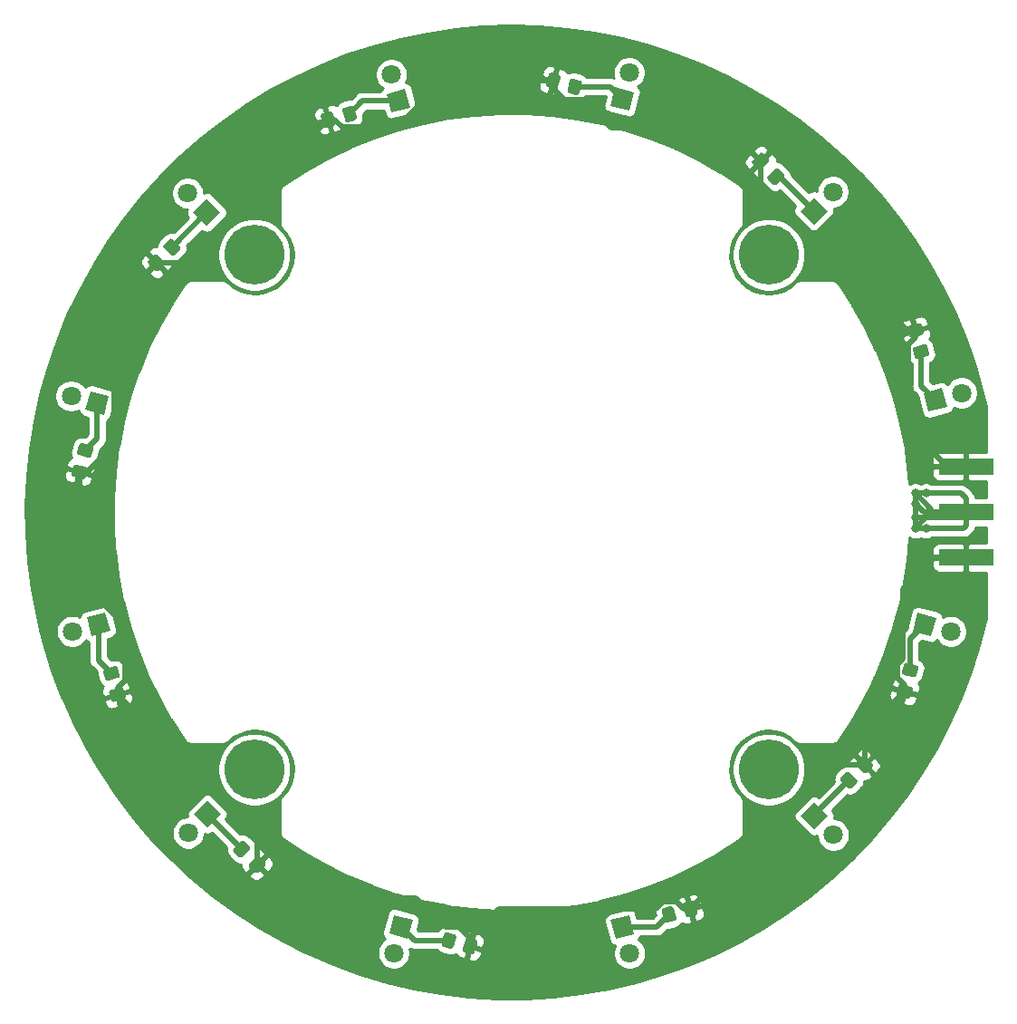
<source format=gbr>
G04 #@! TF.GenerationSoftware,KiCad,Pcbnew,5.1.5-52549c5~84~ubuntu18.04.1*
G04 #@! TF.CreationDate,2020-04-11T00:10:23+01:00*
G04 #@! TF.ProjectId,ambient,616d6269-656e-4742-9e6b-696361645f70,rev?*
G04 #@! TF.SameCoordinates,Original*
G04 #@! TF.FileFunction,Copper,L1,Top*
G04 #@! TF.FilePolarity,Positive*
%FSLAX46Y46*%
G04 Gerber Fmt 4.6, Leading zero omitted, Abs format (unit mm)*
G04 Created by KiCad (PCBNEW 5.1.5-52549c5~84~ubuntu18.04.1) date 2020-04-11 00:10:23*
%MOMM*%
%LPD*%
G04 APERTURE LIST*
%ADD10C,5.600000*%
%ADD11C,0.100000*%
%ADD12R,5.080000X1.500000*%
%ADD13C,1.800000*%
%ADD14C,0.800000*%
%ADD15C,0.500000*%
%ADD16C,0.254000*%
G04 APERTURE END LIST*
D10*
X174041631Y-124041631D03*
X125958369Y-124041631D03*
X125958369Y-75958369D03*
X174041631Y-75958369D03*
G04 #@! TA.AperFunction,SMDPad,CuDef*
D11*
G36*
X188663762Y-84321744D02*
G01*
X188687900Y-84326136D01*
X188711490Y-84332872D01*
X188734307Y-84341889D01*
X188756130Y-84353098D01*
X188776750Y-84366393D01*
X188795967Y-84381645D01*
X188813596Y-84398707D01*
X188829468Y-84417414D01*
X188843431Y-84437587D01*
X188855348Y-84459032D01*
X188865107Y-84481542D01*
X188872611Y-84504899D01*
X189040844Y-85132753D01*
X189046024Y-85156734D01*
X189048828Y-85181107D01*
X189049229Y-85205638D01*
X189047224Y-85230089D01*
X189042832Y-85254227D01*
X189036096Y-85277818D01*
X189027079Y-85300634D01*
X189015869Y-85322457D01*
X189002575Y-85343077D01*
X188987323Y-85362294D01*
X188970261Y-85379923D01*
X188951554Y-85395796D01*
X188931380Y-85409758D01*
X188909936Y-85421675D01*
X188887426Y-85431434D01*
X188864069Y-85438938D01*
X187994734Y-85671876D01*
X187970753Y-85677056D01*
X187946380Y-85679860D01*
X187921849Y-85680261D01*
X187897398Y-85678256D01*
X187873260Y-85673864D01*
X187849670Y-85667128D01*
X187826853Y-85658111D01*
X187805030Y-85646902D01*
X187784410Y-85633607D01*
X187765193Y-85618355D01*
X187747564Y-85601293D01*
X187731692Y-85582586D01*
X187717729Y-85562413D01*
X187705812Y-85540968D01*
X187696053Y-85518458D01*
X187688549Y-85495101D01*
X187520316Y-84867247D01*
X187515136Y-84843266D01*
X187512332Y-84818893D01*
X187511931Y-84794362D01*
X187513936Y-84769911D01*
X187518328Y-84745773D01*
X187525064Y-84722182D01*
X187534081Y-84699366D01*
X187545291Y-84677543D01*
X187558585Y-84656923D01*
X187573837Y-84637706D01*
X187590899Y-84620077D01*
X187609606Y-84604204D01*
X187629780Y-84590242D01*
X187651224Y-84578325D01*
X187673734Y-84568566D01*
X187697091Y-84561062D01*
X188566426Y-84328124D01*
X188590407Y-84322944D01*
X188614780Y-84320140D01*
X188639311Y-84319739D01*
X188663762Y-84321744D01*
G37*
G04 #@! TD.AperFunction*
G04 #@! TA.AperFunction,SMDPad,CuDef*
G36*
X188133182Y-82341596D02*
G01*
X188157320Y-82345988D01*
X188180910Y-82352724D01*
X188203727Y-82361741D01*
X188225550Y-82372950D01*
X188246170Y-82386245D01*
X188265387Y-82401497D01*
X188283016Y-82418559D01*
X188298888Y-82437266D01*
X188312851Y-82457439D01*
X188324768Y-82478884D01*
X188334527Y-82501394D01*
X188342031Y-82524751D01*
X188510264Y-83152605D01*
X188515444Y-83176586D01*
X188518248Y-83200959D01*
X188518649Y-83225490D01*
X188516644Y-83249941D01*
X188512252Y-83274079D01*
X188505516Y-83297670D01*
X188496499Y-83320486D01*
X188485289Y-83342309D01*
X188471995Y-83362929D01*
X188456743Y-83382146D01*
X188439681Y-83399775D01*
X188420974Y-83415648D01*
X188400800Y-83429610D01*
X188379356Y-83441527D01*
X188356846Y-83451286D01*
X188333489Y-83458790D01*
X187464154Y-83691728D01*
X187440173Y-83696908D01*
X187415800Y-83699712D01*
X187391269Y-83700113D01*
X187366818Y-83698108D01*
X187342680Y-83693716D01*
X187319090Y-83686980D01*
X187296273Y-83677963D01*
X187274450Y-83666754D01*
X187253830Y-83653459D01*
X187234613Y-83638207D01*
X187216984Y-83621145D01*
X187201112Y-83602438D01*
X187187149Y-83582265D01*
X187175232Y-83560820D01*
X187165473Y-83538310D01*
X187157969Y-83514953D01*
X186989736Y-82887099D01*
X186984556Y-82863118D01*
X186981752Y-82838745D01*
X186981351Y-82814214D01*
X186983356Y-82789763D01*
X186987748Y-82765625D01*
X186994484Y-82742034D01*
X187003501Y-82719218D01*
X187014711Y-82697395D01*
X187028005Y-82676775D01*
X187043257Y-82657558D01*
X187060319Y-82639929D01*
X187079026Y-82624056D01*
X187099200Y-82610094D01*
X187120644Y-82598177D01*
X187143154Y-82588418D01*
X187166511Y-82580914D01*
X188035846Y-82347976D01*
X188059827Y-82342796D01*
X188084200Y-82339992D01*
X188108731Y-82339591D01*
X188133182Y-82341596D01*
G37*
G04 #@! TD.AperFunction*
G04 #@! TA.AperFunction,SMDPad,CuDef*
G36*
X173378330Y-66418608D02*
G01*
X173402598Y-66422208D01*
X173426397Y-66428169D01*
X173449496Y-66436434D01*
X173471675Y-66446924D01*
X173492718Y-66459536D01*
X173512424Y-66474151D01*
X173530602Y-66490627D01*
X173990223Y-66950248D01*
X174006699Y-66968426D01*
X174021314Y-66988132D01*
X174033926Y-67009175D01*
X174044416Y-67031354D01*
X174052681Y-67054453D01*
X174058642Y-67078252D01*
X174062242Y-67102520D01*
X174063446Y-67127024D01*
X174062242Y-67151528D01*
X174058642Y-67175796D01*
X174052681Y-67199595D01*
X174044416Y-67222694D01*
X174033926Y-67244873D01*
X174021314Y-67265916D01*
X174006699Y-67285622D01*
X173990223Y-67303800D01*
X173353826Y-67940197D01*
X173335648Y-67956673D01*
X173315942Y-67971288D01*
X173294899Y-67983900D01*
X173272720Y-67994390D01*
X173249621Y-68002655D01*
X173225822Y-68008616D01*
X173201554Y-68012216D01*
X173177050Y-68013420D01*
X173152546Y-68012216D01*
X173128278Y-68008616D01*
X173104479Y-68002655D01*
X173081380Y-67994390D01*
X173059201Y-67983900D01*
X173038158Y-67971288D01*
X173018452Y-67956673D01*
X173000274Y-67940197D01*
X172540653Y-67480576D01*
X172524177Y-67462398D01*
X172509562Y-67442692D01*
X172496950Y-67421649D01*
X172486460Y-67399470D01*
X172478195Y-67376371D01*
X172472234Y-67352572D01*
X172468634Y-67328304D01*
X172467430Y-67303800D01*
X172468634Y-67279296D01*
X172472234Y-67255028D01*
X172478195Y-67231229D01*
X172486460Y-67208130D01*
X172496950Y-67185951D01*
X172509562Y-67164908D01*
X172524177Y-67145202D01*
X172540653Y-67127024D01*
X173177050Y-66490627D01*
X173195228Y-66474151D01*
X173214934Y-66459536D01*
X173235977Y-66446924D01*
X173258156Y-66436434D01*
X173281255Y-66428169D01*
X173305054Y-66422208D01*
X173329322Y-66418608D01*
X173353826Y-66417404D01*
X173378330Y-66418608D01*
G37*
G04 #@! TD.AperFunction*
G04 #@! TA.AperFunction,SMDPad,CuDef*
G36*
X174827898Y-67868176D02*
G01*
X174852166Y-67871776D01*
X174875965Y-67877737D01*
X174899064Y-67886002D01*
X174921243Y-67896492D01*
X174942286Y-67909104D01*
X174961992Y-67923719D01*
X174980170Y-67940195D01*
X175439791Y-68399816D01*
X175456267Y-68417994D01*
X175470882Y-68437700D01*
X175483494Y-68458743D01*
X175493984Y-68480922D01*
X175502249Y-68504021D01*
X175508210Y-68527820D01*
X175511810Y-68552088D01*
X175513014Y-68576592D01*
X175511810Y-68601096D01*
X175508210Y-68625364D01*
X175502249Y-68649163D01*
X175493984Y-68672262D01*
X175483494Y-68694441D01*
X175470882Y-68715484D01*
X175456267Y-68735190D01*
X175439791Y-68753368D01*
X174803394Y-69389765D01*
X174785216Y-69406241D01*
X174765510Y-69420856D01*
X174744467Y-69433468D01*
X174722288Y-69443958D01*
X174699189Y-69452223D01*
X174675390Y-69458184D01*
X174651122Y-69461784D01*
X174626618Y-69462988D01*
X174602114Y-69461784D01*
X174577846Y-69458184D01*
X174554047Y-69452223D01*
X174530948Y-69443958D01*
X174508769Y-69433468D01*
X174487726Y-69420856D01*
X174468020Y-69406241D01*
X174449842Y-69389765D01*
X173990221Y-68930144D01*
X173973745Y-68911966D01*
X173959130Y-68892260D01*
X173946518Y-68871217D01*
X173936028Y-68849038D01*
X173927763Y-68825939D01*
X173921802Y-68802140D01*
X173918202Y-68777872D01*
X173916998Y-68753368D01*
X173918202Y-68728864D01*
X173921802Y-68704596D01*
X173927763Y-68680797D01*
X173936028Y-68657698D01*
X173946518Y-68635519D01*
X173959130Y-68614476D01*
X173973745Y-68594770D01*
X173990221Y-68576592D01*
X174626618Y-67940195D01*
X174644796Y-67923719D01*
X174664502Y-67909104D01*
X174685545Y-67896492D01*
X174707724Y-67886002D01*
X174730823Y-67877737D01*
X174754622Y-67871776D01*
X174778890Y-67868176D01*
X174803394Y-67866972D01*
X174827898Y-67868176D01*
G37*
G04 #@! TD.AperFunction*
G04 #@! TA.AperFunction,SMDPad,CuDef*
G36*
X153734291Y-58950222D02*
G01*
X153758664Y-58953026D01*
X153782645Y-58958206D01*
X154410499Y-59126439D01*
X154433856Y-59133943D01*
X154456366Y-59143702D01*
X154477810Y-59155619D01*
X154497984Y-59169581D01*
X154516691Y-59185454D01*
X154533753Y-59203083D01*
X154549005Y-59222300D01*
X154562299Y-59242920D01*
X154573509Y-59264743D01*
X154582526Y-59287559D01*
X154589262Y-59311150D01*
X154593654Y-59335288D01*
X154595659Y-59359739D01*
X154595258Y-59384270D01*
X154592454Y-59408643D01*
X154587274Y-59432624D01*
X154354336Y-60301959D01*
X154346832Y-60325316D01*
X154337073Y-60347826D01*
X154325156Y-60369271D01*
X154311193Y-60389444D01*
X154295321Y-60408151D01*
X154277692Y-60425213D01*
X154258475Y-60440465D01*
X154237855Y-60453760D01*
X154216032Y-60464969D01*
X154193215Y-60473986D01*
X154169625Y-60480722D01*
X154145487Y-60485114D01*
X154121036Y-60487119D01*
X154096505Y-60486718D01*
X154072132Y-60483914D01*
X154048151Y-60478734D01*
X153420297Y-60310501D01*
X153396940Y-60302997D01*
X153374430Y-60293238D01*
X153352986Y-60281321D01*
X153332812Y-60267359D01*
X153314105Y-60251486D01*
X153297043Y-60233857D01*
X153281791Y-60214640D01*
X153268497Y-60194020D01*
X153257287Y-60172197D01*
X153248270Y-60149381D01*
X153241534Y-60125790D01*
X153237142Y-60101652D01*
X153235137Y-60077201D01*
X153235538Y-60052670D01*
X153238342Y-60028297D01*
X153243522Y-60004316D01*
X153476460Y-59134981D01*
X153483964Y-59111624D01*
X153493723Y-59089114D01*
X153505640Y-59067669D01*
X153519603Y-59047496D01*
X153535475Y-59028789D01*
X153553104Y-59011727D01*
X153572321Y-58996475D01*
X153592941Y-58983180D01*
X153614764Y-58971971D01*
X153637581Y-58962954D01*
X153661171Y-58956218D01*
X153685309Y-58951826D01*
X153709760Y-58949821D01*
X153734291Y-58950222D01*
G37*
G04 #@! TD.AperFunction*
G04 #@! TA.AperFunction,SMDPad,CuDef*
G36*
X155714439Y-59480802D02*
G01*
X155738812Y-59483606D01*
X155762793Y-59488786D01*
X156390647Y-59657019D01*
X156414004Y-59664523D01*
X156436514Y-59674282D01*
X156457958Y-59686199D01*
X156478132Y-59700161D01*
X156496839Y-59716034D01*
X156513901Y-59733663D01*
X156529153Y-59752880D01*
X156542447Y-59773500D01*
X156553657Y-59795323D01*
X156562674Y-59818139D01*
X156569410Y-59841730D01*
X156573802Y-59865868D01*
X156575807Y-59890319D01*
X156575406Y-59914850D01*
X156572602Y-59939223D01*
X156567422Y-59963204D01*
X156334484Y-60832539D01*
X156326980Y-60855896D01*
X156317221Y-60878406D01*
X156305304Y-60899851D01*
X156291341Y-60920024D01*
X156275469Y-60938731D01*
X156257840Y-60955793D01*
X156238623Y-60971045D01*
X156218003Y-60984340D01*
X156196180Y-60995549D01*
X156173363Y-61004566D01*
X156149773Y-61011302D01*
X156125635Y-61015694D01*
X156101184Y-61017699D01*
X156076653Y-61017298D01*
X156052280Y-61014494D01*
X156028299Y-61009314D01*
X155400445Y-60841081D01*
X155377088Y-60833577D01*
X155354578Y-60823818D01*
X155333134Y-60811901D01*
X155312960Y-60797939D01*
X155294253Y-60782066D01*
X155277191Y-60764437D01*
X155261939Y-60745220D01*
X155248645Y-60724600D01*
X155237435Y-60702777D01*
X155228418Y-60679961D01*
X155221682Y-60656370D01*
X155217290Y-60632232D01*
X155215285Y-60607781D01*
X155215686Y-60583250D01*
X155218490Y-60558877D01*
X155223670Y-60534896D01*
X155456608Y-59665561D01*
X155464112Y-59642204D01*
X155473871Y-59619694D01*
X155485788Y-59598249D01*
X155499751Y-59578076D01*
X155515623Y-59559369D01*
X155533252Y-59542307D01*
X155552469Y-59527055D01*
X155573089Y-59513760D01*
X155594912Y-59502551D01*
X155617729Y-59493534D01*
X155641319Y-59486798D01*
X155665457Y-59482406D01*
X155689908Y-59480401D01*
X155714439Y-59480802D01*
G37*
G04 #@! TD.AperFunction*
G04 #@! TA.AperFunction,SMDPad,CuDef*
G36*
X133084587Y-62550407D02*
G01*
X133108725Y-62554799D01*
X133132316Y-62561535D01*
X133155132Y-62570552D01*
X133176955Y-62581762D01*
X133197575Y-62595056D01*
X133216792Y-62610308D01*
X133234421Y-62627370D01*
X133250294Y-62646077D01*
X133264256Y-62666251D01*
X133276173Y-62687695D01*
X133285932Y-62710205D01*
X133293436Y-62733562D01*
X133526374Y-63602897D01*
X133531554Y-63626878D01*
X133534358Y-63651251D01*
X133534759Y-63675782D01*
X133532754Y-63700233D01*
X133528362Y-63724371D01*
X133521626Y-63747961D01*
X133512609Y-63770778D01*
X133501400Y-63792601D01*
X133488105Y-63813221D01*
X133472853Y-63832438D01*
X133455791Y-63850067D01*
X133437084Y-63865939D01*
X133416911Y-63879902D01*
X133395466Y-63891819D01*
X133372956Y-63901578D01*
X133349599Y-63909082D01*
X132721745Y-64077315D01*
X132697764Y-64082495D01*
X132673391Y-64085299D01*
X132648860Y-64085700D01*
X132624409Y-64083695D01*
X132600271Y-64079303D01*
X132576680Y-64072567D01*
X132553864Y-64063550D01*
X132532041Y-64052340D01*
X132511421Y-64039046D01*
X132492204Y-64023794D01*
X132474575Y-64006732D01*
X132458702Y-63988025D01*
X132444740Y-63967851D01*
X132432823Y-63946407D01*
X132423064Y-63923897D01*
X132415560Y-63900540D01*
X132182622Y-63031205D01*
X132177442Y-63007224D01*
X132174638Y-62982851D01*
X132174237Y-62958320D01*
X132176242Y-62933869D01*
X132180634Y-62909731D01*
X132187370Y-62886141D01*
X132196387Y-62863324D01*
X132207596Y-62841501D01*
X132220891Y-62820881D01*
X132236143Y-62801664D01*
X132253205Y-62784035D01*
X132271912Y-62768163D01*
X132292085Y-62754200D01*
X132313530Y-62742283D01*
X132336040Y-62732524D01*
X132359397Y-62725020D01*
X132987251Y-62556787D01*
X133011232Y-62551607D01*
X133035605Y-62548803D01*
X133060136Y-62548402D01*
X133084587Y-62550407D01*
G37*
G04 #@! TD.AperFunction*
G04 #@! TA.AperFunction,SMDPad,CuDef*
G36*
X135064735Y-62019827D02*
G01*
X135088873Y-62024219D01*
X135112464Y-62030955D01*
X135135280Y-62039972D01*
X135157103Y-62051182D01*
X135177723Y-62064476D01*
X135196940Y-62079728D01*
X135214569Y-62096790D01*
X135230442Y-62115497D01*
X135244404Y-62135671D01*
X135256321Y-62157115D01*
X135266080Y-62179625D01*
X135273584Y-62202982D01*
X135506522Y-63072317D01*
X135511702Y-63096298D01*
X135514506Y-63120671D01*
X135514907Y-63145202D01*
X135512902Y-63169653D01*
X135508510Y-63193791D01*
X135501774Y-63217381D01*
X135492757Y-63240198D01*
X135481548Y-63262021D01*
X135468253Y-63282641D01*
X135453001Y-63301858D01*
X135435939Y-63319487D01*
X135417232Y-63335359D01*
X135397059Y-63349322D01*
X135375614Y-63361239D01*
X135353104Y-63370998D01*
X135329747Y-63378502D01*
X134701893Y-63546735D01*
X134677912Y-63551915D01*
X134653539Y-63554719D01*
X134629008Y-63555120D01*
X134604557Y-63553115D01*
X134580419Y-63548723D01*
X134556828Y-63541987D01*
X134534012Y-63532970D01*
X134512189Y-63521760D01*
X134491569Y-63508466D01*
X134472352Y-63493214D01*
X134454723Y-63476152D01*
X134438850Y-63457445D01*
X134424888Y-63437271D01*
X134412971Y-63415827D01*
X134403212Y-63393317D01*
X134395708Y-63369960D01*
X134162770Y-62500625D01*
X134157590Y-62476644D01*
X134154786Y-62452271D01*
X134154385Y-62427740D01*
X134156390Y-62403289D01*
X134160782Y-62379151D01*
X134167518Y-62355561D01*
X134176535Y-62332744D01*
X134187744Y-62310921D01*
X134201039Y-62290301D01*
X134216291Y-62271084D01*
X134233353Y-62253455D01*
X134252060Y-62237583D01*
X134272233Y-62223620D01*
X134293678Y-62211703D01*
X134316188Y-62201944D01*
X134339545Y-62194440D01*
X134967399Y-62026207D01*
X134991380Y-62021027D01*
X135015753Y-62018223D01*
X135040284Y-62017822D01*
X135064735Y-62019827D01*
G37*
G04 #@! TD.AperFunction*
G04 #@! TA.AperFunction,SMDPad,CuDef*
G36*
X116732969Y-75907428D02*
G01*
X116757237Y-75911028D01*
X116781036Y-75916989D01*
X116804135Y-75925254D01*
X116826314Y-75935744D01*
X116847357Y-75948356D01*
X116867063Y-75962971D01*
X116885241Y-75979447D01*
X117521638Y-76615844D01*
X117538114Y-76634022D01*
X117552729Y-76653728D01*
X117565341Y-76674771D01*
X117575831Y-76696950D01*
X117584096Y-76720049D01*
X117590057Y-76743848D01*
X117593657Y-76768116D01*
X117594861Y-76792620D01*
X117593657Y-76817124D01*
X117590057Y-76841392D01*
X117584096Y-76865191D01*
X117575831Y-76888290D01*
X117565341Y-76910469D01*
X117552729Y-76931512D01*
X117538114Y-76951218D01*
X117521638Y-76969396D01*
X117062017Y-77429017D01*
X117043839Y-77445493D01*
X117024133Y-77460108D01*
X117003090Y-77472720D01*
X116980911Y-77483210D01*
X116957812Y-77491475D01*
X116934013Y-77497436D01*
X116909745Y-77501036D01*
X116885241Y-77502240D01*
X116860737Y-77501036D01*
X116836469Y-77497436D01*
X116812670Y-77491475D01*
X116789571Y-77483210D01*
X116767392Y-77472720D01*
X116746349Y-77460108D01*
X116726643Y-77445493D01*
X116708465Y-77429017D01*
X116072068Y-76792620D01*
X116055592Y-76774442D01*
X116040977Y-76754736D01*
X116028365Y-76733693D01*
X116017875Y-76711514D01*
X116009610Y-76688415D01*
X116003649Y-76664616D01*
X116000049Y-76640348D01*
X115998845Y-76615844D01*
X116000049Y-76591340D01*
X116003649Y-76567072D01*
X116009610Y-76543273D01*
X116017875Y-76520174D01*
X116028365Y-76497995D01*
X116040977Y-76476952D01*
X116055592Y-76457246D01*
X116072068Y-76439068D01*
X116531689Y-75979447D01*
X116549867Y-75962971D01*
X116569573Y-75948356D01*
X116590616Y-75935744D01*
X116612795Y-75925254D01*
X116635894Y-75916989D01*
X116659693Y-75911028D01*
X116683961Y-75907428D01*
X116708465Y-75906224D01*
X116732969Y-75907428D01*
G37*
G04 #@! TD.AperFunction*
G04 #@! TA.AperFunction,SMDPad,CuDef*
G36*
X118182537Y-74457860D02*
G01*
X118206805Y-74461460D01*
X118230604Y-74467421D01*
X118253703Y-74475686D01*
X118275882Y-74486176D01*
X118296925Y-74498788D01*
X118316631Y-74513403D01*
X118334809Y-74529879D01*
X118971206Y-75166276D01*
X118987682Y-75184454D01*
X119002297Y-75204160D01*
X119014909Y-75225203D01*
X119025399Y-75247382D01*
X119033664Y-75270481D01*
X119039625Y-75294280D01*
X119043225Y-75318548D01*
X119044429Y-75343052D01*
X119043225Y-75367556D01*
X119039625Y-75391824D01*
X119033664Y-75415623D01*
X119025399Y-75438722D01*
X119014909Y-75460901D01*
X119002297Y-75481944D01*
X118987682Y-75501650D01*
X118971206Y-75519828D01*
X118511585Y-75979449D01*
X118493407Y-75995925D01*
X118473701Y-76010540D01*
X118452658Y-76023152D01*
X118430479Y-76033642D01*
X118407380Y-76041907D01*
X118383581Y-76047868D01*
X118359313Y-76051468D01*
X118334809Y-76052672D01*
X118310305Y-76051468D01*
X118286037Y-76047868D01*
X118262238Y-76041907D01*
X118239139Y-76033642D01*
X118216960Y-76023152D01*
X118195917Y-76010540D01*
X118176211Y-75995925D01*
X118158033Y-75979449D01*
X117521636Y-75343052D01*
X117505160Y-75324874D01*
X117490545Y-75305168D01*
X117477933Y-75284125D01*
X117467443Y-75261946D01*
X117459178Y-75238847D01*
X117453217Y-75215048D01*
X117449617Y-75190780D01*
X117448413Y-75166276D01*
X117449617Y-75141772D01*
X117453217Y-75117504D01*
X117459178Y-75093705D01*
X117467443Y-75070606D01*
X117477933Y-75048427D01*
X117490545Y-75027384D01*
X117505160Y-75007678D01*
X117521636Y-74989500D01*
X117981257Y-74529879D01*
X117999435Y-74513403D01*
X118019141Y-74498788D01*
X118040184Y-74486176D01*
X118062363Y-74475686D01*
X118085462Y-74467421D01*
X118109261Y-74461460D01*
X118133529Y-74457860D01*
X118158033Y-74456656D01*
X118182537Y-74457860D01*
G37*
G04 #@! TD.AperFunction*
G04 #@! TA.AperFunction,SMDPad,CuDef*
G36*
X109271897Y-95551189D02*
G01*
X109296270Y-95553993D01*
X109320251Y-95559173D01*
X110189586Y-95792111D01*
X110212943Y-95799615D01*
X110235453Y-95809374D01*
X110256898Y-95821291D01*
X110277071Y-95835254D01*
X110295778Y-95851126D01*
X110312840Y-95868755D01*
X110328092Y-95887972D01*
X110341387Y-95908592D01*
X110352596Y-95930415D01*
X110361613Y-95953232D01*
X110368349Y-95976822D01*
X110372741Y-96000960D01*
X110374746Y-96025411D01*
X110374345Y-96049942D01*
X110371541Y-96074315D01*
X110366361Y-96098296D01*
X110198128Y-96726150D01*
X110190624Y-96749507D01*
X110180865Y-96772017D01*
X110168948Y-96793461D01*
X110154986Y-96813635D01*
X110139113Y-96832342D01*
X110121484Y-96849404D01*
X110102267Y-96864656D01*
X110081647Y-96877950D01*
X110059824Y-96889160D01*
X110037008Y-96898177D01*
X110013417Y-96904913D01*
X109989279Y-96909305D01*
X109964828Y-96911310D01*
X109940297Y-96910909D01*
X109915924Y-96908105D01*
X109891943Y-96902925D01*
X109022608Y-96669987D01*
X108999251Y-96662483D01*
X108976741Y-96652724D01*
X108955296Y-96640807D01*
X108935123Y-96626844D01*
X108916416Y-96610972D01*
X108899354Y-96593343D01*
X108884102Y-96574126D01*
X108870807Y-96553506D01*
X108859598Y-96531683D01*
X108850581Y-96508866D01*
X108843845Y-96485276D01*
X108839453Y-96461138D01*
X108837448Y-96436687D01*
X108837849Y-96412156D01*
X108840653Y-96387783D01*
X108845833Y-96363802D01*
X109014066Y-95735948D01*
X109021570Y-95712591D01*
X109031329Y-95690081D01*
X109043246Y-95668637D01*
X109057208Y-95648463D01*
X109073081Y-95629756D01*
X109090710Y-95612694D01*
X109109927Y-95597442D01*
X109130547Y-95584148D01*
X109152370Y-95572938D01*
X109175186Y-95563921D01*
X109198777Y-95557185D01*
X109222915Y-95552793D01*
X109247366Y-95550788D01*
X109271897Y-95551189D01*
G37*
G04 #@! TD.AperFunction*
G04 #@! TA.AperFunction,SMDPad,CuDef*
G36*
X109802477Y-93571041D02*
G01*
X109826850Y-93573845D01*
X109850831Y-93579025D01*
X110720166Y-93811963D01*
X110743523Y-93819467D01*
X110766033Y-93829226D01*
X110787478Y-93841143D01*
X110807651Y-93855106D01*
X110826358Y-93870978D01*
X110843420Y-93888607D01*
X110858672Y-93907824D01*
X110871967Y-93928444D01*
X110883176Y-93950267D01*
X110892193Y-93973084D01*
X110898929Y-93996674D01*
X110903321Y-94020812D01*
X110905326Y-94045263D01*
X110904925Y-94069794D01*
X110902121Y-94094167D01*
X110896941Y-94118148D01*
X110728708Y-94746002D01*
X110721204Y-94769359D01*
X110711445Y-94791869D01*
X110699528Y-94813313D01*
X110685566Y-94833487D01*
X110669693Y-94852194D01*
X110652064Y-94869256D01*
X110632847Y-94884508D01*
X110612227Y-94897802D01*
X110590404Y-94909012D01*
X110567588Y-94918029D01*
X110543997Y-94924765D01*
X110519859Y-94929157D01*
X110495408Y-94931162D01*
X110470877Y-94930761D01*
X110446504Y-94927957D01*
X110422523Y-94922777D01*
X109553188Y-94689839D01*
X109529831Y-94682335D01*
X109507321Y-94672576D01*
X109485876Y-94660659D01*
X109465703Y-94646696D01*
X109446996Y-94630824D01*
X109429934Y-94613195D01*
X109414682Y-94593978D01*
X109401387Y-94573358D01*
X109390178Y-94551535D01*
X109381161Y-94528718D01*
X109374425Y-94505128D01*
X109370033Y-94480990D01*
X109368028Y-94456539D01*
X109368429Y-94432008D01*
X109371233Y-94407635D01*
X109376413Y-94383654D01*
X109544646Y-93755800D01*
X109552150Y-93732443D01*
X109561909Y-93709933D01*
X109573826Y-93688489D01*
X109587788Y-93668315D01*
X109603661Y-93649608D01*
X109621290Y-93632546D01*
X109640507Y-93617294D01*
X109661127Y-93604000D01*
X109682950Y-93592790D01*
X109705766Y-93583773D01*
X109729357Y-93577037D01*
X109753495Y-93572645D01*
X109777946Y-93570640D01*
X109802477Y-93571041D01*
G37*
G04 #@! TD.AperFunction*
G04 #@! TA.AperFunction,SMDPad,CuDef*
G36*
X113523156Y-116372211D02*
G01*
X113547294Y-116376603D01*
X113570884Y-116383339D01*
X113593701Y-116392356D01*
X113615524Y-116403565D01*
X113636144Y-116416860D01*
X113655361Y-116432112D01*
X113672990Y-116449174D01*
X113688862Y-116467881D01*
X113702825Y-116488054D01*
X113714742Y-116509499D01*
X113724501Y-116532009D01*
X113732005Y-116555366D01*
X113900238Y-117183220D01*
X113905418Y-117207201D01*
X113908222Y-117231574D01*
X113908623Y-117256105D01*
X113906618Y-117280556D01*
X113902226Y-117304694D01*
X113895490Y-117328285D01*
X113886473Y-117351101D01*
X113875263Y-117372924D01*
X113861969Y-117393544D01*
X113846717Y-117412761D01*
X113829655Y-117430390D01*
X113810948Y-117446263D01*
X113790774Y-117460225D01*
X113769330Y-117472142D01*
X113746820Y-117481901D01*
X113723463Y-117489405D01*
X112854128Y-117722343D01*
X112830147Y-117727523D01*
X112805774Y-117730327D01*
X112781243Y-117730728D01*
X112756792Y-117728723D01*
X112732654Y-117724331D01*
X112709064Y-117717595D01*
X112686247Y-117708578D01*
X112664424Y-117697369D01*
X112643804Y-117684074D01*
X112624587Y-117668822D01*
X112606958Y-117651760D01*
X112591086Y-117633053D01*
X112577123Y-117612880D01*
X112565206Y-117591435D01*
X112555447Y-117568925D01*
X112547943Y-117545568D01*
X112379710Y-116917714D01*
X112374530Y-116893733D01*
X112371726Y-116869360D01*
X112371325Y-116844829D01*
X112373330Y-116820378D01*
X112377722Y-116796240D01*
X112384458Y-116772649D01*
X112393475Y-116749833D01*
X112404685Y-116728010D01*
X112417979Y-116707390D01*
X112433231Y-116688173D01*
X112450293Y-116670544D01*
X112469000Y-116654671D01*
X112489174Y-116640709D01*
X112510618Y-116628792D01*
X112533128Y-116619033D01*
X112556485Y-116611529D01*
X113425820Y-116378591D01*
X113449801Y-116373411D01*
X113474174Y-116370607D01*
X113498705Y-116370206D01*
X113523156Y-116372211D01*
G37*
G04 #@! TD.AperFunction*
G04 #@! TA.AperFunction,SMDPad,CuDef*
G36*
X112992576Y-114392063D02*
G01*
X113016714Y-114396455D01*
X113040304Y-114403191D01*
X113063121Y-114412208D01*
X113084944Y-114423417D01*
X113105564Y-114436712D01*
X113124781Y-114451964D01*
X113142410Y-114469026D01*
X113158282Y-114487733D01*
X113172245Y-114507906D01*
X113184162Y-114529351D01*
X113193921Y-114551861D01*
X113201425Y-114575218D01*
X113369658Y-115203072D01*
X113374838Y-115227053D01*
X113377642Y-115251426D01*
X113378043Y-115275957D01*
X113376038Y-115300408D01*
X113371646Y-115324546D01*
X113364910Y-115348137D01*
X113355893Y-115370953D01*
X113344683Y-115392776D01*
X113331389Y-115413396D01*
X113316137Y-115432613D01*
X113299075Y-115450242D01*
X113280368Y-115466115D01*
X113260194Y-115480077D01*
X113238750Y-115491994D01*
X113216240Y-115501753D01*
X113192883Y-115509257D01*
X112323548Y-115742195D01*
X112299567Y-115747375D01*
X112275194Y-115750179D01*
X112250663Y-115750580D01*
X112226212Y-115748575D01*
X112202074Y-115744183D01*
X112178484Y-115737447D01*
X112155667Y-115728430D01*
X112133844Y-115717221D01*
X112113224Y-115703926D01*
X112094007Y-115688674D01*
X112076378Y-115671612D01*
X112060506Y-115652905D01*
X112046543Y-115632732D01*
X112034626Y-115611287D01*
X112024867Y-115588777D01*
X112017363Y-115565420D01*
X111849130Y-114937566D01*
X111843950Y-114913585D01*
X111841146Y-114889212D01*
X111840745Y-114864681D01*
X111842750Y-114840230D01*
X111847142Y-114816092D01*
X111853878Y-114792501D01*
X111862895Y-114769685D01*
X111874105Y-114747862D01*
X111887399Y-114727242D01*
X111902651Y-114708025D01*
X111919713Y-114690396D01*
X111938420Y-114674523D01*
X111958594Y-114660561D01*
X111980038Y-114648644D01*
X112002548Y-114638885D01*
X112025905Y-114631381D01*
X112895240Y-114398443D01*
X112919221Y-114393263D01*
X112943594Y-114390459D01*
X112968125Y-114390058D01*
X112992576Y-114392063D01*
G37*
G04 #@! TD.AperFunction*
G04 #@! TA.AperFunction,SMDPad,CuDef*
G36*
X126333860Y-132134531D02*
G01*
X126358128Y-132138131D01*
X126381927Y-132144092D01*
X126405026Y-132152357D01*
X126427205Y-132162847D01*
X126448248Y-132175459D01*
X126467954Y-132190074D01*
X126486132Y-132206550D01*
X126945753Y-132666171D01*
X126962229Y-132684349D01*
X126976844Y-132704055D01*
X126989456Y-132725098D01*
X126999946Y-132747277D01*
X127008211Y-132770376D01*
X127014172Y-132794175D01*
X127017772Y-132818443D01*
X127018976Y-132842947D01*
X127017772Y-132867451D01*
X127014172Y-132891719D01*
X127008211Y-132915518D01*
X126999946Y-132938617D01*
X126989456Y-132960796D01*
X126976844Y-132981839D01*
X126962229Y-133001545D01*
X126945753Y-133019723D01*
X126309356Y-133656120D01*
X126291178Y-133672596D01*
X126271472Y-133687211D01*
X126250429Y-133699823D01*
X126228250Y-133710313D01*
X126205151Y-133718578D01*
X126181352Y-133724539D01*
X126157084Y-133728139D01*
X126132580Y-133729343D01*
X126108076Y-133728139D01*
X126083808Y-133724539D01*
X126060009Y-133718578D01*
X126036910Y-133710313D01*
X126014731Y-133699823D01*
X125993688Y-133687211D01*
X125973982Y-133672596D01*
X125955804Y-133656120D01*
X125496183Y-133196499D01*
X125479707Y-133178321D01*
X125465092Y-133158615D01*
X125452480Y-133137572D01*
X125441990Y-133115393D01*
X125433725Y-133092294D01*
X125427764Y-133068495D01*
X125424164Y-133044227D01*
X125422960Y-133019723D01*
X125424164Y-132995219D01*
X125427764Y-132970951D01*
X125433725Y-132947152D01*
X125441990Y-132924053D01*
X125452480Y-132901874D01*
X125465092Y-132880831D01*
X125479707Y-132861125D01*
X125496183Y-132842947D01*
X126132580Y-132206550D01*
X126150758Y-132190074D01*
X126170464Y-132175459D01*
X126191507Y-132162847D01*
X126213686Y-132152357D01*
X126236785Y-132144092D01*
X126260584Y-132138131D01*
X126284852Y-132134531D01*
X126309356Y-132133327D01*
X126333860Y-132134531D01*
G37*
G04 #@! TD.AperFunction*
G04 #@! TA.AperFunction,SMDPad,CuDef*
G36*
X124884292Y-130684963D02*
G01*
X124908560Y-130688563D01*
X124932359Y-130694524D01*
X124955458Y-130702789D01*
X124977637Y-130713279D01*
X124998680Y-130725891D01*
X125018386Y-130740506D01*
X125036564Y-130756982D01*
X125496185Y-131216603D01*
X125512661Y-131234781D01*
X125527276Y-131254487D01*
X125539888Y-131275530D01*
X125550378Y-131297709D01*
X125558643Y-131320808D01*
X125564604Y-131344607D01*
X125568204Y-131368875D01*
X125569408Y-131393379D01*
X125568204Y-131417883D01*
X125564604Y-131442151D01*
X125558643Y-131465950D01*
X125550378Y-131489049D01*
X125539888Y-131511228D01*
X125527276Y-131532271D01*
X125512661Y-131551977D01*
X125496185Y-131570155D01*
X124859788Y-132206552D01*
X124841610Y-132223028D01*
X124821904Y-132237643D01*
X124800861Y-132250255D01*
X124778682Y-132260745D01*
X124755583Y-132269010D01*
X124731784Y-132274971D01*
X124707516Y-132278571D01*
X124683012Y-132279775D01*
X124658508Y-132278571D01*
X124634240Y-132274971D01*
X124610441Y-132269010D01*
X124587342Y-132260745D01*
X124565163Y-132250255D01*
X124544120Y-132237643D01*
X124524414Y-132223028D01*
X124506236Y-132206552D01*
X124046615Y-131746931D01*
X124030139Y-131728753D01*
X124015524Y-131709047D01*
X124002912Y-131688004D01*
X123992422Y-131665825D01*
X123984157Y-131642726D01*
X123978196Y-131618927D01*
X123974596Y-131594659D01*
X123973392Y-131570155D01*
X123974596Y-131545651D01*
X123978196Y-131521383D01*
X123984157Y-131497584D01*
X123992422Y-131474485D01*
X124002912Y-131452306D01*
X124015524Y-131431263D01*
X124030139Y-131411557D01*
X124046615Y-131393379D01*
X124683012Y-130756982D01*
X124701190Y-130740506D01*
X124720896Y-130725891D01*
X124741939Y-130713279D01*
X124764118Y-130702789D01*
X124787217Y-130694524D01*
X124811016Y-130688563D01*
X124835284Y-130684963D01*
X124859788Y-130683759D01*
X124884292Y-130684963D01*
G37*
G04 #@! TD.AperFunction*
G04 #@! TA.AperFunction,SMDPad,CuDef*
G36*
X145937569Y-139772101D02*
G01*
X145961942Y-139774905D01*
X145985923Y-139780085D01*
X146613777Y-139948318D01*
X146637134Y-139955822D01*
X146659644Y-139965581D01*
X146681088Y-139977498D01*
X146701262Y-139991460D01*
X146719969Y-140007333D01*
X146737031Y-140024962D01*
X146752283Y-140044179D01*
X146765577Y-140064799D01*
X146776787Y-140086622D01*
X146785804Y-140109438D01*
X146792540Y-140133029D01*
X146796932Y-140157167D01*
X146798937Y-140181618D01*
X146798536Y-140206149D01*
X146795732Y-140230522D01*
X146790552Y-140254503D01*
X146557614Y-141123838D01*
X146550110Y-141147195D01*
X146540351Y-141169705D01*
X146528434Y-141191150D01*
X146514471Y-141211323D01*
X146498599Y-141230030D01*
X146480970Y-141247092D01*
X146461753Y-141262344D01*
X146441133Y-141275639D01*
X146419310Y-141286848D01*
X146396493Y-141295865D01*
X146372903Y-141302601D01*
X146348765Y-141306993D01*
X146324314Y-141308998D01*
X146299783Y-141308597D01*
X146275410Y-141305793D01*
X146251429Y-141300613D01*
X145623575Y-141132380D01*
X145600218Y-141124876D01*
X145577708Y-141115117D01*
X145556264Y-141103200D01*
X145536090Y-141089238D01*
X145517383Y-141073365D01*
X145500321Y-141055736D01*
X145485069Y-141036519D01*
X145471775Y-141015899D01*
X145460565Y-140994076D01*
X145451548Y-140971260D01*
X145444812Y-140947669D01*
X145440420Y-140923531D01*
X145438415Y-140899080D01*
X145438816Y-140874549D01*
X145441620Y-140850176D01*
X145446800Y-140826195D01*
X145679738Y-139956860D01*
X145687242Y-139933503D01*
X145697001Y-139910993D01*
X145708918Y-139889548D01*
X145722881Y-139869375D01*
X145738753Y-139850668D01*
X145756382Y-139833606D01*
X145775599Y-139818354D01*
X145796219Y-139805059D01*
X145818042Y-139793850D01*
X145840859Y-139784833D01*
X145864449Y-139778097D01*
X145888587Y-139773705D01*
X145913038Y-139771700D01*
X145937569Y-139772101D01*
G37*
G04 #@! TD.AperFunction*
G04 #@! TA.AperFunction,SMDPad,CuDef*
G36*
X143957421Y-139241521D02*
G01*
X143981794Y-139244325D01*
X144005775Y-139249505D01*
X144633629Y-139417738D01*
X144656986Y-139425242D01*
X144679496Y-139435001D01*
X144700940Y-139446918D01*
X144721114Y-139460880D01*
X144739821Y-139476753D01*
X144756883Y-139494382D01*
X144772135Y-139513599D01*
X144785429Y-139534219D01*
X144796639Y-139556042D01*
X144805656Y-139578858D01*
X144812392Y-139602449D01*
X144816784Y-139626587D01*
X144818789Y-139651038D01*
X144818388Y-139675569D01*
X144815584Y-139699942D01*
X144810404Y-139723923D01*
X144577466Y-140593258D01*
X144569962Y-140616615D01*
X144560203Y-140639125D01*
X144548286Y-140660570D01*
X144534323Y-140680743D01*
X144518451Y-140699450D01*
X144500822Y-140716512D01*
X144481605Y-140731764D01*
X144460985Y-140745059D01*
X144439162Y-140756268D01*
X144416345Y-140765285D01*
X144392755Y-140772021D01*
X144368617Y-140776413D01*
X144344166Y-140778418D01*
X144319635Y-140778017D01*
X144295262Y-140775213D01*
X144271281Y-140770033D01*
X143643427Y-140601800D01*
X143620070Y-140594296D01*
X143597560Y-140584537D01*
X143576116Y-140572620D01*
X143555942Y-140558658D01*
X143537235Y-140542785D01*
X143520173Y-140525156D01*
X143504921Y-140505939D01*
X143491627Y-140485319D01*
X143480417Y-140463496D01*
X143471400Y-140440680D01*
X143464664Y-140417089D01*
X143460272Y-140392951D01*
X143458267Y-140368500D01*
X143458668Y-140343969D01*
X143461472Y-140319596D01*
X143466652Y-140295615D01*
X143699590Y-139426280D01*
X143707094Y-139402923D01*
X143716853Y-139380413D01*
X143728770Y-139358968D01*
X143742733Y-139338795D01*
X143758605Y-139320088D01*
X143776234Y-139303026D01*
X143795451Y-139287774D01*
X143816071Y-139274479D01*
X143837894Y-139263270D01*
X143860711Y-139254253D01*
X143884301Y-139247517D01*
X143908439Y-139243125D01*
X143932890Y-139241120D01*
X143957421Y-139241521D01*
G37*
G04 #@! TD.AperFunction*
G04 #@! TA.AperFunction,SMDPad,CuDef*
G36*
X164946554Y-136835113D02*
G01*
X164970692Y-136839505D01*
X164994283Y-136846241D01*
X165017099Y-136855258D01*
X165038922Y-136866468D01*
X165059542Y-136879762D01*
X165078759Y-136895014D01*
X165096388Y-136912076D01*
X165112261Y-136930783D01*
X165126223Y-136950957D01*
X165138140Y-136972401D01*
X165147899Y-136994911D01*
X165155403Y-137018268D01*
X165388341Y-137887603D01*
X165393521Y-137911584D01*
X165396325Y-137935957D01*
X165396726Y-137960488D01*
X165394721Y-137984939D01*
X165390329Y-138009077D01*
X165383593Y-138032667D01*
X165374576Y-138055484D01*
X165363367Y-138077307D01*
X165350072Y-138097927D01*
X165334820Y-138117144D01*
X165317758Y-138134773D01*
X165299051Y-138150645D01*
X165278878Y-138164608D01*
X165257433Y-138176525D01*
X165234923Y-138186284D01*
X165211566Y-138193788D01*
X164583712Y-138362021D01*
X164559731Y-138367201D01*
X164535358Y-138370005D01*
X164510827Y-138370406D01*
X164486376Y-138368401D01*
X164462238Y-138364009D01*
X164438647Y-138357273D01*
X164415831Y-138348256D01*
X164394008Y-138337046D01*
X164373388Y-138323752D01*
X164354171Y-138308500D01*
X164336542Y-138291438D01*
X164320669Y-138272731D01*
X164306707Y-138252557D01*
X164294790Y-138231113D01*
X164285031Y-138208603D01*
X164277527Y-138185246D01*
X164044589Y-137315911D01*
X164039409Y-137291930D01*
X164036605Y-137267557D01*
X164036204Y-137243026D01*
X164038209Y-137218575D01*
X164042601Y-137194437D01*
X164049337Y-137170847D01*
X164058354Y-137148030D01*
X164069563Y-137126207D01*
X164082858Y-137105587D01*
X164098110Y-137086370D01*
X164115172Y-137068741D01*
X164133879Y-137052869D01*
X164154052Y-137038906D01*
X164175497Y-137026989D01*
X164198007Y-137017230D01*
X164221364Y-137009726D01*
X164849218Y-136841493D01*
X164873199Y-136836313D01*
X164897572Y-136833509D01*
X164922103Y-136833108D01*
X164946554Y-136835113D01*
G37*
G04 #@! TD.AperFunction*
G04 #@! TA.AperFunction,SMDPad,CuDef*
G36*
X166926702Y-136304533D02*
G01*
X166950840Y-136308925D01*
X166974431Y-136315661D01*
X166997247Y-136324678D01*
X167019070Y-136335888D01*
X167039690Y-136349182D01*
X167058907Y-136364434D01*
X167076536Y-136381496D01*
X167092409Y-136400203D01*
X167106371Y-136420377D01*
X167118288Y-136441821D01*
X167128047Y-136464331D01*
X167135551Y-136487688D01*
X167368489Y-137357023D01*
X167373669Y-137381004D01*
X167376473Y-137405377D01*
X167376874Y-137429908D01*
X167374869Y-137454359D01*
X167370477Y-137478497D01*
X167363741Y-137502087D01*
X167354724Y-137524904D01*
X167343515Y-137546727D01*
X167330220Y-137567347D01*
X167314968Y-137586564D01*
X167297906Y-137604193D01*
X167279199Y-137620065D01*
X167259026Y-137634028D01*
X167237581Y-137645945D01*
X167215071Y-137655704D01*
X167191714Y-137663208D01*
X166563860Y-137831441D01*
X166539879Y-137836621D01*
X166515506Y-137839425D01*
X166490975Y-137839826D01*
X166466524Y-137837821D01*
X166442386Y-137833429D01*
X166418795Y-137826693D01*
X166395979Y-137817676D01*
X166374156Y-137806466D01*
X166353536Y-137793172D01*
X166334319Y-137777920D01*
X166316690Y-137760858D01*
X166300817Y-137742151D01*
X166286855Y-137721977D01*
X166274938Y-137700533D01*
X166265179Y-137678023D01*
X166257675Y-137654666D01*
X166024737Y-136785331D01*
X166019557Y-136761350D01*
X166016753Y-136736977D01*
X166016352Y-136712446D01*
X166018357Y-136687995D01*
X166022749Y-136663857D01*
X166029485Y-136640267D01*
X166038502Y-136617450D01*
X166049711Y-136595627D01*
X166063006Y-136575007D01*
X166078258Y-136555790D01*
X166095320Y-136538161D01*
X166114027Y-136522289D01*
X166134200Y-136508326D01*
X166155645Y-136496409D01*
X166178155Y-136486650D01*
X166201512Y-136479146D01*
X166829366Y-136310913D01*
X166853347Y-136305733D01*
X166877720Y-136302929D01*
X166902251Y-136302528D01*
X166926702Y-136304533D01*
G37*
G04 #@! TD.AperFunction*
G04 #@! TA.AperFunction,SMDPad,CuDef*
G36*
X181475817Y-124247908D02*
G01*
X181500085Y-124251508D01*
X181523884Y-124257469D01*
X181546983Y-124265734D01*
X181569162Y-124276224D01*
X181590205Y-124288836D01*
X181609911Y-124303451D01*
X181628089Y-124319927D01*
X182264486Y-124956324D01*
X182280962Y-124974502D01*
X182295577Y-124994208D01*
X182308189Y-125015251D01*
X182318679Y-125037430D01*
X182326944Y-125060529D01*
X182332905Y-125084328D01*
X182336505Y-125108596D01*
X182337709Y-125133100D01*
X182336505Y-125157604D01*
X182332905Y-125181872D01*
X182326944Y-125205671D01*
X182318679Y-125228770D01*
X182308189Y-125250949D01*
X182295577Y-125271992D01*
X182280962Y-125291698D01*
X182264486Y-125309876D01*
X181804865Y-125769497D01*
X181786687Y-125785973D01*
X181766981Y-125800588D01*
X181745938Y-125813200D01*
X181723759Y-125823690D01*
X181700660Y-125831955D01*
X181676861Y-125837916D01*
X181652593Y-125841516D01*
X181628089Y-125842720D01*
X181603585Y-125841516D01*
X181579317Y-125837916D01*
X181555518Y-125831955D01*
X181532419Y-125823690D01*
X181510240Y-125813200D01*
X181489197Y-125800588D01*
X181469491Y-125785973D01*
X181451313Y-125769497D01*
X180814916Y-125133100D01*
X180798440Y-125114922D01*
X180783825Y-125095216D01*
X180771213Y-125074173D01*
X180760723Y-125051994D01*
X180752458Y-125028895D01*
X180746497Y-125005096D01*
X180742897Y-124980828D01*
X180741693Y-124956324D01*
X180742897Y-124931820D01*
X180746497Y-124907552D01*
X180752458Y-124883753D01*
X180760723Y-124860654D01*
X180771213Y-124838475D01*
X180783825Y-124817432D01*
X180798440Y-124797726D01*
X180814916Y-124779548D01*
X181274537Y-124319927D01*
X181292715Y-124303451D01*
X181312421Y-124288836D01*
X181333464Y-124276224D01*
X181355643Y-124265734D01*
X181378742Y-124257469D01*
X181402541Y-124251508D01*
X181426809Y-124247908D01*
X181451313Y-124246704D01*
X181475817Y-124247908D01*
G37*
G04 #@! TD.AperFunction*
G04 #@! TA.AperFunction,SMDPad,CuDef*
G36*
X182925385Y-122798340D02*
G01*
X182949653Y-122801940D01*
X182973452Y-122807901D01*
X182996551Y-122816166D01*
X183018730Y-122826656D01*
X183039773Y-122839268D01*
X183059479Y-122853883D01*
X183077657Y-122870359D01*
X183714054Y-123506756D01*
X183730530Y-123524934D01*
X183745145Y-123544640D01*
X183757757Y-123565683D01*
X183768247Y-123587862D01*
X183776512Y-123610961D01*
X183782473Y-123634760D01*
X183786073Y-123659028D01*
X183787277Y-123683532D01*
X183786073Y-123708036D01*
X183782473Y-123732304D01*
X183776512Y-123756103D01*
X183768247Y-123779202D01*
X183757757Y-123801381D01*
X183745145Y-123822424D01*
X183730530Y-123842130D01*
X183714054Y-123860308D01*
X183254433Y-124319929D01*
X183236255Y-124336405D01*
X183216549Y-124351020D01*
X183195506Y-124363632D01*
X183173327Y-124374122D01*
X183150228Y-124382387D01*
X183126429Y-124388348D01*
X183102161Y-124391948D01*
X183077657Y-124393152D01*
X183053153Y-124391948D01*
X183028885Y-124388348D01*
X183005086Y-124382387D01*
X182981987Y-124374122D01*
X182959808Y-124363632D01*
X182938765Y-124351020D01*
X182919059Y-124336405D01*
X182900881Y-124319929D01*
X182264484Y-123683532D01*
X182248008Y-123665354D01*
X182233393Y-123645648D01*
X182220781Y-123624605D01*
X182210291Y-123602426D01*
X182202026Y-123579327D01*
X182196065Y-123555528D01*
X182192465Y-123531260D01*
X182191261Y-123506756D01*
X182192465Y-123482252D01*
X182196065Y-123457984D01*
X182202026Y-123434185D01*
X182210291Y-123411086D01*
X182220781Y-123388907D01*
X182233393Y-123367864D01*
X182248008Y-123348158D01*
X182264484Y-123329980D01*
X182724105Y-122870359D01*
X182742283Y-122853883D01*
X182761989Y-122839268D01*
X182783032Y-122826656D01*
X182805211Y-122816166D01*
X182828310Y-122807901D01*
X182852109Y-122801940D01*
X182876377Y-122798340D01*
X182900881Y-122797136D01*
X182925385Y-122798340D01*
G37*
G04 #@! TD.AperFunction*
G04 #@! TA.AperFunction,SMDPad,CuDef*
G36*
X186400510Y-116060214D02*
G01*
X186424883Y-116063018D01*
X186448864Y-116068198D01*
X187318199Y-116301136D01*
X187341556Y-116308640D01*
X187364066Y-116318399D01*
X187385511Y-116330316D01*
X187405684Y-116344279D01*
X187424391Y-116360151D01*
X187441453Y-116377780D01*
X187456705Y-116396997D01*
X187470000Y-116417617D01*
X187481209Y-116439440D01*
X187490226Y-116462257D01*
X187496962Y-116485847D01*
X187501354Y-116509985D01*
X187503359Y-116534436D01*
X187502958Y-116558967D01*
X187500154Y-116583340D01*
X187494974Y-116607321D01*
X187326741Y-117235175D01*
X187319237Y-117258532D01*
X187309478Y-117281042D01*
X187297561Y-117302486D01*
X187283599Y-117322660D01*
X187267726Y-117341367D01*
X187250097Y-117358429D01*
X187230880Y-117373681D01*
X187210260Y-117386975D01*
X187188437Y-117398185D01*
X187165621Y-117407202D01*
X187142030Y-117413938D01*
X187117892Y-117418330D01*
X187093441Y-117420335D01*
X187068910Y-117419934D01*
X187044537Y-117417130D01*
X187020556Y-117411950D01*
X186151221Y-117179012D01*
X186127864Y-117171508D01*
X186105354Y-117161749D01*
X186083909Y-117149832D01*
X186063736Y-117135869D01*
X186045029Y-117119997D01*
X186027967Y-117102368D01*
X186012715Y-117083151D01*
X185999420Y-117062531D01*
X185988211Y-117040708D01*
X185979194Y-117017891D01*
X185972458Y-116994301D01*
X185968066Y-116970163D01*
X185966061Y-116945712D01*
X185966462Y-116921181D01*
X185969266Y-116896808D01*
X185974446Y-116872827D01*
X186142679Y-116244973D01*
X186150183Y-116221616D01*
X186159942Y-116199106D01*
X186171859Y-116177662D01*
X186185821Y-116157488D01*
X186201694Y-116138781D01*
X186219323Y-116121719D01*
X186238540Y-116106467D01*
X186259160Y-116093173D01*
X186280983Y-116081963D01*
X186303799Y-116072946D01*
X186327390Y-116066210D01*
X186351528Y-116061818D01*
X186375979Y-116059813D01*
X186400510Y-116060214D01*
G37*
G04 #@! TD.AperFunction*
G04 #@! TA.AperFunction,SMDPad,CuDef*
G36*
X186931090Y-114080066D02*
G01*
X186955463Y-114082870D01*
X186979444Y-114088050D01*
X187848779Y-114320988D01*
X187872136Y-114328492D01*
X187894646Y-114338251D01*
X187916091Y-114350168D01*
X187936264Y-114364131D01*
X187954971Y-114380003D01*
X187972033Y-114397632D01*
X187987285Y-114416849D01*
X188000580Y-114437469D01*
X188011789Y-114459292D01*
X188020806Y-114482109D01*
X188027542Y-114505699D01*
X188031934Y-114529837D01*
X188033939Y-114554288D01*
X188033538Y-114578819D01*
X188030734Y-114603192D01*
X188025554Y-114627173D01*
X187857321Y-115255027D01*
X187849817Y-115278384D01*
X187840058Y-115300894D01*
X187828141Y-115322338D01*
X187814179Y-115342512D01*
X187798306Y-115361219D01*
X187780677Y-115378281D01*
X187761460Y-115393533D01*
X187740840Y-115406827D01*
X187719017Y-115418037D01*
X187696201Y-115427054D01*
X187672610Y-115433790D01*
X187648472Y-115438182D01*
X187624021Y-115440187D01*
X187599490Y-115439786D01*
X187575117Y-115436982D01*
X187551136Y-115431802D01*
X186681801Y-115198864D01*
X186658444Y-115191360D01*
X186635934Y-115181601D01*
X186614489Y-115169684D01*
X186594316Y-115155721D01*
X186575609Y-115139849D01*
X186558547Y-115122220D01*
X186543295Y-115103003D01*
X186530000Y-115082383D01*
X186518791Y-115060560D01*
X186509774Y-115037743D01*
X186503038Y-115014153D01*
X186498646Y-114990015D01*
X186496641Y-114965564D01*
X186497042Y-114941033D01*
X186499846Y-114916660D01*
X186505026Y-114892679D01*
X186673259Y-114264825D01*
X186680763Y-114241468D01*
X186690522Y-114218958D01*
X186702439Y-114197514D01*
X186716401Y-114177340D01*
X186732274Y-114158633D01*
X186749903Y-114141571D01*
X186769120Y-114126319D01*
X186789740Y-114113025D01*
X186811563Y-114101815D01*
X186834379Y-114092798D01*
X186857970Y-114086062D01*
X186882108Y-114081670D01*
X186906559Y-114079665D01*
X186931090Y-114080066D01*
G37*
G04 #@! TD.AperFunction*
D12*
X192500000Y-100000000D03*
X192500000Y-95750000D03*
X192500000Y-104250000D03*
D13*
X192073448Y-88860429D03*
G04 #@! TA.AperFunction,ComponentPad*
D11*
G36*
X188983600Y-90620099D02*
G01*
X188517726Y-88881433D01*
X190256392Y-88415559D01*
X190722266Y-90154225D01*
X188983600Y-90620099D01*
G37*
G04 #@! TD.AperFunction*
G04 #@! TA.AperFunction,ComponentPad*
G36*
X178261690Y-73128546D02*
G01*
X176988898Y-71855754D01*
X178261690Y-70582962D01*
X179534482Y-71855754D01*
X178261690Y-73128546D01*
G37*
G04 #@! TD.AperFunction*
D13*
X180057741Y-70059703D03*
G04 #@! TA.AperFunction,ComponentPad*
D11*
G36*
X160977988Y-62489376D02*
G01*
X159239322Y-62023502D01*
X159705196Y-60284836D01*
X161443862Y-60750710D01*
X160977988Y-62489376D01*
G37*
G04 #@! TD.AperFunction*
D13*
X160998992Y-58933654D03*
G04 #@! TA.AperFunction,ComponentPad*
D11*
G36*
X140525064Y-62193477D02*
G01*
X138786398Y-62659351D01*
X138320524Y-60920685D01*
X140059190Y-60454811D01*
X140525064Y-62193477D01*
G37*
G04 #@! TD.AperFunction*
D13*
X138765394Y-59103629D03*
G04 #@! TA.AperFunction,ComponentPad*
D11*
G36*
X122787557Y-71997473D02*
G01*
X121514765Y-73270265D01*
X120241973Y-71997473D01*
X121514765Y-70724681D01*
X122787557Y-71997473D01*
G37*
G04 #@! TD.AperFunction*
D13*
X119718714Y-70201422D03*
G04 #@! TA.AperFunction,ComponentPad*
D11*
G36*
X112377004Y-89168459D02*
G01*
X111911130Y-90907125D01*
X110172464Y-90441251D01*
X110638338Y-88702585D01*
X112377004Y-89168459D01*
G37*
G04 #@! TD.AperFunction*
D13*
X108821282Y-89147455D03*
G04 #@! TA.AperFunction,ComponentPad*
D11*
G36*
X112016400Y-109379901D02*
G01*
X112482274Y-111118567D01*
X110743608Y-111584441D01*
X110277734Y-109845775D01*
X112016400Y-109379901D01*
G37*
G04 #@! TD.AperFunction*
D13*
X108926552Y-111139571D03*
G04 #@! TA.AperFunction,ComponentPad*
D11*
G36*
X121562791Y-126927614D02*
G01*
X122835583Y-128200406D01*
X121562791Y-129473198D01*
X120289999Y-128200406D01*
X121562791Y-126927614D01*
G37*
G04 #@! TD.AperFunction*
D13*
X119766740Y-129996457D03*
G04 #@! TA.AperFunction,ComponentPad*
D11*
G36*
X139017264Y-137624554D02*
G01*
X140755930Y-138090428D01*
X140290056Y-139829094D01*
X138551390Y-139363220D01*
X139017264Y-137624554D01*
G37*
G04 #@! TD.AperFunction*
D13*
X138996260Y-141180276D03*
G04 #@! TA.AperFunction,ComponentPad*
D11*
G36*
X159267529Y-138130047D02*
G01*
X161006195Y-137664173D01*
X161472069Y-139402839D01*
X159733403Y-139868713D01*
X159267529Y-138130047D01*
G37*
G04 #@! TD.AperFunction*
D13*
X161027199Y-141219895D03*
G04 #@! TA.AperFunction,ComponentPad*
D11*
G36*
X177017901Y-128374062D02*
G01*
X178290693Y-127101270D01*
X179563485Y-128374062D01*
X178290693Y-129646854D01*
X177017901Y-128374062D01*
G37*
G04 #@! TD.AperFunction*
D13*
X180086744Y-130170113D03*
G04 #@! TA.AperFunction,ComponentPad*
D11*
G36*
X187512182Y-111129183D02*
G01*
X187978056Y-109390517D01*
X189716722Y-109856391D01*
X189250848Y-111595057D01*
X187512182Y-111129183D01*
G37*
G04 #@! TD.AperFunction*
D13*
X191067904Y-111150187D03*
D14*
X187750000Y-99250000D03*
X187750000Y-98250000D03*
X187750000Y-100500000D03*
X187750000Y-101500000D03*
X188750000Y-101500000D03*
X188750000Y-98250000D03*
D15*
X192500000Y-100000000D02*
X188500000Y-100000000D01*
X188500000Y-100000000D02*
X187750000Y-99250000D01*
X192250000Y-100250000D02*
X192500000Y-100000000D01*
X188750000Y-98250000D02*
X192000000Y-98250000D01*
X189315685Y-101500000D02*
X188750000Y-101500000D01*
X192250000Y-101500000D02*
X189315685Y-101500000D01*
X192500000Y-101250000D02*
X192250000Y-101500000D01*
X192500000Y-100000000D02*
X192500000Y-101250000D01*
X192000000Y-100500000D02*
X192500000Y-100000000D01*
X187750000Y-100500000D02*
X192000000Y-100500000D01*
X189250000Y-100000000D02*
X187750000Y-101500000D01*
X192500000Y-100000000D02*
X189250000Y-100000000D01*
X188315685Y-98250000D02*
X187750000Y-98250000D01*
X192000000Y-98250000D02*
X188315685Y-98250000D01*
X192500000Y-98750000D02*
X192000000Y-98250000D01*
X192500000Y-100000000D02*
X192500000Y-98750000D01*
X187750000Y-98250000D02*
X189250000Y-99750000D01*
X189460000Y-100000000D02*
X192500000Y-100000000D01*
X189250000Y-99790000D02*
X189460000Y-100000000D01*
X189250000Y-99750000D02*
X189250000Y-99790000D01*
X188750000Y-101500000D02*
X187750000Y-101500000D01*
X187750000Y-101500000D02*
X187750000Y-100500000D01*
X187750000Y-99250000D02*
X187750000Y-100500000D01*
X187750000Y-99250000D02*
X187750000Y-98250000D01*
X187265290Y-111841949D02*
X188614452Y-110492787D01*
X187265290Y-114759926D02*
X187265290Y-111841949D01*
X178290693Y-128293720D02*
X181539701Y-125044712D01*
X178290693Y-128374062D02*
X178290693Y-128293720D01*
X163551779Y-138766443D02*
X164716465Y-137601757D01*
X160369799Y-138766443D02*
X163551779Y-138766443D01*
X140936605Y-140009769D02*
X144138528Y-140009769D01*
X139653660Y-138726824D02*
X140936605Y-140009769D01*
X121562791Y-128273158D02*
X124771400Y-131481767D01*
X121562791Y-128200406D02*
X121562791Y-128273158D01*
X111380004Y-113840929D02*
X112609394Y-115070319D01*
X111380004Y-110482171D02*
X111380004Y-113840929D01*
X111274734Y-93112844D02*
X110136677Y-94250901D01*
X111274734Y-89804855D02*
X111274734Y-93112844D01*
X118257574Y-75254664D02*
X121514765Y-71997473D01*
X118246421Y-75254664D02*
X118257574Y-75254664D01*
X136064036Y-61557081D02*
X134834646Y-62786471D01*
X139422794Y-61557081D02*
X136064036Y-61557081D01*
X159203536Y-60249050D02*
X160341592Y-61387106D01*
X155895546Y-60249050D02*
X159203536Y-60249050D01*
X175070916Y-68664980D02*
X178261690Y-71855754D01*
X174715006Y-68664980D02*
X175070916Y-68664980D01*
X188280580Y-88178413D02*
X189619996Y-89517829D01*
X188280580Y-85000000D02*
X188280580Y-88178413D01*
X187750000Y-83615135D02*
X187750000Y-83019852D01*
X187062322Y-84302813D02*
X187750000Y-83615135D01*
X187062322Y-92102322D02*
X187062322Y-84302813D01*
X190710000Y-95750000D02*
X187062322Y-92102322D01*
X192500000Y-95750000D02*
X190710000Y-95750000D01*
X173265438Y-67996598D02*
X173265438Y-67215412D01*
X173265438Y-69259982D02*
X173265438Y-67996598D01*
X187025308Y-83019852D02*
X173265438Y-69259982D01*
X187750000Y-83019852D02*
X187025308Y-83019852D01*
X153915398Y-60443162D02*
X153915398Y-59718470D01*
X156717308Y-61467308D02*
X154939544Y-61467308D01*
X170153862Y-64103836D02*
X159353836Y-64103836D01*
X154939544Y-61467308D02*
X153915398Y-60443162D01*
X159353836Y-64103836D02*
X156717308Y-61467308D01*
X173265438Y-67215412D02*
X170153862Y-64103836D01*
X134137459Y-64004729D02*
X133449781Y-63317051D01*
X139350224Y-64004729D02*
X134137459Y-64004729D01*
X133449781Y-63317051D02*
X132854498Y-63317051D01*
X143636483Y-59718470D02*
X139350224Y-64004729D01*
X153915398Y-59718470D02*
X143636483Y-59718470D01*
X119467317Y-76704232D02*
X116796853Y-76704232D01*
X132854498Y-63317051D02*
X119467317Y-76704232D01*
X110330789Y-96231049D02*
X109606097Y-96231049D01*
X112827014Y-80674071D02*
X112827014Y-93734824D01*
X112827014Y-93734824D02*
X110330789Y-96231049D01*
X116796853Y-76704232D02*
X112827014Y-80674071D01*
X113139974Y-116455184D02*
X113139974Y-117050467D01*
X113827652Y-115767506D02*
X113139974Y-116455184D01*
X113827652Y-110554741D02*
X113827652Y-115767506D01*
X109606097Y-106333186D02*
X113827652Y-110554741D01*
X109606097Y-96231049D02*
X109606097Y-106333186D01*
X126220968Y-130131461D02*
X126220968Y-132931335D01*
X113139974Y-117050467D02*
X126220968Y-130131461D01*
X145094530Y-138791511D02*
X146118676Y-139815657D01*
X143791511Y-138791511D02*
X145094530Y-138791511D01*
X141062874Y-136062874D02*
X143791511Y-138791511D01*
X129352507Y-136062874D02*
X141062874Y-136062874D01*
X126220968Y-132931335D02*
X129352507Y-136062874D01*
X166101330Y-137071177D02*
X166696613Y-137071177D01*
X164164569Y-136383499D02*
X165413652Y-136383499D01*
X163453892Y-137094176D02*
X164164569Y-136383499D01*
X165413652Y-136383499D02*
X166101330Y-137071177D01*
X146118676Y-139815657D02*
X148840157Y-137094176D01*
X148840157Y-137094176D02*
X163453892Y-137094176D01*
X146118676Y-140540349D02*
X146118676Y-139815657D01*
X180172646Y-123595144D02*
X182989269Y-123595144D01*
X166696613Y-137071177D02*
X180172646Y-123595144D01*
X182989269Y-120485515D02*
X182989269Y-123595144D01*
X186734710Y-116740074D02*
X182989269Y-120485515D01*
X186734710Y-116144791D02*
X186734710Y-116740074D01*
X192500000Y-104250000D02*
X189460000Y-104250000D01*
X186565282Y-113689780D02*
X186047032Y-114208030D01*
X189460000Y-104250000D02*
X186565282Y-107144718D01*
X186565282Y-107144718D02*
X186565282Y-113689780D01*
X186047032Y-114208030D02*
X186047032Y-115457113D01*
X186047032Y-115457113D02*
X186734710Y-116144791D01*
D16*
G36*
X152559183Y-54634681D02*
G01*
X155166371Y-54857224D01*
X157756392Y-55229474D01*
X160320703Y-55750201D01*
X162850793Y-56417678D01*
X165338250Y-57229687D01*
X167774855Y-58183541D01*
X170152491Y-59276067D01*
X172463316Y-60503659D01*
X174699638Y-61862230D01*
X176854041Y-63347277D01*
X178919393Y-64953883D01*
X180888840Y-66676717D01*
X182755842Y-68510056D01*
X184514208Y-70447824D01*
X186158127Y-72483613D01*
X187682125Y-74610650D01*
X189081146Y-76821870D01*
X190350572Y-79109980D01*
X191486181Y-81467370D01*
X192484202Y-83886207D01*
X193341329Y-86358489D01*
X194056024Y-88880604D01*
X194339999Y-90077239D01*
X194339999Y-94362882D01*
X192785750Y-94365000D01*
X192627000Y-94523750D01*
X192627000Y-95623000D01*
X194339999Y-95623000D01*
X194339999Y-95877000D01*
X192627000Y-95877000D01*
X192627000Y-96976250D01*
X192785750Y-97135000D01*
X194339999Y-97137118D01*
X194339999Y-98611928D01*
X193375683Y-98611928D01*
X193372195Y-98576510D01*
X193321589Y-98409687D01*
X193239411Y-98255941D01*
X193128817Y-98121183D01*
X193095044Y-98093466D01*
X192656534Y-97654956D01*
X192628817Y-97621183D01*
X192494059Y-97510589D01*
X192340313Y-97428411D01*
X192173490Y-97377805D01*
X192043477Y-97365000D01*
X192043469Y-97365000D01*
X192000000Y-97360719D01*
X191956531Y-97365000D01*
X189288454Y-97365000D01*
X189240256Y-97332795D01*
X189051898Y-97254774D01*
X188851939Y-97215000D01*
X188648061Y-97215000D01*
X188448102Y-97254774D01*
X188259744Y-97332795D01*
X188250000Y-97339306D01*
X188240256Y-97332795D01*
X188051898Y-97254774D01*
X187851939Y-97215000D01*
X187648061Y-97215000D01*
X187448102Y-97254774D01*
X187259744Y-97332795D01*
X187170484Y-97392436D01*
X187116363Y-96518088D01*
X187115660Y-96510644D01*
X187115269Y-96503154D01*
X187114936Y-96500000D01*
X189321928Y-96500000D01*
X189334188Y-96624482D01*
X189370498Y-96744180D01*
X189429463Y-96854494D01*
X189508815Y-96951185D01*
X189605506Y-97030537D01*
X189715820Y-97089502D01*
X189835518Y-97125812D01*
X189960000Y-97138072D01*
X192214250Y-97135000D01*
X192373000Y-96976250D01*
X192373000Y-95877000D01*
X189483750Y-95877000D01*
X189325000Y-96035750D01*
X189321928Y-96500000D01*
X187114936Y-96500000D01*
X187112359Y-96475663D01*
X186924840Y-95000000D01*
X189321928Y-95000000D01*
X189325000Y-95464250D01*
X189483750Y-95623000D01*
X192373000Y-95623000D01*
X192373000Y-94523750D01*
X192214250Y-94365000D01*
X189960000Y-94361928D01*
X189835518Y-94374188D01*
X189715820Y-94410498D01*
X189605506Y-94469463D01*
X189508815Y-94548815D01*
X189429463Y-94645506D01*
X189370498Y-94755820D01*
X189334188Y-94875518D01*
X189321928Y-95000000D01*
X186924840Y-95000000D01*
X186814303Y-94130141D01*
X186813120Y-94122747D01*
X186812247Y-94115308D01*
X186807569Y-94088063D01*
X186358772Y-91766664D01*
X186357115Y-91759366D01*
X186355763Y-91751994D01*
X186349337Y-91725108D01*
X185751671Y-89437510D01*
X185749547Y-89430337D01*
X185747722Y-89423066D01*
X185739574Y-89396650D01*
X184995529Y-87152388D01*
X184992938Y-87145343D01*
X184990655Y-87138229D01*
X184980820Y-87112394D01*
X184093499Y-84920826D01*
X184090466Y-84913980D01*
X184087722Y-84907010D01*
X184076240Y-84881863D01*
X183478120Y-83641389D01*
X186534447Y-83641389D01*
X186606343Y-83921578D01*
X186650403Y-84038645D01*
X186716456Y-84144867D01*
X186801963Y-84236161D01*
X186903637Y-84309019D01*
X186997644Y-84351613D01*
X186992704Y-84358507D01*
X186920855Y-84517081D01*
X186881323Y-84686626D01*
X186875626Y-84860625D01*
X186903985Y-85032392D01*
X187072218Y-85660246D01*
X187133542Y-85823180D01*
X187225475Y-85971020D01*
X187344483Y-86098083D01*
X187395580Y-86134699D01*
X187395581Y-88134934D01*
X187391299Y-88178413D01*
X187408385Y-88351903D01*
X187458992Y-88518726D01*
X187541170Y-88672472D01*
X187624048Y-88773459D01*
X187624051Y-88773462D01*
X187651764Y-88807230D01*
X187685531Y-88834942D01*
X187902944Y-89052355D01*
X188367270Y-90785244D01*
X188411331Y-90902311D01*
X188477383Y-91008533D01*
X188562890Y-91099827D01*
X188664564Y-91172686D01*
X188778498Y-91224309D01*
X188900315Y-91252712D01*
X189025332Y-91256805D01*
X189148745Y-91236429D01*
X190887411Y-90770555D01*
X191004478Y-90726494D01*
X191110700Y-90660442D01*
X191201994Y-90574935D01*
X191274853Y-90473261D01*
X191326476Y-90359327D01*
X191354879Y-90237510D01*
X191355307Y-90224437D01*
X191625705Y-90336440D01*
X191922264Y-90395429D01*
X192224632Y-90395429D01*
X192521191Y-90336440D01*
X192800543Y-90220728D01*
X193051953Y-90052741D01*
X193265760Y-89838934D01*
X193433747Y-89587524D01*
X193549459Y-89308172D01*
X193608448Y-89011613D01*
X193608448Y-88709245D01*
X193549459Y-88412686D01*
X193433747Y-88133334D01*
X193265760Y-87881924D01*
X193051953Y-87668117D01*
X192800543Y-87500130D01*
X192521191Y-87384418D01*
X192224632Y-87325429D01*
X191922264Y-87325429D01*
X191625705Y-87384418D01*
X191346353Y-87500130D01*
X191094943Y-87668117D01*
X190881136Y-87881924D01*
X190772976Y-88043797D01*
X190762609Y-88027125D01*
X190677102Y-87935831D01*
X190575428Y-87862972D01*
X190461494Y-87811349D01*
X190339677Y-87782946D01*
X190214660Y-87778853D01*
X190091247Y-87799229D01*
X189351255Y-87997509D01*
X189165580Y-87811835D01*
X189165580Y-86003944D01*
X189192148Y-85993945D01*
X189339987Y-85902012D01*
X189467051Y-85783004D01*
X189568456Y-85641493D01*
X189640305Y-85482919D01*
X189679837Y-85313374D01*
X189685534Y-85139375D01*
X189657175Y-84967608D01*
X189488942Y-84339754D01*
X189427618Y-84176820D01*
X189335685Y-84028980D01*
X189216677Y-83901917D01*
X189075166Y-83800512D01*
X189067441Y-83797012D01*
X189127556Y-83713122D01*
X189179178Y-83599188D01*
X189207583Y-83477371D01*
X189211675Y-83352354D01*
X189191299Y-83228941D01*
X189113469Y-82950342D01*
X188919040Y-82838089D01*
X187905543Y-83109655D01*
X187910719Y-83128973D01*
X187665373Y-83194714D01*
X187660197Y-83175395D01*
X186646700Y-83446960D01*
X186534447Y-83641389D01*
X183478120Y-83641389D01*
X183049341Y-82752124D01*
X183045872Y-82745487D01*
X183042685Y-82738711D01*
X183029604Y-82714357D01*
X183014361Y-82687350D01*
X186288325Y-82687350D01*
X186308701Y-82810763D01*
X186386531Y-83089362D01*
X186580960Y-83201615D01*
X187594457Y-82930049D01*
X187355244Y-82037292D01*
X187241379Y-81971552D01*
X187600589Y-81971552D01*
X187839803Y-82864309D01*
X188853300Y-82592744D01*
X188965553Y-82398315D01*
X188893657Y-82118126D01*
X188849597Y-82001059D01*
X188783544Y-81894837D01*
X188698037Y-81803543D01*
X188596363Y-81730685D01*
X188482429Y-81679062D01*
X188360613Y-81650658D01*
X188235595Y-81646565D01*
X188112182Y-81666941D01*
X187712842Y-81777124D01*
X187600589Y-81971552D01*
X187241379Y-81971552D01*
X187160816Y-81925039D01*
X186759886Y-82029288D01*
X186642819Y-82073348D01*
X186536597Y-82139401D01*
X186445303Y-82224908D01*
X186372444Y-82326582D01*
X186320822Y-82440516D01*
X186292417Y-82562333D01*
X186288325Y-82687350D01*
X183014361Y-82687350D01*
X181867408Y-80655325D01*
X181863517Y-80648924D01*
X181859900Y-80642369D01*
X181845275Y-80618910D01*
X180568936Y-78664146D01*
X180552452Y-78633097D01*
X180470256Y-78532369D01*
X180369989Y-78449611D01*
X180255504Y-78388005D01*
X180131201Y-78349917D01*
X180034264Y-78340096D01*
X176977797Y-78331542D01*
X176880806Y-78340821D01*
X176756291Y-78378213D01*
X176641463Y-78439177D01*
X176540735Y-78521372D01*
X176540054Y-78522197D01*
X175999615Y-78966118D01*
X175383944Y-79296238D01*
X174715877Y-79500487D01*
X174020865Y-79571083D01*
X173325373Y-79505340D01*
X172655898Y-79305760D01*
X172037933Y-78979944D01*
X171495028Y-78540308D01*
X171047853Y-78003592D01*
X170713445Y-77390243D01*
X170504538Y-76723617D01*
X170429091Y-76029113D01*
X170464879Y-75620051D01*
X170606631Y-75620051D01*
X170606631Y-76296687D01*
X170738637Y-76960321D01*
X170997574Y-77585451D01*
X171373493Y-78148054D01*
X171851946Y-78626507D01*
X172414549Y-79002426D01*
X173039679Y-79261363D01*
X173703313Y-79393369D01*
X174379949Y-79393369D01*
X175043583Y-79261363D01*
X175668713Y-79002426D01*
X176231316Y-78626507D01*
X176709769Y-78148054D01*
X177085688Y-77585451D01*
X177344625Y-76960321D01*
X177476631Y-76296687D01*
X177476631Y-75620051D01*
X177344625Y-74956417D01*
X177085688Y-74331287D01*
X176709769Y-73768684D01*
X176231316Y-73290231D01*
X175668713Y-72914312D01*
X175043583Y-72655375D01*
X174379949Y-72523369D01*
X173703313Y-72523369D01*
X173039679Y-72655375D01*
X172414549Y-72914312D01*
X171851946Y-73290231D01*
X171373493Y-73768684D01*
X170997574Y-74331287D01*
X170738637Y-74956417D01*
X170606631Y-75620051D01*
X170464879Y-75620051D01*
X170489977Y-75333178D01*
X170684878Y-74662326D01*
X171006369Y-74042108D01*
X171458163Y-73476156D01*
X171478627Y-73459265D01*
X171560822Y-73358537D01*
X171621786Y-73243709D01*
X171659178Y-73119193D01*
X171668457Y-73022203D01*
X171659905Y-69965736D01*
X171650084Y-69868799D01*
X171611996Y-69744495D01*
X171550390Y-69630010D01*
X171509294Y-69580218D01*
X171509271Y-69580189D01*
X171509246Y-69580160D01*
X171467633Y-69529743D01*
X171366904Y-69447548D01*
X171336666Y-69431494D01*
X169554888Y-68261084D01*
X169549273Y-68257650D01*
X169543822Y-68253972D01*
X169520116Y-68239751D01*
X169340308Y-68136949D01*
X172523506Y-68136949D01*
X172523506Y-68361455D01*
X172725865Y-68568158D01*
X172822556Y-68647511D01*
X172932870Y-68706475D01*
X173052568Y-68742785D01*
X173177050Y-68755045D01*
X173279757Y-68744929D01*
X173278926Y-68753368D01*
X173295990Y-68926622D01*
X173346526Y-69093218D01*
X173428593Y-69246754D01*
X173539036Y-69381329D01*
X173998657Y-69840950D01*
X174133232Y-69951393D01*
X174286768Y-70033460D01*
X174453364Y-70083996D01*
X174626618Y-70101060D01*
X174799872Y-70083996D01*
X174966468Y-70033460D01*
X175110716Y-69956358D01*
X176548320Y-71393962D01*
X176537713Y-71404569D01*
X176458361Y-71501260D01*
X176399396Y-71611574D01*
X176363086Y-71731272D01*
X176350826Y-71855754D01*
X176363086Y-71980236D01*
X176399396Y-72099934D01*
X176458361Y-72210248D01*
X176537713Y-72306939D01*
X177810505Y-73579731D01*
X177907196Y-73659083D01*
X178017510Y-73718048D01*
X178137208Y-73754358D01*
X178261690Y-73766618D01*
X178386172Y-73754358D01*
X178505870Y-73718048D01*
X178616184Y-73659083D01*
X178712875Y-73579731D01*
X179985667Y-72306939D01*
X180065019Y-72210248D01*
X180123984Y-72099934D01*
X180160294Y-71980236D01*
X180172554Y-71855754D01*
X180160294Y-71731272D01*
X180123984Y-71611574D01*
X180114966Y-71594703D01*
X180208925Y-71594703D01*
X180505484Y-71535714D01*
X180784836Y-71420002D01*
X181036246Y-71252015D01*
X181250053Y-71038208D01*
X181418040Y-70786798D01*
X181533752Y-70507446D01*
X181592741Y-70210887D01*
X181592741Y-69908519D01*
X181533752Y-69611960D01*
X181418040Y-69332608D01*
X181250053Y-69081198D01*
X181036246Y-68867391D01*
X180784836Y-68699404D01*
X180505484Y-68583692D01*
X180208925Y-68524703D01*
X179906557Y-68524703D01*
X179609998Y-68583692D01*
X179330646Y-68699404D01*
X179079236Y-68867391D01*
X178865429Y-69081198D01*
X178697442Y-69332608D01*
X178581730Y-69611960D01*
X178522741Y-69908519D01*
X178522741Y-70002478D01*
X178505870Y-69993460D01*
X178386172Y-69957150D01*
X178261690Y-69944890D01*
X178137208Y-69957150D01*
X178017510Y-69993460D01*
X177907196Y-70052425D01*
X177810505Y-70131777D01*
X177799898Y-70142384D01*
X176142016Y-68484502D01*
X176134022Y-68403338D01*
X176083486Y-68236742D01*
X176001419Y-68083206D01*
X175890976Y-67948631D01*
X175431355Y-67489010D01*
X175296780Y-67378567D01*
X175143244Y-67296500D01*
X174976648Y-67245964D01*
X174803394Y-67228900D01*
X174794955Y-67229731D01*
X174805071Y-67127024D01*
X174792811Y-67002542D01*
X174756501Y-66882844D01*
X174697537Y-66772530D01*
X174618184Y-66675839D01*
X174411481Y-66473480D01*
X174186975Y-66473480D01*
X173445043Y-67215412D01*
X173459186Y-67229555D01*
X173279581Y-67409160D01*
X173265438Y-67395017D01*
X172523506Y-68136949D01*
X169340308Y-68136949D01*
X167883071Y-67303800D01*
X171725805Y-67303800D01*
X171738065Y-67428282D01*
X171774375Y-67547980D01*
X171833339Y-67658294D01*
X171912692Y-67754985D01*
X172119395Y-67957344D01*
X172343901Y-67957344D01*
X173085833Y-67215412D01*
X172432289Y-66561869D01*
X172207783Y-66561869D01*
X171912692Y-66852615D01*
X171833339Y-66949307D01*
X171774375Y-67059621D01*
X171738065Y-67179319D01*
X171725805Y-67303800D01*
X167883071Y-67303800D01*
X167467524Y-67066219D01*
X167460894Y-67062708D01*
X167454440Y-67058935D01*
X167429866Y-67046274D01*
X165612804Y-66157757D01*
X172611895Y-66157757D01*
X172611895Y-66382263D01*
X173265438Y-67035807D01*
X174007370Y-66293875D01*
X174007370Y-66069369D01*
X173805011Y-65862666D01*
X173708320Y-65783313D01*
X173598006Y-65724349D01*
X173478308Y-65688039D01*
X173353826Y-65675779D01*
X173229345Y-65688039D01*
X173109647Y-65724349D01*
X172999333Y-65783313D01*
X172902641Y-65862666D01*
X172611895Y-66157757D01*
X165612804Y-66157757D01*
X165305821Y-66007647D01*
X165298993Y-66004577D01*
X165292295Y-66001222D01*
X165266955Y-65990173D01*
X163080313Y-65090779D01*
X163073286Y-65088151D01*
X163066400Y-65085241D01*
X163040400Y-65075850D01*
X160800276Y-64319441D01*
X160793099Y-64317273D01*
X160786035Y-64314812D01*
X160759483Y-64307119D01*
X158475216Y-63696846D01*
X158467927Y-63695149D01*
X158460706Y-63693145D01*
X158433731Y-63687186D01*
X158433713Y-63687182D01*
X158433707Y-63687181D01*
X156114824Y-63225591D01*
X156107441Y-63224368D01*
X156100105Y-63222834D01*
X156072797Y-63218627D01*
X156072784Y-63218625D01*
X156072780Y-63218625D01*
X153728940Y-62907639D01*
X153721491Y-62906894D01*
X153714075Y-62905838D01*
X153686538Y-62903401D01*
X151327512Y-62744317D01*
X151320029Y-62744055D01*
X151312561Y-62743479D01*
X151284925Y-62742824D01*
X148920550Y-62736304D01*
X148913075Y-62736525D01*
X148905576Y-62736432D01*
X148877955Y-62737562D01*
X146518088Y-62883635D01*
X146510644Y-62884338D01*
X146503154Y-62884729D01*
X146475663Y-62887639D01*
X144130141Y-63185695D01*
X144122747Y-63186878D01*
X144115308Y-63187751D01*
X144088063Y-63192429D01*
X141766664Y-63641226D01*
X141759361Y-63642884D01*
X141751995Y-63644235D01*
X141725108Y-63650661D01*
X139437510Y-64248328D01*
X139430337Y-64250452D01*
X139423066Y-64252277D01*
X139396650Y-64260425D01*
X137152387Y-65004470D01*
X137145342Y-65007061D01*
X137138228Y-65009344D01*
X137112393Y-65019179D01*
X134920825Y-65906500D01*
X134913979Y-65909533D01*
X134907009Y-65912277D01*
X134881862Y-65923759D01*
X132752123Y-66950658D01*
X132745486Y-66954127D01*
X132738710Y-66957314D01*
X132714356Y-66970395D01*
X130655324Y-68132591D01*
X130648923Y-68136482D01*
X130642368Y-68140099D01*
X130618909Y-68154724D01*
X128664145Y-69431063D01*
X128633096Y-69447547D01*
X128532368Y-69529743D01*
X128449610Y-69630010D01*
X128388004Y-69744495D01*
X128349916Y-69868799D01*
X128340095Y-69965736D01*
X128331542Y-73022204D01*
X128340821Y-73119194D01*
X128378213Y-73243709D01*
X128439177Y-73358537D01*
X128521372Y-73459265D01*
X128522197Y-73459946D01*
X128966118Y-74000385D01*
X129296239Y-74616057D01*
X129500487Y-75284122D01*
X129571083Y-75979135D01*
X129505340Y-76674627D01*
X129305760Y-77344102D01*
X128979944Y-77962067D01*
X128540308Y-78504972D01*
X128003592Y-78952147D01*
X127390243Y-79286555D01*
X126723617Y-79495462D01*
X126029114Y-79570909D01*
X125333180Y-79510023D01*
X124662326Y-79315122D01*
X124042108Y-78993631D01*
X123476156Y-78541837D01*
X123459265Y-78521373D01*
X123358537Y-78439178D01*
X123243709Y-78378214D01*
X123119193Y-78340822D01*
X123022203Y-78331543D01*
X119965736Y-78340095D01*
X119868799Y-78349916D01*
X119744495Y-78388004D01*
X119630010Y-78449610D01*
X119580218Y-78490706D01*
X119580189Y-78490729D01*
X119580160Y-78490754D01*
X119529743Y-78532367D01*
X119447548Y-78633096D01*
X119431494Y-78663334D01*
X118261084Y-80445112D01*
X118257650Y-80450727D01*
X118253972Y-80456178D01*
X118239751Y-80479884D01*
X117066219Y-82532476D01*
X117062708Y-82539106D01*
X117058935Y-82545560D01*
X117046274Y-82570134D01*
X116007647Y-84694179D01*
X116004577Y-84701007D01*
X116001222Y-84707705D01*
X115990173Y-84733045D01*
X115090779Y-86919687D01*
X115088151Y-86926714D01*
X115085241Y-86933600D01*
X115075850Y-86959600D01*
X114319441Y-89199724D01*
X114317273Y-89206901D01*
X114314812Y-89213965D01*
X114307119Y-89240517D01*
X113696846Y-91524784D01*
X113695149Y-91532073D01*
X113693145Y-91539294D01*
X113687182Y-91566288D01*
X113225591Y-93885176D01*
X113224368Y-93892559D01*
X113222834Y-93899895D01*
X113218625Y-93927217D01*
X112907639Y-96271060D01*
X112906894Y-96278509D01*
X112905838Y-96285925D01*
X112903401Y-96313462D01*
X112744317Y-98672488D01*
X112744055Y-98679971D01*
X112743479Y-98687439D01*
X112742824Y-98715075D01*
X112736304Y-101079450D01*
X112736525Y-101086925D01*
X112736432Y-101094424D01*
X112737562Y-101122045D01*
X112883635Y-103481913D01*
X112884338Y-103489357D01*
X112884729Y-103496847D01*
X112887639Y-103524337D01*
X113185695Y-105869859D01*
X113186878Y-105877249D01*
X113187751Y-105884692D01*
X113192429Y-105911937D01*
X113641226Y-108233336D01*
X113642884Y-108240639D01*
X113644235Y-108248005D01*
X113650661Y-108274892D01*
X114248328Y-110562491D01*
X114250459Y-110569687D01*
X114252278Y-110576934D01*
X114260425Y-110603351D01*
X115004470Y-112847613D01*
X115007061Y-112854658D01*
X115009344Y-112861772D01*
X115019179Y-112887607D01*
X115906500Y-115079175D01*
X115909536Y-115086028D01*
X115912277Y-115092990D01*
X115923759Y-115118137D01*
X116950658Y-117247877D01*
X116954130Y-117254519D01*
X116957315Y-117261291D01*
X116970396Y-117285644D01*
X118132591Y-119344676D01*
X118136483Y-119351079D01*
X118140099Y-119357632D01*
X118154724Y-119381091D01*
X119431571Y-121336634D01*
X119448576Y-121368448D01*
X119531053Y-121468946D01*
X119631551Y-121551423D01*
X119746208Y-121612708D01*
X119870618Y-121650448D01*
X119967582Y-121659998D01*
X123032419Y-121660001D01*
X123129383Y-121650451D01*
X123253793Y-121612711D01*
X123368450Y-121551426D01*
X123418800Y-121510104D01*
X123418923Y-121510005D01*
X123420763Y-121508494D01*
X123468948Y-121468949D01*
X123469036Y-121468842D01*
X124008754Y-121025513D01*
X124624426Y-120695392D01*
X125292491Y-120491144D01*
X125987504Y-120420548D01*
X126682996Y-120486291D01*
X127352471Y-120685871D01*
X127970434Y-121011685D01*
X128513339Y-121451321D01*
X128960516Y-121988040D01*
X129294923Y-122601387D01*
X129503831Y-123268014D01*
X129579278Y-123962517D01*
X129518392Y-124658451D01*
X129323491Y-125329305D01*
X129002000Y-125949523D01*
X128550535Y-126515064D01*
X128531052Y-126531053D01*
X128448575Y-126631551D01*
X128387290Y-126746208D01*
X128349550Y-126870618D01*
X128340000Y-126967582D01*
X128340002Y-130032418D01*
X128349552Y-130129382D01*
X128387292Y-130253792D01*
X128448577Y-130368449D01*
X128531054Y-130468947D01*
X128581055Y-130509982D01*
X128581079Y-130510003D01*
X128581105Y-130510023D01*
X128631552Y-130551424D01*
X128662564Y-130568000D01*
X130445111Y-131738916D01*
X130450735Y-131742355D01*
X130456178Y-131746028D01*
X130479884Y-131760249D01*
X132532476Y-132933781D01*
X132539109Y-132937294D01*
X132545560Y-132941065D01*
X132570134Y-132953726D01*
X134694179Y-133992353D01*
X134701007Y-133995423D01*
X134707705Y-133998778D01*
X134733045Y-134009827D01*
X136919687Y-134909221D01*
X136926717Y-134911850D01*
X136933600Y-134914759D01*
X136959600Y-134924150D01*
X139199724Y-135680559D01*
X139206901Y-135682727D01*
X139213965Y-135685188D01*
X139240517Y-135692881D01*
X141524783Y-136303154D01*
X141532077Y-136304852D01*
X141539294Y-136306855D01*
X141566268Y-136312814D01*
X141566286Y-136312818D01*
X141566292Y-136312819D01*
X143885176Y-136774409D01*
X143892558Y-136775632D01*
X143899895Y-136777166D01*
X143927203Y-136781373D01*
X143927216Y-136781375D01*
X143927220Y-136781375D01*
X146271059Y-137092361D01*
X146278511Y-137093106D01*
X146285925Y-137094162D01*
X146313453Y-137096598D01*
X146313461Y-137096599D01*
X146313463Y-137096599D01*
X148672488Y-137255683D01*
X148679971Y-137255945D01*
X148687439Y-137256521D01*
X148715075Y-137257176D01*
X151079450Y-137263696D01*
X151086925Y-137263475D01*
X151094424Y-137263568D01*
X151122045Y-137262438D01*
X153481913Y-137116365D01*
X153489357Y-137115662D01*
X153496847Y-137115271D01*
X153524337Y-137112361D01*
X155869859Y-136814305D01*
X155877249Y-136813122D01*
X155884692Y-136812249D01*
X155911937Y-136807571D01*
X158233336Y-136358774D01*
X158240639Y-136357116D01*
X158248005Y-136355765D01*
X158274892Y-136349339D01*
X160562491Y-135751672D01*
X160569687Y-135749541D01*
X160576934Y-135747722D01*
X160603351Y-135739575D01*
X162847613Y-134995530D01*
X162854658Y-134992939D01*
X162861772Y-134990656D01*
X162887607Y-134980821D01*
X165079175Y-134093500D01*
X165086028Y-134090464D01*
X165092990Y-134087723D01*
X165118137Y-134076241D01*
X167247877Y-133049342D01*
X167254519Y-133045870D01*
X167261291Y-133042685D01*
X167285644Y-133029604D01*
X169344676Y-131867409D01*
X169351079Y-131863517D01*
X169357632Y-131859901D01*
X169381091Y-131845276D01*
X171335863Y-130568932D01*
X171366904Y-130552452D01*
X171467632Y-130470257D01*
X171550390Y-130369990D01*
X171611996Y-130255505D01*
X171650084Y-130131201D01*
X171659905Y-130034264D01*
X171664550Y-128374062D01*
X176379829Y-128374062D01*
X176392089Y-128498544D01*
X176428399Y-128618242D01*
X176487364Y-128728556D01*
X176566716Y-128825247D01*
X177839508Y-130098039D01*
X177936199Y-130177391D01*
X178046513Y-130236356D01*
X178166211Y-130272666D01*
X178290693Y-130284926D01*
X178415175Y-130272666D01*
X178534873Y-130236356D01*
X178551744Y-130227338D01*
X178551744Y-130321297D01*
X178610733Y-130617856D01*
X178726445Y-130897208D01*
X178894432Y-131148618D01*
X179108239Y-131362425D01*
X179359649Y-131530412D01*
X179639001Y-131646124D01*
X179935560Y-131705113D01*
X180237928Y-131705113D01*
X180534487Y-131646124D01*
X180813839Y-131530412D01*
X181065249Y-131362425D01*
X181279056Y-131148618D01*
X181447043Y-130897208D01*
X181562755Y-130617856D01*
X181621744Y-130321297D01*
X181621744Y-130018929D01*
X181562755Y-129722370D01*
X181447043Y-129443018D01*
X181279056Y-129191608D01*
X181065249Y-128977801D01*
X180813839Y-128809814D01*
X180534487Y-128694102D01*
X180237928Y-128635113D01*
X180143969Y-128635113D01*
X180152987Y-128618242D01*
X180189297Y-128498544D01*
X180201557Y-128374062D01*
X180189297Y-128249580D01*
X180152987Y-128129882D01*
X180094022Y-128019568D01*
X180014670Y-127922877D01*
X179963892Y-127872099D01*
X181391482Y-126444510D01*
X181454835Y-126463728D01*
X181628089Y-126480792D01*
X181801343Y-126463728D01*
X181967939Y-126413192D01*
X182121475Y-126331125D01*
X182256050Y-126220682D01*
X182715671Y-125761061D01*
X182826114Y-125626486D01*
X182908181Y-125472950D01*
X182958717Y-125306354D01*
X182975781Y-125133100D01*
X182974950Y-125124661D01*
X183077657Y-125134777D01*
X183202139Y-125122517D01*
X183321837Y-125086207D01*
X183432151Y-125027243D01*
X183528842Y-124947890D01*
X183731201Y-124741187D01*
X183731201Y-124516681D01*
X182989269Y-123774749D01*
X182975127Y-123788892D01*
X182795522Y-123609287D01*
X182809664Y-123595144D01*
X183168874Y-123595144D01*
X183910806Y-124337076D01*
X184135312Y-124337076D01*
X184342015Y-124134717D01*
X184421368Y-124038026D01*
X184480332Y-123927712D01*
X184516642Y-123808014D01*
X184528902Y-123683532D01*
X184516642Y-123559051D01*
X184480332Y-123439353D01*
X184421368Y-123329039D01*
X184342015Y-123232347D01*
X184046924Y-122941601D01*
X183822418Y-122941601D01*
X183168874Y-123595144D01*
X182809664Y-123595144D01*
X182067732Y-122853212D01*
X181843226Y-122853212D01*
X181636523Y-123055571D01*
X181557170Y-123152262D01*
X181498206Y-123262576D01*
X181461896Y-123382274D01*
X181449636Y-123506756D01*
X181459752Y-123609463D01*
X181451313Y-123608632D01*
X181278059Y-123625696D01*
X181111463Y-123676232D01*
X180957927Y-123758299D01*
X180823352Y-123868742D01*
X180363731Y-124328363D01*
X180253288Y-124462938D01*
X180171221Y-124616474D01*
X180120685Y-124783070D01*
X180103621Y-124956324D01*
X180120685Y-125129578D01*
X180139903Y-125192931D01*
X178709402Y-126623433D01*
X178645187Y-126570733D01*
X178534873Y-126511768D01*
X178415175Y-126475458D01*
X178290693Y-126463198D01*
X178166211Y-126475458D01*
X178046513Y-126511768D01*
X177936199Y-126570733D01*
X177839508Y-126650085D01*
X176566716Y-127922877D01*
X176487364Y-128019568D01*
X176428399Y-128129882D01*
X176392089Y-128249580D01*
X176379829Y-128374062D01*
X171664550Y-128374062D01*
X171668458Y-126977796D01*
X171659179Y-126880806D01*
X171621787Y-126756291D01*
X171560823Y-126641463D01*
X171478628Y-126540734D01*
X171477801Y-126540051D01*
X171033882Y-125999615D01*
X170703762Y-125383944D01*
X170499513Y-124715877D01*
X170428917Y-124020865D01*
X170458934Y-123703313D01*
X170606631Y-123703313D01*
X170606631Y-124379949D01*
X170738637Y-125043583D01*
X170997574Y-125668713D01*
X171373493Y-126231316D01*
X171851946Y-126709769D01*
X172414549Y-127085688D01*
X173039679Y-127344625D01*
X173703313Y-127476631D01*
X174379949Y-127476631D01*
X175043583Y-127344625D01*
X175668713Y-127085688D01*
X176231316Y-126709769D01*
X176709769Y-126231316D01*
X177085688Y-125668713D01*
X177344625Y-125043583D01*
X177476631Y-124379949D01*
X177476631Y-123703313D01*
X177344625Y-123039679D01*
X177100000Y-122449101D01*
X182247337Y-122449101D01*
X182247337Y-122673607D01*
X182989269Y-123415539D01*
X183642812Y-122761995D01*
X183642812Y-122537489D01*
X183352066Y-122242398D01*
X183255374Y-122163045D01*
X183145060Y-122104081D01*
X183025362Y-122067771D01*
X182900881Y-122055511D01*
X182776399Y-122067771D01*
X182656701Y-122104081D01*
X182546387Y-122163045D01*
X182449696Y-122242398D01*
X182247337Y-122449101D01*
X177100000Y-122449101D01*
X177085688Y-122414549D01*
X176709769Y-121851946D01*
X176231316Y-121373493D01*
X175668713Y-120997574D01*
X175043583Y-120738637D01*
X174379949Y-120606631D01*
X173703313Y-120606631D01*
X173039679Y-120738637D01*
X172414549Y-120997574D01*
X171851946Y-121373493D01*
X171373493Y-121851946D01*
X170997574Y-122414549D01*
X170738637Y-123039679D01*
X170606631Y-123703313D01*
X170458934Y-123703313D01*
X170494660Y-123325373D01*
X170694240Y-122655898D01*
X171020054Y-122037935D01*
X171459690Y-121495030D01*
X171996409Y-121047853D01*
X172609756Y-120713446D01*
X173276383Y-120504538D01*
X173970887Y-120429091D01*
X174666822Y-120489977D01*
X175337674Y-120684878D01*
X175957892Y-121006369D01*
X176523847Y-121458165D01*
X176540736Y-121478627D01*
X176641464Y-121560822D01*
X176756292Y-121621786D01*
X176880807Y-121659178D01*
X176977797Y-121668457D01*
X180034263Y-121659904D01*
X180131200Y-121650083D01*
X180255504Y-121611995D01*
X180369989Y-121550389D01*
X180419772Y-121509300D01*
X180419810Y-121509270D01*
X180419848Y-121509237D01*
X180470256Y-121467631D01*
X180552452Y-121366903D01*
X180568510Y-121336657D01*
X181738914Y-119554887D01*
X181742348Y-119549272D01*
X181746026Y-119543821D01*
X181760247Y-119520115D01*
X182933779Y-117467523D01*
X182937292Y-117460890D01*
X182941063Y-117454439D01*
X182953724Y-117429865D01*
X183128433Y-117072576D01*
X185273035Y-117072576D01*
X185277127Y-117197593D01*
X185305532Y-117319410D01*
X185357154Y-117433344D01*
X185430013Y-117535018D01*
X185521307Y-117620525D01*
X185627529Y-117686578D01*
X185744596Y-117730638D01*
X186145526Y-117834887D01*
X186226088Y-117788374D01*
X186585299Y-117788374D01*
X186697552Y-117982802D01*
X187096892Y-118092985D01*
X187220305Y-118113361D01*
X187345323Y-118109268D01*
X187467139Y-118080864D01*
X187581073Y-118029241D01*
X187682747Y-117956383D01*
X187768254Y-117865089D01*
X187834307Y-117758867D01*
X187878367Y-117641800D01*
X187950263Y-117361611D01*
X187838010Y-117167182D01*
X186824513Y-116895617D01*
X186585299Y-117788374D01*
X186226088Y-117788374D01*
X186339954Y-117722634D01*
X186579167Y-116829877D01*
X185565670Y-116558311D01*
X185371241Y-116670564D01*
X185293411Y-116949163D01*
X185273035Y-117072576D01*
X183128433Y-117072576D01*
X183594945Y-116118537D01*
X185519157Y-116118537D01*
X185631410Y-116312966D01*
X186644907Y-116584531D01*
X186650083Y-116565212D01*
X186895429Y-116630953D01*
X186890253Y-116650271D01*
X187903750Y-116921837D01*
X188098179Y-116809584D01*
X188176009Y-116530985D01*
X188196385Y-116407572D01*
X188192293Y-116282555D01*
X188163888Y-116160738D01*
X188112266Y-116046804D01*
X188052151Y-115962914D01*
X188059876Y-115959414D01*
X188201387Y-115858009D01*
X188320395Y-115730945D01*
X188412328Y-115583106D01*
X188473652Y-115420172D01*
X188641885Y-114792318D01*
X188670244Y-114620551D01*
X188664547Y-114446552D01*
X188625015Y-114277007D01*
X188553166Y-114118433D01*
X188451761Y-113976922D01*
X188324698Y-113857914D01*
X188176858Y-113765981D01*
X188150290Y-113755982D01*
X188150290Y-112208527D01*
X188345711Y-112013107D01*
X189085703Y-112211387D01*
X189209116Y-112231763D01*
X189334133Y-112227670D01*
X189455950Y-112199267D01*
X189569884Y-112147644D01*
X189671558Y-112074785D01*
X189757065Y-111983491D01*
X189767432Y-111966819D01*
X189875592Y-112128692D01*
X190089399Y-112342499D01*
X190340809Y-112510486D01*
X190620161Y-112626198D01*
X190916720Y-112685187D01*
X191219088Y-112685187D01*
X191515647Y-112626198D01*
X191794999Y-112510486D01*
X192046409Y-112342499D01*
X192260216Y-112128692D01*
X192428203Y-111877282D01*
X192543915Y-111597930D01*
X192602904Y-111301371D01*
X192602904Y-110999003D01*
X192543915Y-110702444D01*
X192428203Y-110423092D01*
X192260216Y-110171682D01*
X192046409Y-109957875D01*
X191794999Y-109789888D01*
X191515647Y-109674176D01*
X191219088Y-109615187D01*
X190916720Y-109615187D01*
X190620161Y-109674176D01*
X190349763Y-109786179D01*
X190349335Y-109773106D01*
X190320932Y-109651289D01*
X190269309Y-109537355D01*
X190196450Y-109435681D01*
X190105156Y-109350174D01*
X189998934Y-109284122D01*
X189881867Y-109240061D01*
X188143201Y-108774187D01*
X188019788Y-108753811D01*
X187894771Y-108757904D01*
X187772954Y-108786307D01*
X187659020Y-108837930D01*
X187557346Y-108910789D01*
X187471839Y-109002083D01*
X187405787Y-109108305D01*
X187361726Y-109225372D01*
X186897400Y-110958261D01*
X186670241Y-111185420D01*
X186636474Y-111213132D01*
X186608761Y-111246900D01*
X186608758Y-111246903D01*
X186525880Y-111347890D01*
X186443702Y-111501636D01*
X186393095Y-111668459D01*
X186376009Y-111841949D01*
X186380291Y-111885428D01*
X186380290Y-113625227D01*
X186329193Y-113661843D01*
X186210185Y-113788907D01*
X186118252Y-113936746D01*
X186056928Y-114099680D01*
X185888695Y-114727534D01*
X185860336Y-114899301D01*
X185866033Y-115073300D01*
X185905565Y-115242845D01*
X185977414Y-115401419D01*
X185982354Y-115408313D01*
X185888347Y-115450907D01*
X185786673Y-115523765D01*
X185701166Y-115615059D01*
X185635113Y-115721281D01*
X185591053Y-115838348D01*
X185519157Y-116118537D01*
X183594945Y-116118537D01*
X183992352Y-115305821D01*
X183995422Y-115298993D01*
X183998777Y-115292295D01*
X184009826Y-115266955D01*
X184909219Y-113080313D01*
X184911847Y-113073286D01*
X184914757Y-113066400D01*
X184924148Y-113040400D01*
X185680558Y-110800276D01*
X185682726Y-110793099D01*
X185685187Y-110786035D01*
X185692880Y-110759483D01*
X186303152Y-108475216D01*
X186304849Y-108467928D01*
X186306853Y-108460706D01*
X186312816Y-108433713D01*
X186774408Y-106114824D01*
X186775631Y-106107442D01*
X186777165Y-106100105D01*
X186781374Y-106072783D01*
X186923713Y-105000000D01*
X189321928Y-105000000D01*
X189334188Y-105124482D01*
X189370498Y-105244180D01*
X189429463Y-105354494D01*
X189508815Y-105451185D01*
X189605506Y-105530537D01*
X189715820Y-105589502D01*
X189835518Y-105625812D01*
X189960000Y-105638072D01*
X192214250Y-105635000D01*
X192373000Y-105476250D01*
X192373000Y-104377000D01*
X189483750Y-104377000D01*
X189325000Y-104535750D01*
X189321928Y-105000000D01*
X186923713Y-105000000D01*
X187092360Y-103728941D01*
X187093105Y-103721489D01*
X187094161Y-103714075D01*
X187096598Y-103686538D01*
X187109177Y-103500000D01*
X189321928Y-103500000D01*
X189325000Y-103964250D01*
X189483750Y-104123000D01*
X192373000Y-104123000D01*
X192373000Y-103023750D01*
X192214250Y-102865000D01*
X189960000Y-102861928D01*
X189835518Y-102874188D01*
X189715820Y-102910498D01*
X189605506Y-102969463D01*
X189508815Y-103048815D01*
X189429463Y-103145506D01*
X189370498Y-103255820D01*
X189334188Y-103375518D01*
X189321928Y-103500000D01*
X187109177Y-103500000D01*
X187185541Y-102367624D01*
X187259744Y-102417205D01*
X187448102Y-102495226D01*
X187648061Y-102535000D01*
X187851939Y-102535000D01*
X188051898Y-102495226D01*
X188240256Y-102417205D01*
X188250000Y-102410694D01*
X188259744Y-102417205D01*
X188448102Y-102495226D01*
X188648061Y-102535000D01*
X188851939Y-102535000D01*
X189051898Y-102495226D01*
X189240256Y-102417205D01*
X189288454Y-102385000D01*
X192206531Y-102385000D01*
X192250000Y-102389281D01*
X192293469Y-102385000D01*
X192293477Y-102385000D01*
X192423490Y-102372195D01*
X192590313Y-102321589D01*
X192744059Y-102239411D01*
X192878817Y-102128817D01*
X192906534Y-102095044D01*
X193095044Y-101906534D01*
X193128817Y-101878817D01*
X193239411Y-101744059D01*
X193321589Y-101590313D01*
X193372195Y-101423490D01*
X193375683Y-101388072D01*
X194340000Y-101388072D01*
X194340000Y-102862882D01*
X192785750Y-102865000D01*
X192627000Y-103023750D01*
X192627000Y-104123000D01*
X194340000Y-104123000D01*
X194340000Y-104377000D01*
X192627000Y-104377000D01*
X192627000Y-105476250D01*
X192785750Y-105635000D01*
X194340000Y-105637118D01*
X194340000Y-109917912D01*
X193714504Y-112393696D01*
X192928584Y-114889535D01*
X192000298Y-117335994D01*
X190932733Y-119724934D01*
X189729401Y-122048501D01*
X188394324Y-124298920D01*
X186931925Y-126468747D01*
X185347040Y-128550804D01*
X183644922Y-130538187D01*
X181831230Y-132424288D01*
X179911977Y-134202854D01*
X177893526Y-135867991D01*
X175782548Y-137414192D01*
X173586106Y-138836288D01*
X171311418Y-140129603D01*
X168966053Y-141289835D01*
X166557793Y-142313132D01*
X164094627Y-143196101D01*
X161584726Y-143935814D01*
X159036381Y-144529826D01*
X156458079Y-144976158D01*
X153858355Y-145273334D01*
X151245848Y-145420365D01*
X148629218Y-145416765D01*
X146017101Y-145262547D01*
X143418210Y-144958221D01*
X140841163Y-144504802D01*
X138294463Y-143903782D01*
X135786590Y-143157162D01*
X133325867Y-142267422D01*
X130920431Y-141237504D01*
X130502035Y-141029092D01*
X137461260Y-141029092D01*
X137461260Y-141331460D01*
X137520249Y-141628019D01*
X137635961Y-141907371D01*
X137803948Y-142158781D01*
X138017755Y-142372588D01*
X138269165Y-142540575D01*
X138548517Y-142656287D01*
X138845076Y-142715276D01*
X139147444Y-142715276D01*
X139444003Y-142656287D01*
X139723355Y-142540575D01*
X139974765Y-142372588D01*
X140188572Y-142158781D01*
X140356559Y-141907371D01*
X140472271Y-141628019D01*
X140531260Y-141331460D01*
X140531260Y-141029092D01*
X140479513Y-140768939D01*
X140596292Y-140831358D01*
X140763115Y-140881964D01*
X140893128Y-140894769D01*
X140893138Y-140894769D01*
X140936604Y-140899050D01*
X140980070Y-140894769D01*
X143003830Y-140894769D01*
X143040445Y-140945866D01*
X143167509Y-141064874D01*
X143315348Y-141156807D01*
X143478282Y-141218131D01*
X144106136Y-141386364D01*
X144277903Y-141414723D01*
X144451902Y-141409026D01*
X144621447Y-141369494D01*
X144780021Y-141297645D01*
X144786915Y-141292705D01*
X144829509Y-141386712D01*
X144902367Y-141488386D01*
X144993661Y-141573893D01*
X145099883Y-141639946D01*
X145216950Y-141684006D01*
X145497139Y-141755902D01*
X145577702Y-141709389D01*
X145936913Y-141709389D01*
X146049166Y-141903818D01*
X146327765Y-141981648D01*
X146451178Y-142002024D01*
X146576195Y-141997932D01*
X146698012Y-141969527D01*
X146811946Y-141917905D01*
X146913620Y-141845046D01*
X146999127Y-141753752D01*
X147065180Y-141647530D01*
X147109240Y-141530463D01*
X147213489Y-141129533D01*
X147101236Y-140935105D01*
X146208479Y-140695892D01*
X145936913Y-141709389D01*
X145577702Y-141709389D01*
X145691568Y-141643649D01*
X145963133Y-140630152D01*
X145943814Y-140624976D01*
X145990552Y-140450546D01*
X146274219Y-140450546D01*
X147166976Y-140689760D01*
X147361404Y-140577507D01*
X147471587Y-140178167D01*
X147491963Y-140054754D01*
X147487870Y-139929736D01*
X147459466Y-139807920D01*
X147407843Y-139693986D01*
X147334985Y-139592312D01*
X147243691Y-139506805D01*
X147137469Y-139440752D01*
X147020402Y-139396692D01*
X146740213Y-139324796D01*
X146545784Y-139437049D01*
X146274219Y-140450546D01*
X145990552Y-140450546D01*
X146009555Y-140379630D01*
X146028873Y-140384806D01*
X146300439Y-139371309D01*
X146188186Y-139176880D01*
X145909587Y-139099050D01*
X145786174Y-139078674D01*
X145661157Y-139082766D01*
X145539340Y-139111171D01*
X145425406Y-139162793D01*
X145341516Y-139222908D01*
X145338016Y-139215183D01*
X145236611Y-139073672D01*
X145109547Y-138954664D01*
X144961708Y-138862731D01*
X144798774Y-138801407D01*
X144170920Y-138633174D01*
X143999153Y-138604815D01*
X143825154Y-138610512D01*
X143655609Y-138650044D01*
X143497035Y-138721893D01*
X143355524Y-138823298D01*
X143236516Y-138950361D01*
X143144583Y-139098201D01*
X143134584Y-139124769D01*
X141303184Y-139124769D01*
X141173980Y-138995565D01*
X141372260Y-138255573D01*
X141386094Y-138171779D01*
X158630823Y-138171779D01*
X158651199Y-138295192D01*
X159117073Y-140033858D01*
X159161134Y-140150925D01*
X159227186Y-140257147D01*
X159312693Y-140348441D01*
X159414367Y-140421300D01*
X159528301Y-140472923D01*
X159650118Y-140501326D01*
X159663191Y-140501754D01*
X159551188Y-140772152D01*
X159492199Y-141068711D01*
X159492199Y-141371079D01*
X159551188Y-141667638D01*
X159666900Y-141946990D01*
X159834887Y-142198400D01*
X160048694Y-142412207D01*
X160300104Y-142580194D01*
X160579456Y-142695906D01*
X160876015Y-142754895D01*
X161178383Y-142754895D01*
X161474942Y-142695906D01*
X161754294Y-142580194D01*
X162005704Y-142412207D01*
X162219511Y-142198400D01*
X162387498Y-141946990D01*
X162503210Y-141667638D01*
X162562199Y-141371079D01*
X162562199Y-141068711D01*
X162503210Y-140772152D01*
X162387498Y-140492800D01*
X162219511Y-140241390D01*
X162005704Y-140027583D01*
X161843831Y-139919423D01*
X161860503Y-139909056D01*
X161951797Y-139823549D01*
X162024656Y-139721875D01*
X162056568Y-139651443D01*
X163508310Y-139651443D01*
X163551779Y-139655724D01*
X163595248Y-139651443D01*
X163595256Y-139651443D01*
X163725269Y-139638638D01*
X163892092Y-139588032D01*
X164045838Y-139505854D01*
X164180596Y-139395260D01*
X164208313Y-139361487D01*
X164563533Y-139006267D01*
X164577090Y-139006711D01*
X164748857Y-138978352D01*
X165376711Y-138810119D01*
X165539645Y-138748795D01*
X165687485Y-138656862D01*
X165814548Y-138537854D01*
X165915953Y-138396343D01*
X165919453Y-138388618D01*
X166003343Y-138448733D01*
X166117277Y-138500355D01*
X166239094Y-138528760D01*
X166364111Y-138532852D01*
X166487524Y-138512476D01*
X166766123Y-138434646D01*
X166878376Y-138240217D01*
X166606810Y-137226720D01*
X166587492Y-137231896D01*
X166568490Y-137160980D01*
X166852156Y-137160980D01*
X167123721Y-138174477D01*
X167318150Y-138286730D01*
X167598339Y-138214834D01*
X167715406Y-138170774D01*
X167821628Y-138104721D01*
X167912922Y-138019214D01*
X167985780Y-137917540D01*
X168037403Y-137803606D01*
X168065807Y-137681790D01*
X168069900Y-137556772D01*
X168049524Y-137433359D01*
X167939341Y-137034019D01*
X167744913Y-136921766D01*
X166852156Y-137160980D01*
X166568490Y-137160980D01*
X166521751Y-136986550D01*
X166541070Y-136981374D01*
X166269505Y-135967877D01*
X166155640Y-135902137D01*
X166514850Y-135902137D01*
X166786416Y-136915634D01*
X167679173Y-136676421D01*
X167791426Y-136481993D01*
X167687177Y-136081063D01*
X167643117Y-135963996D01*
X167577064Y-135857774D01*
X167491557Y-135766480D01*
X167389883Y-135693621D01*
X167275949Y-135641999D01*
X167154132Y-135613594D01*
X167029115Y-135609502D01*
X166905702Y-135629878D01*
X166627103Y-135707708D01*
X166514850Y-135902137D01*
X166155640Y-135902137D01*
X166075076Y-135855624D01*
X165794887Y-135927520D01*
X165677820Y-135971580D01*
X165571598Y-136037633D01*
X165480304Y-136123140D01*
X165407446Y-136224814D01*
X165364852Y-136318821D01*
X165357958Y-136313881D01*
X165199384Y-136242032D01*
X165029839Y-136202500D01*
X164855840Y-136196803D01*
X164684073Y-136225162D01*
X164056219Y-136393395D01*
X163893285Y-136454719D01*
X163745445Y-136546652D01*
X163618382Y-136665660D01*
X163516977Y-136807171D01*
X163445128Y-136965745D01*
X163405596Y-137135290D01*
X163399899Y-137309289D01*
X163428258Y-137481056D01*
X163461506Y-137605138D01*
X163185201Y-137881443D01*
X161724993Y-137881443D01*
X161622525Y-137499028D01*
X161578464Y-137381961D01*
X161512412Y-137275739D01*
X161426905Y-137184445D01*
X161325231Y-137111586D01*
X161211297Y-137059963D01*
X161089480Y-137031560D01*
X160964463Y-137027467D01*
X160841050Y-137047843D01*
X159102384Y-137513717D01*
X158985317Y-137557778D01*
X158879095Y-137623830D01*
X158787801Y-137709337D01*
X158714942Y-137811011D01*
X158663319Y-137924945D01*
X158634916Y-138046762D01*
X158630823Y-138171779D01*
X141386094Y-138171779D01*
X141392636Y-138132160D01*
X141388543Y-138007143D01*
X141360140Y-137885326D01*
X141308517Y-137771392D01*
X141235658Y-137669718D01*
X141144364Y-137584211D01*
X141038142Y-137518159D01*
X140921075Y-137474098D01*
X139182409Y-137008224D01*
X139058996Y-136987848D01*
X138933979Y-136991941D01*
X138812162Y-137020344D01*
X138698228Y-137071967D01*
X138596554Y-137144826D01*
X138511047Y-137236120D01*
X138444995Y-137342342D01*
X138400934Y-137459409D01*
X137935060Y-139198075D01*
X137914684Y-139321488D01*
X137918777Y-139446505D01*
X137947180Y-139568322D01*
X137998803Y-139682256D01*
X138071662Y-139783930D01*
X138162956Y-139869437D01*
X138179628Y-139879804D01*
X138017755Y-139987964D01*
X137803948Y-140201771D01*
X137635961Y-140453181D01*
X137520249Y-140732533D01*
X137461260Y-141029092D01*
X130502035Y-141029092D01*
X128578275Y-140070828D01*
X126307155Y-138771261D01*
X124114598Y-137343107D01*
X122007917Y-135791129D01*
X119994042Y-134120436D01*
X119706902Y-133852872D01*
X125479036Y-133852872D01*
X125479036Y-134077378D01*
X125681395Y-134284081D01*
X125778086Y-134363434D01*
X125888400Y-134422398D01*
X126008098Y-134458708D01*
X126132580Y-134470968D01*
X126257061Y-134458708D01*
X126376759Y-134422398D01*
X126487073Y-134363434D01*
X126583765Y-134284081D01*
X126874511Y-133988990D01*
X126874511Y-133764484D01*
X126220968Y-133110940D01*
X125479036Y-133852872D01*
X119706902Y-133852872D01*
X118079701Y-132336608D01*
X116271195Y-130445514D01*
X115759967Y-129845273D01*
X118231740Y-129845273D01*
X118231740Y-130147641D01*
X118290729Y-130444200D01*
X118406441Y-130723552D01*
X118574428Y-130974962D01*
X118788235Y-131188769D01*
X119039645Y-131356756D01*
X119318997Y-131472468D01*
X119615556Y-131531457D01*
X119917924Y-131531457D01*
X120214483Y-131472468D01*
X120493835Y-131356756D01*
X120745245Y-131188769D01*
X120959052Y-130974962D01*
X121127039Y-130723552D01*
X121242751Y-130444200D01*
X121301740Y-130147641D01*
X121301740Y-130053682D01*
X121318611Y-130062700D01*
X121438309Y-130099010D01*
X121562791Y-130111270D01*
X121687273Y-130099010D01*
X121806971Y-130062700D01*
X121917285Y-130003735D01*
X121985669Y-129947614D01*
X123371602Y-131333548D01*
X123352384Y-131396901D01*
X123335320Y-131570155D01*
X123352384Y-131743409D01*
X123402920Y-131910005D01*
X123484987Y-132063541D01*
X123595430Y-132198116D01*
X124055051Y-132657737D01*
X124189626Y-132768180D01*
X124343162Y-132850247D01*
X124509758Y-132900783D01*
X124683012Y-132917847D01*
X124691451Y-132917016D01*
X124681335Y-133019723D01*
X124693595Y-133144205D01*
X124729905Y-133263903D01*
X124788869Y-133374217D01*
X124868222Y-133470908D01*
X125074925Y-133673267D01*
X125299431Y-133673267D01*
X126041363Y-132931335D01*
X126400573Y-132931335D01*
X127054117Y-133584878D01*
X127278623Y-133584878D01*
X127573714Y-133294132D01*
X127653067Y-133197440D01*
X127712031Y-133087126D01*
X127748341Y-132967428D01*
X127760601Y-132842947D01*
X127748341Y-132718465D01*
X127712031Y-132598767D01*
X127653067Y-132488453D01*
X127573714Y-132391762D01*
X127367011Y-132189403D01*
X127142505Y-132189403D01*
X126400573Y-132931335D01*
X126041363Y-132931335D01*
X126027221Y-132917193D01*
X126206826Y-132737588D01*
X126220968Y-132751730D01*
X126962900Y-132009798D01*
X126962900Y-131785292D01*
X126760541Y-131578589D01*
X126663850Y-131499236D01*
X126553536Y-131440272D01*
X126433838Y-131403962D01*
X126309356Y-131391702D01*
X126206649Y-131401818D01*
X126207480Y-131393379D01*
X126190416Y-131220125D01*
X126139880Y-131053529D01*
X126057813Y-130899993D01*
X125947370Y-130765418D01*
X125487749Y-130305797D01*
X125353174Y-130195354D01*
X125199638Y-130113287D01*
X125033042Y-130062751D01*
X124859788Y-130045687D01*
X124686534Y-130062751D01*
X124623181Y-130081969D01*
X123239785Y-128698574D01*
X123286768Y-128651591D01*
X123366120Y-128554900D01*
X123425085Y-128444586D01*
X123461395Y-128324888D01*
X123473655Y-128200406D01*
X123461395Y-128075924D01*
X123425085Y-127956226D01*
X123366120Y-127845912D01*
X123286768Y-127749221D01*
X122013976Y-126476429D01*
X121917285Y-126397077D01*
X121806971Y-126338112D01*
X121687273Y-126301802D01*
X121562791Y-126289542D01*
X121438309Y-126301802D01*
X121318611Y-126338112D01*
X121208297Y-126397077D01*
X121111606Y-126476429D01*
X119838814Y-127749221D01*
X119759462Y-127845912D01*
X119700497Y-127956226D01*
X119664187Y-128075924D01*
X119651927Y-128200406D01*
X119664187Y-128324888D01*
X119700497Y-128444586D01*
X119709515Y-128461457D01*
X119615556Y-128461457D01*
X119318997Y-128520446D01*
X119039645Y-128636158D01*
X118788235Y-128804145D01*
X118574428Y-129017952D01*
X118406441Y-129269362D01*
X118290729Y-129548714D01*
X118231740Y-129845273D01*
X115759967Y-129845273D01*
X114574561Y-128453469D01*
X112995408Y-126367060D01*
X111538971Y-124193200D01*
X111250162Y-123703313D01*
X122523369Y-123703313D01*
X122523369Y-124379949D01*
X122655375Y-125043583D01*
X122914312Y-125668713D01*
X123290231Y-126231316D01*
X123768684Y-126709769D01*
X124331287Y-127085688D01*
X124956417Y-127344625D01*
X125620051Y-127476631D01*
X126296687Y-127476631D01*
X126960321Y-127344625D01*
X127585451Y-127085688D01*
X128148054Y-126709769D01*
X128626507Y-126231316D01*
X129002426Y-125668713D01*
X129261363Y-125043583D01*
X129393369Y-124379949D01*
X129393369Y-123703313D01*
X129261363Y-123039679D01*
X129002426Y-122414549D01*
X128626507Y-121851946D01*
X128148054Y-121373493D01*
X127585451Y-120997574D01*
X126960321Y-120738637D01*
X126296687Y-120606631D01*
X125620051Y-120606631D01*
X124956417Y-120738637D01*
X124331287Y-120997574D01*
X123768684Y-121373493D01*
X123290231Y-121851946D01*
X122914312Y-122414549D01*
X122655375Y-123039679D01*
X122523369Y-123703313D01*
X111250162Y-123703313D01*
X110210091Y-121939116D01*
X109013170Y-119612276D01*
X108152502Y-117672004D01*
X111924421Y-117672004D01*
X111996317Y-117952193D01*
X112040377Y-118069260D01*
X112106430Y-118175482D01*
X112191937Y-118266776D01*
X112293611Y-118339634D01*
X112407545Y-118391257D01*
X112529361Y-118419661D01*
X112654379Y-118423754D01*
X112777792Y-118403378D01*
X113177132Y-118293195D01*
X113289385Y-118098767D01*
X113050171Y-117206010D01*
X112036674Y-117477575D01*
X111924421Y-117672004D01*
X108152502Y-117672004D01*
X107952170Y-117220382D01*
X107030617Y-114771383D01*
X106251570Y-112273406D01*
X105930674Y-110988387D01*
X107391552Y-110988387D01*
X107391552Y-111290755D01*
X107450541Y-111587314D01*
X107566253Y-111866666D01*
X107734240Y-112118076D01*
X107948047Y-112331883D01*
X108199457Y-112499870D01*
X108478809Y-112615582D01*
X108775368Y-112674571D01*
X109077736Y-112674571D01*
X109374295Y-112615582D01*
X109653647Y-112499870D01*
X109905057Y-112331883D01*
X110118864Y-112118076D01*
X110227024Y-111956203D01*
X110237391Y-111972875D01*
X110322898Y-112064169D01*
X110424572Y-112137028D01*
X110495005Y-112168941D01*
X110495005Y-113797450D01*
X110490723Y-113840929D01*
X110507809Y-114014419D01*
X110558416Y-114181242D01*
X110640594Y-114334988D01*
X110723472Y-114435975D01*
X110723475Y-114435978D01*
X110751188Y-114469746D01*
X110784955Y-114497458D01*
X111204884Y-114917387D01*
X111204440Y-114930944D01*
X111232799Y-115102711D01*
X111401032Y-115730565D01*
X111462356Y-115893499D01*
X111554289Y-116041339D01*
X111673297Y-116168402D01*
X111814808Y-116269807D01*
X111822533Y-116273307D01*
X111762418Y-116357197D01*
X111710796Y-116471131D01*
X111682391Y-116592948D01*
X111678299Y-116717965D01*
X111698675Y-116841378D01*
X111776505Y-117119977D01*
X111970934Y-117232230D01*
X112314133Y-117140270D01*
X113295517Y-117140270D01*
X113534730Y-118033027D01*
X113729158Y-118145280D01*
X114130088Y-118041031D01*
X114247155Y-117996971D01*
X114353377Y-117930918D01*
X114444671Y-117845411D01*
X114517530Y-117743737D01*
X114569152Y-117629803D01*
X114597557Y-117507986D01*
X114601649Y-117382969D01*
X114581273Y-117259556D01*
X114503443Y-116980957D01*
X114309014Y-116868704D01*
X113295517Y-117140270D01*
X112314133Y-117140270D01*
X112984431Y-116960664D01*
X112979255Y-116941346D01*
X113224601Y-116875605D01*
X113229777Y-116894924D01*
X114243274Y-116623359D01*
X114355527Y-116428930D01*
X114283631Y-116148741D01*
X114239571Y-116031674D01*
X114173518Y-115925452D01*
X114088011Y-115834158D01*
X113986337Y-115761300D01*
X113892330Y-115718706D01*
X113897270Y-115711812D01*
X113969119Y-115553238D01*
X114008651Y-115383693D01*
X114014348Y-115209694D01*
X113985989Y-115037927D01*
X113817756Y-114410073D01*
X113756432Y-114247139D01*
X113664499Y-114099299D01*
X113545491Y-113972236D01*
X113403980Y-113870831D01*
X113245406Y-113798982D01*
X113075861Y-113759450D01*
X112901862Y-113753753D01*
X112730095Y-113782112D01*
X112606013Y-113815360D01*
X112265004Y-113474351D01*
X112265004Y-111837365D01*
X112647419Y-111734897D01*
X112764486Y-111690836D01*
X112870708Y-111624784D01*
X112962002Y-111539277D01*
X113034861Y-111437603D01*
X113086484Y-111323669D01*
X113114887Y-111201852D01*
X113118980Y-111076835D01*
X113098604Y-110953422D01*
X112632730Y-109214756D01*
X112588669Y-109097689D01*
X112522617Y-108991467D01*
X112437110Y-108900173D01*
X112335436Y-108827314D01*
X112221502Y-108775691D01*
X112099685Y-108747288D01*
X111974668Y-108743195D01*
X111851255Y-108763571D01*
X110112589Y-109229445D01*
X109995522Y-109273506D01*
X109889300Y-109339558D01*
X109798006Y-109425065D01*
X109725147Y-109526739D01*
X109673524Y-109640673D01*
X109645121Y-109762490D01*
X109644693Y-109775563D01*
X109374295Y-109663560D01*
X109077736Y-109604571D01*
X108775368Y-109604571D01*
X108478809Y-109663560D01*
X108199457Y-109779272D01*
X107948047Y-109947259D01*
X107734240Y-110161066D01*
X107566253Y-110412476D01*
X107450541Y-110691828D01*
X107391552Y-110988387D01*
X105930674Y-110988387D01*
X105617604Y-109734710D01*
X105130828Y-107163732D01*
X104792857Y-104569012D01*
X104604808Y-101959133D01*
X104567306Y-99342747D01*
X104680475Y-96728561D01*
X104697174Y-96563551D01*
X108144422Y-96563551D01*
X108148514Y-96688568D01*
X108176919Y-96810385D01*
X108228541Y-96924319D01*
X108301400Y-97025993D01*
X108392694Y-97111500D01*
X108498916Y-97177553D01*
X108615983Y-97221613D01*
X109016913Y-97325862D01*
X109097475Y-97279349D01*
X109456686Y-97279349D01*
X109568939Y-97473777D01*
X109968279Y-97583960D01*
X110091692Y-97604336D01*
X110216710Y-97600243D01*
X110338526Y-97571839D01*
X110452460Y-97520216D01*
X110554134Y-97447358D01*
X110639641Y-97356064D01*
X110705694Y-97249842D01*
X110749754Y-97132775D01*
X110821650Y-96852586D01*
X110709397Y-96658157D01*
X109695900Y-96386592D01*
X109456686Y-97279349D01*
X109097475Y-97279349D01*
X109211341Y-97213609D01*
X109450554Y-96320852D01*
X108437057Y-96049286D01*
X108242628Y-96161539D01*
X108164798Y-96440138D01*
X108144422Y-96563551D01*
X104697174Y-96563551D01*
X104943941Y-94125206D01*
X105356831Y-91541330D01*
X105915412Y-88996271D01*
X107286282Y-88996271D01*
X107286282Y-89298639D01*
X107345271Y-89595198D01*
X107460983Y-89874550D01*
X107628970Y-90125960D01*
X107842777Y-90339767D01*
X108094187Y-90507754D01*
X108373539Y-90623466D01*
X108670098Y-90682455D01*
X108972466Y-90682455D01*
X109269025Y-90623466D01*
X109539423Y-90511463D01*
X109539851Y-90524536D01*
X109568254Y-90646353D01*
X109619877Y-90760287D01*
X109692736Y-90861961D01*
X109784030Y-90947468D01*
X109890252Y-91013520D01*
X110007319Y-91057581D01*
X110389734Y-91160049D01*
X110389735Y-92746264D01*
X110140058Y-92995942D01*
X110015976Y-92962694D01*
X109844209Y-92934335D01*
X109670210Y-92940032D01*
X109500665Y-92979564D01*
X109342091Y-93051413D01*
X109200580Y-93152818D01*
X109081572Y-93279882D01*
X108989639Y-93427721D01*
X108928315Y-93590655D01*
X108760082Y-94218509D01*
X108731723Y-94390276D01*
X108737420Y-94564275D01*
X108776952Y-94733820D01*
X108848801Y-94892394D01*
X108853741Y-94899288D01*
X108759734Y-94941882D01*
X108658060Y-95014740D01*
X108572553Y-95106034D01*
X108506500Y-95212256D01*
X108462440Y-95329323D01*
X108390544Y-95609512D01*
X108502797Y-95803941D01*
X109516294Y-96075506D01*
X109521470Y-96056187D01*
X109766816Y-96121928D01*
X109761640Y-96141246D01*
X110775137Y-96412812D01*
X110969566Y-96300559D01*
X111047396Y-96021960D01*
X111067772Y-95898547D01*
X111063680Y-95773530D01*
X111035275Y-95651713D01*
X110983653Y-95537779D01*
X110923538Y-95453889D01*
X110931263Y-95450389D01*
X111072774Y-95348984D01*
X111191782Y-95221920D01*
X111283715Y-95074081D01*
X111345039Y-94911147D01*
X111513272Y-94283293D01*
X111541631Y-94111526D01*
X111541187Y-94097970D01*
X111869783Y-93769374D01*
X111903551Y-93741661D01*
X111935351Y-93702914D01*
X112014145Y-93606903D01*
X112096323Y-93453158D01*
X112146929Y-93286334D01*
X112155862Y-93195632D01*
X112159734Y-93156321D01*
X112159734Y-93156313D01*
X112164015Y-93112844D01*
X112159734Y-93069375D01*
X112159734Y-91491624D01*
X112230166Y-91459712D01*
X112331840Y-91386853D01*
X112417347Y-91295559D01*
X112483399Y-91189337D01*
X112527460Y-91072270D01*
X112993334Y-89333604D01*
X113013710Y-89210191D01*
X113009617Y-89085174D01*
X112981214Y-88963357D01*
X112929591Y-88849423D01*
X112856732Y-88747749D01*
X112765438Y-88662242D01*
X112659216Y-88596190D01*
X112542149Y-88552129D01*
X110803483Y-88086255D01*
X110680070Y-88065879D01*
X110555053Y-88069972D01*
X110433236Y-88098375D01*
X110319302Y-88149998D01*
X110217628Y-88222857D01*
X110132121Y-88314151D01*
X110121754Y-88330823D01*
X110013594Y-88168950D01*
X109799787Y-87955143D01*
X109548377Y-87787156D01*
X109269025Y-87671444D01*
X108972466Y-87612455D01*
X108670098Y-87612455D01*
X108373539Y-87671444D01*
X108094187Y-87787156D01*
X107842777Y-87955143D01*
X107628970Y-88168950D01*
X107460983Y-88420360D01*
X107345271Y-88699712D01*
X107286282Y-88996271D01*
X105915412Y-88996271D01*
X105917770Y-88985528D01*
X106624907Y-86466233D01*
X107475890Y-83991825D01*
X108467895Y-81570516D01*
X109597637Y-79210324D01*
X110520343Y-77537381D01*
X116143310Y-77537381D01*
X116143310Y-77761887D01*
X116434056Y-78056978D01*
X116530748Y-78136331D01*
X116641062Y-78195295D01*
X116760760Y-78231605D01*
X116885241Y-78243865D01*
X117009723Y-78231605D01*
X117129421Y-78195295D01*
X117239735Y-78136331D01*
X117336426Y-78056978D01*
X117538785Y-77850275D01*
X117538785Y-77625769D01*
X116796853Y-76883837D01*
X116143310Y-77537381D01*
X110520343Y-77537381D01*
X110861364Y-76919082D01*
X111052166Y-76615844D01*
X115257220Y-76615844D01*
X115269480Y-76740325D01*
X115305790Y-76860023D01*
X115364754Y-76970337D01*
X115444107Y-77067029D01*
X115739198Y-77357775D01*
X115963704Y-77357775D01*
X116617248Y-76704232D01*
X115875316Y-75962300D01*
X115650810Y-75962300D01*
X115444107Y-76164659D01*
X115364754Y-76261350D01*
X115305790Y-76371664D01*
X115269480Y-76491362D01*
X115257220Y-76615844D01*
X111052166Y-76615844D01*
X111717660Y-75558189D01*
X116054921Y-75558189D01*
X116054921Y-75782695D01*
X116796853Y-76524627D01*
X116810996Y-76510485D01*
X116990601Y-76690090D01*
X116976458Y-76704232D01*
X117718390Y-77446164D01*
X117942896Y-77446164D01*
X118149599Y-77243805D01*
X118228952Y-77147114D01*
X118287916Y-77036800D01*
X118324226Y-76917102D01*
X118336486Y-76792620D01*
X118326370Y-76689913D01*
X118334809Y-76690744D01*
X118508063Y-76673680D01*
X118674659Y-76623144D01*
X118828195Y-76541077D01*
X118962770Y-76430634D01*
X119422391Y-75971013D01*
X119532834Y-75836438D01*
X119614901Y-75682902D01*
X119633966Y-75620051D01*
X122523369Y-75620051D01*
X122523369Y-76296687D01*
X122655375Y-76960321D01*
X122914312Y-77585451D01*
X123290231Y-78148054D01*
X123768684Y-78626507D01*
X124331287Y-79002426D01*
X124956417Y-79261363D01*
X125620051Y-79393369D01*
X126296687Y-79393369D01*
X126960321Y-79261363D01*
X127585451Y-79002426D01*
X128148054Y-78626507D01*
X128626507Y-78148054D01*
X129002426Y-77585451D01*
X129261363Y-76960321D01*
X129393369Y-76296687D01*
X129393369Y-75620051D01*
X129261363Y-74956417D01*
X129002426Y-74331287D01*
X128626507Y-73768684D01*
X128148054Y-73290231D01*
X127585451Y-72914312D01*
X126960321Y-72655375D01*
X126296687Y-72523369D01*
X125620051Y-72523369D01*
X124956417Y-72655375D01*
X124331287Y-72914312D01*
X123768684Y-73290231D01*
X123290231Y-73768684D01*
X122914312Y-74331287D01*
X122655375Y-74956417D01*
X122523369Y-75620051D01*
X119633966Y-75620051D01*
X119665437Y-75516306D01*
X119682501Y-75343052D01*
X119665437Y-75169798D01*
X119648815Y-75115001D01*
X121052973Y-73710843D01*
X121063580Y-73721450D01*
X121160271Y-73800802D01*
X121270585Y-73859767D01*
X121390283Y-73896077D01*
X121514765Y-73908337D01*
X121639247Y-73896077D01*
X121758945Y-73859767D01*
X121869259Y-73800802D01*
X121965950Y-73721450D01*
X123238742Y-72448658D01*
X123318094Y-72351967D01*
X123377059Y-72241653D01*
X123413369Y-72121955D01*
X123425629Y-71997473D01*
X123413369Y-71872991D01*
X123377059Y-71753293D01*
X123318094Y-71642979D01*
X123238742Y-71546288D01*
X121965950Y-70273496D01*
X121869259Y-70194144D01*
X121758945Y-70135179D01*
X121639247Y-70098869D01*
X121514765Y-70086609D01*
X121390283Y-70098869D01*
X121270585Y-70135179D01*
X121253714Y-70144197D01*
X121253714Y-70050238D01*
X121194725Y-69753679D01*
X121079013Y-69474327D01*
X120911026Y-69222917D01*
X120697219Y-69009110D01*
X120445809Y-68841123D01*
X120166457Y-68725411D01*
X119869898Y-68666422D01*
X119567530Y-68666422D01*
X119270971Y-68725411D01*
X118991619Y-68841123D01*
X118740209Y-69009110D01*
X118526402Y-69222917D01*
X118358415Y-69474327D01*
X118242703Y-69753679D01*
X118183714Y-70050238D01*
X118183714Y-70352606D01*
X118242703Y-70649165D01*
X118358415Y-70928517D01*
X118526402Y-71179927D01*
X118740209Y-71393734D01*
X118991619Y-71561721D01*
X119270971Y-71677433D01*
X119567530Y-71736422D01*
X119661489Y-71736422D01*
X119652471Y-71753293D01*
X119616161Y-71872991D01*
X119603901Y-71997473D01*
X119616161Y-72121955D01*
X119652471Y-72241653D01*
X119711436Y-72351967D01*
X119790788Y-72448658D01*
X119801395Y-72459265D01*
X118403198Y-73857462D01*
X118331287Y-73835648D01*
X118158033Y-73818584D01*
X117984779Y-73835648D01*
X117818183Y-73886184D01*
X117664647Y-73968251D01*
X117530072Y-74078694D01*
X117070451Y-74538315D01*
X116960008Y-74672890D01*
X116877941Y-74826426D01*
X116827405Y-74993022D01*
X116810341Y-75166276D01*
X116811172Y-75174715D01*
X116708465Y-75164599D01*
X116583983Y-75176859D01*
X116464285Y-75213169D01*
X116353971Y-75272133D01*
X116257280Y-75351486D01*
X116054921Y-75558189D01*
X111717660Y-75558189D01*
X112254898Y-74704370D01*
X113773608Y-72573550D01*
X115412453Y-70533693D01*
X117166002Y-68591558D01*
X119028457Y-66753569D01*
X120993593Y-65025867D01*
X122425564Y-63906235D01*
X131759685Y-63906235D01*
X131863934Y-64307165D01*
X131907994Y-64424232D01*
X131974047Y-64530454D01*
X132059554Y-64621748D01*
X132161228Y-64694607D01*
X132275162Y-64746229D01*
X132396979Y-64774634D01*
X132521996Y-64778726D01*
X132645409Y-64758350D01*
X132924008Y-64680520D01*
X133036261Y-64486091D01*
X132764695Y-63472594D01*
X131871938Y-63711807D01*
X131759685Y-63906235D01*
X122425564Y-63906235D01*
X123054958Y-63414124D01*
X123895772Y-62831456D01*
X131481211Y-62831456D01*
X131501587Y-62954869D01*
X131611770Y-63354209D01*
X131806198Y-63466462D01*
X132698955Y-63227248D01*
X132427390Y-62213751D01*
X132313525Y-62148011D01*
X132672735Y-62148011D01*
X132944301Y-63161508D01*
X132963619Y-63156332D01*
X133029360Y-63401678D01*
X133010041Y-63406854D01*
X133281606Y-64420351D01*
X133476035Y-64532604D01*
X133756224Y-64460708D01*
X133873291Y-64416648D01*
X133979513Y-64350595D01*
X134070807Y-64265088D01*
X134143665Y-64163414D01*
X134186259Y-64069407D01*
X134193153Y-64074347D01*
X134351727Y-64146196D01*
X134521272Y-64185728D01*
X134695271Y-64191425D01*
X134867038Y-64163066D01*
X135494892Y-63994833D01*
X135657826Y-63933509D01*
X135805666Y-63841576D01*
X135932729Y-63722568D01*
X136034134Y-63581057D01*
X136105983Y-63422483D01*
X136145515Y-63252938D01*
X136151212Y-63078939D01*
X136122853Y-62907172D01*
X136089605Y-62783090D01*
X136430615Y-62442081D01*
X138067600Y-62442081D01*
X138170068Y-62824496D01*
X138214129Y-62941563D01*
X138280181Y-63047785D01*
X138365688Y-63139079D01*
X138467362Y-63211938D01*
X138581296Y-63263561D01*
X138703113Y-63291964D01*
X138828130Y-63296057D01*
X138951543Y-63275681D01*
X140690209Y-62809807D01*
X140807276Y-62765746D01*
X140913498Y-62699694D01*
X141004792Y-62614187D01*
X141077651Y-62512513D01*
X141129274Y-62398579D01*
X141157677Y-62276762D01*
X141161770Y-62151745D01*
X141141394Y-62028332D01*
X140675520Y-60289666D01*
X140643302Y-60204065D01*
X152542111Y-60204065D01*
X152546204Y-60329083D01*
X152574608Y-60450899D01*
X152626231Y-60564833D01*
X152699089Y-60666507D01*
X152790383Y-60752014D01*
X152896605Y-60818067D01*
X153013672Y-60862127D01*
X153293861Y-60934023D01*
X153374424Y-60887510D01*
X153733635Y-60887510D01*
X153845888Y-61081939D01*
X154124487Y-61159769D01*
X154247900Y-61180145D01*
X154372917Y-61176053D01*
X154494734Y-61147648D01*
X154608668Y-61096026D01*
X154692558Y-61035911D01*
X154696058Y-61043636D01*
X154797463Y-61185147D01*
X154924527Y-61304155D01*
X155072366Y-61396088D01*
X155235300Y-61457412D01*
X155863154Y-61625645D01*
X156034921Y-61654004D01*
X156208920Y-61648307D01*
X156378465Y-61608775D01*
X156537039Y-61536926D01*
X156678550Y-61435521D01*
X156797558Y-61308458D01*
X156889491Y-61160618D01*
X156899490Y-61134050D01*
X158817069Y-61134050D01*
X158622992Y-61858357D01*
X158602616Y-61981770D01*
X158606709Y-62106787D01*
X158635112Y-62228604D01*
X158686735Y-62342538D01*
X158759594Y-62444212D01*
X158850888Y-62529719D01*
X158957110Y-62595771D01*
X159074177Y-62639832D01*
X160812843Y-63105706D01*
X160936256Y-63126082D01*
X161061273Y-63121989D01*
X161183090Y-63093586D01*
X161297024Y-63041963D01*
X161398698Y-62969104D01*
X161484205Y-62877810D01*
X161550257Y-62771588D01*
X161594318Y-62654521D01*
X162060192Y-60915855D01*
X162080568Y-60792442D01*
X162076475Y-60667425D01*
X162048072Y-60545608D01*
X161996449Y-60431674D01*
X161923590Y-60330000D01*
X161832296Y-60244493D01*
X161815624Y-60234126D01*
X161977497Y-60125966D01*
X162191304Y-59912159D01*
X162359291Y-59660749D01*
X162475003Y-59381397D01*
X162533992Y-59084838D01*
X162533992Y-58782470D01*
X162475003Y-58485911D01*
X162359291Y-58206559D01*
X162191304Y-57955149D01*
X161977497Y-57741342D01*
X161726087Y-57573355D01*
X161446735Y-57457643D01*
X161150176Y-57398654D01*
X160847808Y-57398654D01*
X160551249Y-57457643D01*
X160271897Y-57573355D01*
X160020487Y-57741342D01*
X159806680Y-57955149D01*
X159638693Y-58206559D01*
X159522981Y-58485911D01*
X159463992Y-58782470D01*
X159463992Y-59084838D01*
X159522981Y-59381397D01*
X159541805Y-59426841D01*
X159377026Y-59376855D01*
X159247013Y-59364050D01*
X159247005Y-59364050D01*
X159203536Y-59359769D01*
X159160067Y-59364050D01*
X157030244Y-59364050D01*
X156993629Y-59312953D01*
X156866565Y-59193945D01*
X156718726Y-59102012D01*
X156555792Y-59040688D01*
X155927938Y-58872455D01*
X155756171Y-58844096D01*
X155582172Y-58849793D01*
X155412627Y-58889325D01*
X155254053Y-58961174D01*
X155247159Y-58966114D01*
X155204565Y-58872107D01*
X155131707Y-58770433D01*
X155040413Y-58684926D01*
X154934191Y-58618873D01*
X154817124Y-58574813D01*
X154536935Y-58502917D01*
X154342506Y-58615170D01*
X154070941Y-59628667D01*
X154090260Y-59633843D01*
X154024519Y-59879189D01*
X154005201Y-59874013D01*
X153733635Y-60887510D01*
X153374424Y-60887510D01*
X153488290Y-60821770D01*
X153759855Y-59808273D01*
X152867098Y-59569059D01*
X152672670Y-59681312D01*
X152562487Y-60080652D01*
X152542111Y-60204065D01*
X140643302Y-60204065D01*
X140631459Y-60172599D01*
X140565407Y-60066377D01*
X140479900Y-59975083D01*
X140378226Y-59902224D01*
X140264292Y-59850601D01*
X140142475Y-59822198D01*
X140129402Y-59821770D01*
X140241405Y-59551372D01*
X140300394Y-59254813D01*
X140300394Y-59129286D01*
X152820585Y-59129286D01*
X152932838Y-59323714D01*
X153825595Y-59562927D01*
X154097161Y-58549430D01*
X153984908Y-58355001D01*
X153706309Y-58277171D01*
X153582896Y-58256795D01*
X153457879Y-58260887D01*
X153336062Y-58289292D01*
X153222128Y-58340914D01*
X153120454Y-58413773D01*
X153034947Y-58505067D01*
X152968894Y-58611289D01*
X152924834Y-58728356D01*
X152820585Y-59129286D01*
X140300394Y-59129286D01*
X140300394Y-58952445D01*
X140241405Y-58655886D01*
X140125693Y-58376534D01*
X139957706Y-58125124D01*
X139743899Y-57911317D01*
X139492489Y-57743330D01*
X139213137Y-57627618D01*
X138916578Y-57568629D01*
X138614210Y-57568629D01*
X138317651Y-57627618D01*
X138038299Y-57743330D01*
X137786889Y-57911317D01*
X137573082Y-58125124D01*
X137405095Y-58376534D01*
X137289383Y-58655886D01*
X137230394Y-58952445D01*
X137230394Y-59254813D01*
X137289383Y-59551372D01*
X137405095Y-59830724D01*
X137573082Y-60082134D01*
X137786889Y-60295941D01*
X137948762Y-60404101D01*
X137932090Y-60414468D01*
X137840796Y-60499975D01*
X137767937Y-60601649D01*
X137736025Y-60672081D01*
X136107502Y-60672081D01*
X136064035Y-60667800D01*
X136020569Y-60672081D01*
X136020559Y-60672081D01*
X135890546Y-60684886D01*
X135723723Y-60735492D01*
X135569977Y-60817670D01*
X135569975Y-60817671D01*
X135569976Y-60817671D01*
X135468989Y-60900549D01*
X135468987Y-60900551D01*
X135435219Y-60928264D01*
X135407506Y-60962032D01*
X134987578Y-61381961D01*
X134974021Y-61381517D01*
X134802254Y-61409876D01*
X134174400Y-61578109D01*
X134011466Y-61639433D01*
X133863626Y-61731366D01*
X133736563Y-61850374D01*
X133635158Y-61991885D01*
X133631658Y-61999610D01*
X133547768Y-61939495D01*
X133433834Y-61887873D01*
X133312017Y-61859468D01*
X133187000Y-61855376D01*
X133063587Y-61875752D01*
X132784988Y-61953582D01*
X132672735Y-62148011D01*
X132313525Y-62148011D01*
X132232961Y-62101498D01*
X131952772Y-62173394D01*
X131835705Y-62217454D01*
X131729483Y-62283507D01*
X131638189Y-62369014D01*
X131565331Y-62470688D01*
X131513708Y-62584622D01*
X131485304Y-62706438D01*
X131481211Y-62831456D01*
X123895772Y-62831456D01*
X125205662Y-61923729D01*
X127438596Y-60559606D01*
X129746357Y-59326280D01*
X132121291Y-58227839D01*
X134555508Y-57267935D01*
X137040946Y-56449747D01*
X139569347Y-55775989D01*
X142132357Y-55248890D01*
X144721478Y-54870200D01*
X147328077Y-54641181D01*
X149943547Y-54562587D01*
X152559183Y-54634681D01*
G37*
X152559183Y-54634681D02*
X155166371Y-54857224D01*
X157756392Y-55229474D01*
X160320703Y-55750201D01*
X162850793Y-56417678D01*
X165338250Y-57229687D01*
X167774855Y-58183541D01*
X170152491Y-59276067D01*
X172463316Y-60503659D01*
X174699638Y-61862230D01*
X176854041Y-63347277D01*
X178919393Y-64953883D01*
X180888840Y-66676717D01*
X182755842Y-68510056D01*
X184514208Y-70447824D01*
X186158127Y-72483613D01*
X187682125Y-74610650D01*
X189081146Y-76821870D01*
X190350572Y-79109980D01*
X191486181Y-81467370D01*
X192484202Y-83886207D01*
X193341329Y-86358489D01*
X194056024Y-88880604D01*
X194339999Y-90077239D01*
X194339999Y-94362882D01*
X192785750Y-94365000D01*
X192627000Y-94523750D01*
X192627000Y-95623000D01*
X194339999Y-95623000D01*
X194339999Y-95877000D01*
X192627000Y-95877000D01*
X192627000Y-96976250D01*
X192785750Y-97135000D01*
X194339999Y-97137118D01*
X194339999Y-98611928D01*
X193375683Y-98611928D01*
X193372195Y-98576510D01*
X193321589Y-98409687D01*
X193239411Y-98255941D01*
X193128817Y-98121183D01*
X193095044Y-98093466D01*
X192656534Y-97654956D01*
X192628817Y-97621183D01*
X192494059Y-97510589D01*
X192340313Y-97428411D01*
X192173490Y-97377805D01*
X192043477Y-97365000D01*
X192043469Y-97365000D01*
X192000000Y-97360719D01*
X191956531Y-97365000D01*
X189288454Y-97365000D01*
X189240256Y-97332795D01*
X189051898Y-97254774D01*
X188851939Y-97215000D01*
X188648061Y-97215000D01*
X188448102Y-97254774D01*
X188259744Y-97332795D01*
X188250000Y-97339306D01*
X188240256Y-97332795D01*
X188051898Y-97254774D01*
X187851939Y-97215000D01*
X187648061Y-97215000D01*
X187448102Y-97254774D01*
X187259744Y-97332795D01*
X187170484Y-97392436D01*
X187116363Y-96518088D01*
X187115660Y-96510644D01*
X187115269Y-96503154D01*
X187114936Y-96500000D01*
X189321928Y-96500000D01*
X189334188Y-96624482D01*
X189370498Y-96744180D01*
X189429463Y-96854494D01*
X189508815Y-96951185D01*
X189605506Y-97030537D01*
X189715820Y-97089502D01*
X189835518Y-97125812D01*
X189960000Y-97138072D01*
X192214250Y-97135000D01*
X192373000Y-96976250D01*
X192373000Y-95877000D01*
X189483750Y-95877000D01*
X189325000Y-96035750D01*
X189321928Y-96500000D01*
X187114936Y-96500000D01*
X187112359Y-96475663D01*
X186924840Y-95000000D01*
X189321928Y-95000000D01*
X189325000Y-95464250D01*
X189483750Y-95623000D01*
X192373000Y-95623000D01*
X192373000Y-94523750D01*
X192214250Y-94365000D01*
X189960000Y-94361928D01*
X189835518Y-94374188D01*
X189715820Y-94410498D01*
X189605506Y-94469463D01*
X189508815Y-94548815D01*
X189429463Y-94645506D01*
X189370498Y-94755820D01*
X189334188Y-94875518D01*
X189321928Y-95000000D01*
X186924840Y-95000000D01*
X186814303Y-94130141D01*
X186813120Y-94122747D01*
X186812247Y-94115308D01*
X186807569Y-94088063D01*
X186358772Y-91766664D01*
X186357115Y-91759366D01*
X186355763Y-91751994D01*
X186349337Y-91725108D01*
X185751671Y-89437510D01*
X185749547Y-89430337D01*
X185747722Y-89423066D01*
X185739574Y-89396650D01*
X184995529Y-87152388D01*
X184992938Y-87145343D01*
X184990655Y-87138229D01*
X184980820Y-87112394D01*
X184093499Y-84920826D01*
X184090466Y-84913980D01*
X184087722Y-84907010D01*
X184076240Y-84881863D01*
X183478120Y-83641389D01*
X186534447Y-83641389D01*
X186606343Y-83921578D01*
X186650403Y-84038645D01*
X186716456Y-84144867D01*
X186801963Y-84236161D01*
X186903637Y-84309019D01*
X186997644Y-84351613D01*
X186992704Y-84358507D01*
X186920855Y-84517081D01*
X186881323Y-84686626D01*
X186875626Y-84860625D01*
X186903985Y-85032392D01*
X187072218Y-85660246D01*
X187133542Y-85823180D01*
X187225475Y-85971020D01*
X187344483Y-86098083D01*
X187395580Y-86134699D01*
X187395581Y-88134934D01*
X187391299Y-88178413D01*
X187408385Y-88351903D01*
X187458992Y-88518726D01*
X187541170Y-88672472D01*
X187624048Y-88773459D01*
X187624051Y-88773462D01*
X187651764Y-88807230D01*
X187685531Y-88834942D01*
X187902944Y-89052355D01*
X188367270Y-90785244D01*
X188411331Y-90902311D01*
X188477383Y-91008533D01*
X188562890Y-91099827D01*
X188664564Y-91172686D01*
X188778498Y-91224309D01*
X188900315Y-91252712D01*
X189025332Y-91256805D01*
X189148745Y-91236429D01*
X190887411Y-90770555D01*
X191004478Y-90726494D01*
X191110700Y-90660442D01*
X191201994Y-90574935D01*
X191274853Y-90473261D01*
X191326476Y-90359327D01*
X191354879Y-90237510D01*
X191355307Y-90224437D01*
X191625705Y-90336440D01*
X191922264Y-90395429D01*
X192224632Y-90395429D01*
X192521191Y-90336440D01*
X192800543Y-90220728D01*
X193051953Y-90052741D01*
X193265760Y-89838934D01*
X193433747Y-89587524D01*
X193549459Y-89308172D01*
X193608448Y-89011613D01*
X193608448Y-88709245D01*
X193549459Y-88412686D01*
X193433747Y-88133334D01*
X193265760Y-87881924D01*
X193051953Y-87668117D01*
X192800543Y-87500130D01*
X192521191Y-87384418D01*
X192224632Y-87325429D01*
X191922264Y-87325429D01*
X191625705Y-87384418D01*
X191346353Y-87500130D01*
X191094943Y-87668117D01*
X190881136Y-87881924D01*
X190772976Y-88043797D01*
X190762609Y-88027125D01*
X190677102Y-87935831D01*
X190575428Y-87862972D01*
X190461494Y-87811349D01*
X190339677Y-87782946D01*
X190214660Y-87778853D01*
X190091247Y-87799229D01*
X189351255Y-87997509D01*
X189165580Y-87811835D01*
X189165580Y-86003944D01*
X189192148Y-85993945D01*
X189339987Y-85902012D01*
X189467051Y-85783004D01*
X189568456Y-85641493D01*
X189640305Y-85482919D01*
X189679837Y-85313374D01*
X189685534Y-85139375D01*
X189657175Y-84967608D01*
X189488942Y-84339754D01*
X189427618Y-84176820D01*
X189335685Y-84028980D01*
X189216677Y-83901917D01*
X189075166Y-83800512D01*
X189067441Y-83797012D01*
X189127556Y-83713122D01*
X189179178Y-83599188D01*
X189207583Y-83477371D01*
X189211675Y-83352354D01*
X189191299Y-83228941D01*
X189113469Y-82950342D01*
X188919040Y-82838089D01*
X187905543Y-83109655D01*
X187910719Y-83128973D01*
X187665373Y-83194714D01*
X187660197Y-83175395D01*
X186646700Y-83446960D01*
X186534447Y-83641389D01*
X183478120Y-83641389D01*
X183049341Y-82752124D01*
X183045872Y-82745487D01*
X183042685Y-82738711D01*
X183029604Y-82714357D01*
X183014361Y-82687350D01*
X186288325Y-82687350D01*
X186308701Y-82810763D01*
X186386531Y-83089362D01*
X186580960Y-83201615D01*
X187594457Y-82930049D01*
X187355244Y-82037292D01*
X187241379Y-81971552D01*
X187600589Y-81971552D01*
X187839803Y-82864309D01*
X188853300Y-82592744D01*
X188965553Y-82398315D01*
X188893657Y-82118126D01*
X188849597Y-82001059D01*
X188783544Y-81894837D01*
X188698037Y-81803543D01*
X188596363Y-81730685D01*
X188482429Y-81679062D01*
X188360613Y-81650658D01*
X188235595Y-81646565D01*
X188112182Y-81666941D01*
X187712842Y-81777124D01*
X187600589Y-81971552D01*
X187241379Y-81971552D01*
X187160816Y-81925039D01*
X186759886Y-82029288D01*
X186642819Y-82073348D01*
X186536597Y-82139401D01*
X186445303Y-82224908D01*
X186372444Y-82326582D01*
X186320822Y-82440516D01*
X186292417Y-82562333D01*
X186288325Y-82687350D01*
X183014361Y-82687350D01*
X181867408Y-80655325D01*
X181863517Y-80648924D01*
X181859900Y-80642369D01*
X181845275Y-80618910D01*
X180568936Y-78664146D01*
X180552452Y-78633097D01*
X180470256Y-78532369D01*
X180369989Y-78449611D01*
X180255504Y-78388005D01*
X180131201Y-78349917D01*
X180034264Y-78340096D01*
X176977797Y-78331542D01*
X176880806Y-78340821D01*
X176756291Y-78378213D01*
X176641463Y-78439177D01*
X176540735Y-78521372D01*
X176540054Y-78522197D01*
X175999615Y-78966118D01*
X175383944Y-79296238D01*
X174715877Y-79500487D01*
X174020865Y-79571083D01*
X173325373Y-79505340D01*
X172655898Y-79305760D01*
X172037933Y-78979944D01*
X171495028Y-78540308D01*
X171047853Y-78003592D01*
X170713445Y-77390243D01*
X170504538Y-76723617D01*
X170429091Y-76029113D01*
X170464879Y-75620051D01*
X170606631Y-75620051D01*
X170606631Y-76296687D01*
X170738637Y-76960321D01*
X170997574Y-77585451D01*
X171373493Y-78148054D01*
X171851946Y-78626507D01*
X172414549Y-79002426D01*
X173039679Y-79261363D01*
X173703313Y-79393369D01*
X174379949Y-79393369D01*
X175043583Y-79261363D01*
X175668713Y-79002426D01*
X176231316Y-78626507D01*
X176709769Y-78148054D01*
X177085688Y-77585451D01*
X177344625Y-76960321D01*
X177476631Y-76296687D01*
X177476631Y-75620051D01*
X177344625Y-74956417D01*
X177085688Y-74331287D01*
X176709769Y-73768684D01*
X176231316Y-73290231D01*
X175668713Y-72914312D01*
X175043583Y-72655375D01*
X174379949Y-72523369D01*
X173703313Y-72523369D01*
X173039679Y-72655375D01*
X172414549Y-72914312D01*
X171851946Y-73290231D01*
X171373493Y-73768684D01*
X170997574Y-74331287D01*
X170738637Y-74956417D01*
X170606631Y-75620051D01*
X170464879Y-75620051D01*
X170489977Y-75333178D01*
X170684878Y-74662326D01*
X171006369Y-74042108D01*
X171458163Y-73476156D01*
X171478627Y-73459265D01*
X171560822Y-73358537D01*
X171621786Y-73243709D01*
X171659178Y-73119193D01*
X171668457Y-73022203D01*
X171659905Y-69965736D01*
X171650084Y-69868799D01*
X171611996Y-69744495D01*
X171550390Y-69630010D01*
X171509294Y-69580218D01*
X171509271Y-69580189D01*
X171509246Y-69580160D01*
X171467633Y-69529743D01*
X171366904Y-69447548D01*
X171336666Y-69431494D01*
X169554888Y-68261084D01*
X169549273Y-68257650D01*
X169543822Y-68253972D01*
X169520116Y-68239751D01*
X169340308Y-68136949D01*
X172523506Y-68136949D01*
X172523506Y-68361455D01*
X172725865Y-68568158D01*
X172822556Y-68647511D01*
X172932870Y-68706475D01*
X173052568Y-68742785D01*
X173177050Y-68755045D01*
X173279757Y-68744929D01*
X173278926Y-68753368D01*
X173295990Y-68926622D01*
X173346526Y-69093218D01*
X173428593Y-69246754D01*
X173539036Y-69381329D01*
X173998657Y-69840950D01*
X174133232Y-69951393D01*
X174286768Y-70033460D01*
X174453364Y-70083996D01*
X174626618Y-70101060D01*
X174799872Y-70083996D01*
X174966468Y-70033460D01*
X175110716Y-69956358D01*
X176548320Y-71393962D01*
X176537713Y-71404569D01*
X176458361Y-71501260D01*
X176399396Y-71611574D01*
X176363086Y-71731272D01*
X176350826Y-71855754D01*
X176363086Y-71980236D01*
X176399396Y-72099934D01*
X176458361Y-72210248D01*
X176537713Y-72306939D01*
X177810505Y-73579731D01*
X177907196Y-73659083D01*
X178017510Y-73718048D01*
X178137208Y-73754358D01*
X178261690Y-73766618D01*
X178386172Y-73754358D01*
X178505870Y-73718048D01*
X178616184Y-73659083D01*
X178712875Y-73579731D01*
X179985667Y-72306939D01*
X180065019Y-72210248D01*
X180123984Y-72099934D01*
X180160294Y-71980236D01*
X180172554Y-71855754D01*
X180160294Y-71731272D01*
X180123984Y-71611574D01*
X180114966Y-71594703D01*
X180208925Y-71594703D01*
X180505484Y-71535714D01*
X180784836Y-71420002D01*
X181036246Y-71252015D01*
X181250053Y-71038208D01*
X181418040Y-70786798D01*
X181533752Y-70507446D01*
X181592741Y-70210887D01*
X181592741Y-69908519D01*
X181533752Y-69611960D01*
X181418040Y-69332608D01*
X181250053Y-69081198D01*
X181036246Y-68867391D01*
X180784836Y-68699404D01*
X180505484Y-68583692D01*
X180208925Y-68524703D01*
X179906557Y-68524703D01*
X179609998Y-68583692D01*
X179330646Y-68699404D01*
X179079236Y-68867391D01*
X178865429Y-69081198D01*
X178697442Y-69332608D01*
X178581730Y-69611960D01*
X178522741Y-69908519D01*
X178522741Y-70002478D01*
X178505870Y-69993460D01*
X178386172Y-69957150D01*
X178261690Y-69944890D01*
X178137208Y-69957150D01*
X178017510Y-69993460D01*
X177907196Y-70052425D01*
X177810505Y-70131777D01*
X177799898Y-70142384D01*
X176142016Y-68484502D01*
X176134022Y-68403338D01*
X176083486Y-68236742D01*
X176001419Y-68083206D01*
X175890976Y-67948631D01*
X175431355Y-67489010D01*
X175296780Y-67378567D01*
X175143244Y-67296500D01*
X174976648Y-67245964D01*
X174803394Y-67228900D01*
X174794955Y-67229731D01*
X174805071Y-67127024D01*
X174792811Y-67002542D01*
X174756501Y-66882844D01*
X174697537Y-66772530D01*
X174618184Y-66675839D01*
X174411481Y-66473480D01*
X174186975Y-66473480D01*
X173445043Y-67215412D01*
X173459186Y-67229555D01*
X173279581Y-67409160D01*
X173265438Y-67395017D01*
X172523506Y-68136949D01*
X169340308Y-68136949D01*
X167883071Y-67303800D01*
X171725805Y-67303800D01*
X171738065Y-67428282D01*
X171774375Y-67547980D01*
X171833339Y-67658294D01*
X171912692Y-67754985D01*
X172119395Y-67957344D01*
X172343901Y-67957344D01*
X173085833Y-67215412D01*
X172432289Y-66561869D01*
X172207783Y-66561869D01*
X171912692Y-66852615D01*
X171833339Y-66949307D01*
X171774375Y-67059621D01*
X171738065Y-67179319D01*
X171725805Y-67303800D01*
X167883071Y-67303800D01*
X167467524Y-67066219D01*
X167460894Y-67062708D01*
X167454440Y-67058935D01*
X167429866Y-67046274D01*
X165612804Y-66157757D01*
X172611895Y-66157757D01*
X172611895Y-66382263D01*
X173265438Y-67035807D01*
X174007370Y-66293875D01*
X174007370Y-66069369D01*
X173805011Y-65862666D01*
X173708320Y-65783313D01*
X173598006Y-65724349D01*
X173478308Y-65688039D01*
X173353826Y-65675779D01*
X173229345Y-65688039D01*
X173109647Y-65724349D01*
X172999333Y-65783313D01*
X172902641Y-65862666D01*
X172611895Y-66157757D01*
X165612804Y-66157757D01*
X165305821Y-66007647D01*
X165298993Y-66004577D01*
X165292295Y-66001222D01*
X165266955Y-65990173D01*
X163080313Y-65090779D01*
X163073286Y-65088151D01*
X163066400Y-65085241D01*
X163040400Y-65075850D01*
X160800276Y-64319441D01*
X160793099Y-64317273D01*
X160786035Y-64314812D01*
X160759483Y-64307119D01*
X158475216Y-63696846D01*
X158467927Y-63695149D01*
X158460706Y-63693145D01*
X158433731Y-63687186D01*
X158433713Y-63687182D01*
X158433707Y-63687181D01*
X156114824Y-63225591D01*
X156107441Y-63224368D01*
X156100105Y-63222834D01*
X156072797Y-63218627D01*
X156072784Y-63218625D01*
X156072780Y-63218625D01*
X153728940Y-62907639D01*
X153721491Y-62906894D01*
X153714075Y-62905838D01*
X153686538Y-62903401D01*
X151327512Y-62744317D01*
X151320029Y-62744055D01*
X151312561Y-62743479D01*
X151284925Y-62742824D01*
X148920550Y-62736304D01*
X148913075Y-62736525D01*
X148905576Y-62736432D01*
X148877955Y-62737562D01*
X146518088Y-62883635D01*
X146510644Y-62884338D01*
X146503154Y-62884729D01*
X146475663Y-62887639D01*
X144130141Y-63185695D01*
X144122747Y-63186878D01*
X144115308Y-63187751D01*
X144088063Y-63192429D01*
X141766664Y-63641226D01*
X141759361Y-63642884D01*
X141751995Y-63644235D01*
X141725108Y-63650661D01*
X139437510Y-64248328D01*
X139430337Y-64250452D01*
X139423066Y-64252277D01*
X139396650Y-64260425D01*
X137152387Y-65004470D01*
X137145342Y-65007061D01*
X137138228Y-65009344D01*
X137112393Y-65019179D01*
X134920825Y-65906500D01*
X134913979Y-65909533D01*
X134907009Y-65912277D01*
X134881862Y-65923759D01*
X132752123Y-66950658D01*
X132745486Y-66954127D01*
X132738710Y-66957314D01*
X132714356Y-66970395D01*
X130655324Y-68132591D01*
X130648923Y-68136482D01*
X130642368Y-68140099D01*
X130618909Y-68154724D01*
X128664145Y-69431063D01*
X128633096Y-69447547D01*
X128532368Y-69529743D01*
X128449610Y-69630010D01*
X128388004Y-69744495D01*
X128349916Y-69868799D01*
X128340095Y-69965736D01*
X128331542Y-73022204D01*
X128340821Y-73119194D01*
X128378213Y-73243709D01*
X128439177Y-73358537D01*
X128521372Y-73459265D01*
X128522197Y-73459946D01*
X128966118Y-74000385D01*
X129296239Y-74616057D01*
X129500487Y-75284122D01*
X129571083Y-75979135D01*
X129505340Y-76674627D01*
X129305760Y-77344102D01*
X128979944Y-77962067D01*
X128540308Y-78504972D01*
X128003592Y-78952147D01*
X127390243Y-79286555D01*
X126723617Y-79495462D01*
X126029114Y-79570909D01*
X125333180Y-79510023D01*
X124662326Y-79315122D01*
X124042108Y-78993631D01*
X123476156Y-78541837D01*
X123459265Y-78521373D01*
X123358537Y-78439178D01*
X123243709Y-78378214D01*
X123119193Y-78340822D01*
X123022203Y-78331543D01*
X119965736Y-78340095D01*
X119868799Y-78349916D01*
X119744495Y-78388004D01*
X119630010Y-78449610D01*
X119580218Y-78490706D01*
X119580189Y-78490729D01*
X119580160Y-78490754D01*
X119529743Y-78532367D01*
X119447548Y-78633096D01*
X119431494Y-78663334D01*
X118261084Y-80445112D01*
X118257650Y-80450727D01*
X118253972Y-80456178D01*
X118239751Y-80479884D01*
X117066219Y-82532476D01*
X117062708Y-82539106D01*
X117058935Y-82545560D01*
X117046274Y-82570134D01*
X116007647Y-84694179D01*
X116004577Y-84701007D01*
X116001222Y-84707705D01*
X115990173Y-84733045D01*
X115090779Y-86919687D01*
X115088151Y-86926714D01*
X115085241Y-86933600D01*
X115075850Y-86959600D01*
X114319441Y-89199724D01*
X114317273Y-89206901D01*
X114314812Y-89213965D01*
X114307119Y-89240517D01*
X113696846Y-91524784D01*
X113695149Y-91532073D01*
X113693145Y-91539294D01*
X113687182Y-91566288D01*
X113225591Y-93885176D01*
X113224368Y-93892559D01*
X113222834Y-93899895D01*
X113218625Y-93927217D01*
X112907639Y-96271060D01*
X112906894Y-96278509D01*
X112905838Y-96285925D01*
X112903401Y-96313462D01*
X112744317Y-98672488D01*
X112744055Y-98679971D01*
X112743479Y-98687439D01*
X112742824Y-98715075D01*
X112736304Y-101079450D01*
X112736525Y-101086925D01*
X112736432Y-101094424D01*
X112737562Y-101122045D01*
X112883635Y-103481913D01*
X112884338Y-103489357D01*
X112884729Y-103496847D01*
X112887639Y-103524337D01*
X113185695Y-105869859D01*
X113186878Y-105877249D01*
X113187751Y-105884692D01*
X113192429Y-105911937D01*
X113641226Y-108233336D01*
X113642884Y-108240639D01*
X113644235Y-108248005D01*
X113650661Y-108274892D01*
X114248328Y-110562491D01*
X114250459Y-110569687D01*
X114252278Y-110576934D01*
X114260425Y-110603351D01*
X115004470Y-112847613D01*
X115007061Y-112854658D01*
X115009344Y-112861772D01*
X115019179Y-112887607D01*
X115906500Y-115079175D01*
X115909536Y-115086028D01*
X115912277Y-115092990D01*
X115923759Y-115118137D01*
X116950658Y-117247877D01*
X116954130Y-117254519D01*
X116957315Y-117261291D01*
X116970396Y-117285644D01*
X118132591Y-119344676D01*
X118136483Y-119351079D01*
X118140099Y-119357632D01*
X118154724Y-119381091D01*
X119431571Y-121336634D01*
X119448576Y-121368448D01*
X119531053Y-121468946D01*
X119631551Y-121551423D01*
X119746208Y-121612708D01*
X119870618Y-121650448D01*
X119967582Y-121659998D01*
X123032419Y-121660001D01*
X123129383Y-121650451D01*
X123253793Y-121612711D01*
X123368450Y-121551426D01*
X123418800Y-121510104D01*
X123418923Y-121510005D01*
X123420763Y-121508494D01*
X123468948Y-121468949D01*
X123469036Y-121468842D01*
X124008754Y-121025513D01*
X124624426Y-120695392D01*
X125292491Y-120491144D01*
X125987504Y-120420548D01*
X126682996Y-120486291D01*
X127352471Y-120685871D01*
X127970434Y-121011685D01*
X128513339Y-121451321D01*
X128960516Y-121988040D01*
X129294923Y-122601387D01*
X129503831Y-123268014D01*
X129579278Y-123962517D01*
X129518392Y-124658451D01*
X129323491Y-125329305D01*
X129002000Y-125949523D01*
X128550535Y-126515064D01*
X128531052Y-126531053D01*
X128448575Y-126631551D01*
X128387290Y-126746208D01*
X128349550Y-126870618D01*
X128340000Y-126967582D01*
X128340002Y-130032418D01*
X128349552Y-130129382D01*
X128387292Y-130253792D01*
X128448577Y-130368449D01*
X128531054Y-130468947D01*
X128581055Y-130509982D01*
X128581079Y-130510003D01*
X128581105Y-130510023D01*
X128631552Y-130551424D01*
X128662564Y-130568000D01*
X130445111Y-131738916D01*
X130450735Y-131742355D01*
X130456178Y-131746028D01*
X130479884Y-131760249D01*
X132532476Y-132933781D01*
X132539109Y-132937294D01*
X132545560Y-132941065D01*
X132570134Y-132953726D01*
X134694179Y-133992353D01*
X134701007Y-133995423D01*
X134707705Y-133998778D01*
X134733045Y-134009827D01*
X136919687Y-134909221D01*
X136926717Y-134911850D01*
X136933600Y-134914759D01*
X136959600Y-134924150D01*
X139199724Y-135680559D01*
X139206901Y-135682727D01*
X139213965Y-135685188D01*
X139240517Y-135692881D01*
X141524783Y-136303154D01*
X141532077Y-136304852D01*
X141539294Y-136306855D01*
X141566268Y-136312814D01*
X141566286Y-136312818D01*
X141566292Y-136312819D01*
X143885176Y-136774409D01*
X143892558Y-136775632D01*
X143899895Y-136777166D01*
X143927203Y-136781373D01*
X143927216Y-136781375D01*
X143927220Y-136781375D01*
X146271059Y-137092361D01*
X146278511Y-137093106D01*
X146285925Y-137094162D01*
X146313453Y-137096598D01*
X146313461Y-137096599D01*
X146313463Y-137096599D01*
X148672488Y-137255683D01*
X148679971Y-137255945D01*
X148687439Y-137256521D01*
X148715075Y-137257176D01*
X151079450Y-137263696D01*
X151086925Y-137263475D01*
X151094424Y-137263568D01*
X151122045Y-137262438D01*
X153481913Y-137116365D01*
X153489357Y-137115662D01*
X153496847Y-137115271D01*
X153524337Y-137112361D01*
X155869859Y-136814305D01*
X155877249Y-136813122D01*
X155884692Y-136812249D01*
X155911937Y-136807571D01*
X158233336Y-136358774D01*
X158240639Y-136357116D01*
X158248005Y-136355765D01*
X158274892Y-136349339D01*
X160562491Y-135751672D01*
X160569687Y-135749541D01*
X160576934Y-135747722D01*
X160603351Y-135739575D01*
X162847613Y-134995530D01*
X162854658Y-134992939D01*
X162861772Y-134990656D01*
X162887607Y-134980821D01*
X165079175Y-134093500D01*
X165086028Y-134090464D01*
X165092990Y-134087723D01*
X165118137Y-134076241D01*
X167247877Y-133049342D01*
X167254519Y-133045870D01*
X167261291Y-133042685D01*
X167285644Y-133029604D01*
X169344676Y-131867409D01*
X169351079Y-131863517D01*
X169357632Y-131859901D01*
X169381091Y-131845276D01*
X171335863Y-130568932D01*
X171366904Y-130552452D01*
X171467632Y-130470257D01*
X171550390Y-130369990D01*
X171611996Y-130255505D01*
X171650084Y-130131201D01*
X171659905Y-130034264D01*
X171664550Y-128374062D01*
X176379829Y-128374062D01*
X176392089Y-128498544D01*
X176428399Y-128618242D01*
X176487364Y-128728556D01*
X176566716Y-128825247D01*
X177839508Y-130098039D01*
X177936199Y-130177391D01*
X178046513Y-130236356D01*
X178166211Y-130272666D01*
X178290693Y-130284926D01*
X178415175Y-130272666D01*
X178534873Y-130236356D01*
X178551744Y-130227338D01*
X178551744Y-130321297D01*
X178610733Y-130617856D01*
X178726445Y-130897208D01*
X178894432Y-131148618D01*
X179108239Y-131362425D01*
X179359649Y-131530412D01*
X179639001Y-131646124D01*
X179935560Y-131705113D01*
X180237928Y-131705113D01*
X180534487Y-131646124D01*
X180813839Y-131530412D01*
X181065249Y-131362425D01*
X181279056Y-131148618D01*
X181447043Y-130897208D01*
X181562755Y-130617856D01*
X181621744Y-130321297D01*
X181621744Y-130018929D01*
X181562755Y-129722370D01*
X181447043Y-129443018D01*
X181279056Y-129191608D01*
X181065249Y-128977801D01*
X180813839Y-128809814D01*
X180534487Y-128694102D01*
X180237928Y-128635113D01*
X180143969Y-128635113D01*
X180152987Y-128618242D01*
X180189297Y-128498544D01*
X180201557Y-128374062D01*
X180189297Y-128249580D01*
X180152987Y-128129882D01*
X180094022Y-128019568D01*
X180014670Y-127922877D01*
X179963892Y-127872099D01*
X181391482Y-126444510D01*
X181454835Y-126463728D01*
X181628089Y-126480792D01*
X181801343Y-126463728D01*
X181967939Y-126413192D01*
X182121475Y-126331125D01*
X182256050Y-126220682D01*
X182715671Y-125761061D01*
X182826114Y-125626486D01*
X182908181Y-125472950D01*
X182958717Y-125306354D01*
X182975781Y-125133100D01*
X182974950Y-125124661D01*
X183077657Y-125134777D01*
X183202139Y-125122517D01*
X183321837Y-125086207D01*
X183432151Y-125027243D01*
X183528842Y-124947890D01*
X183731201Y-124741187D01*
X183731201Y-124516681D01*
X182989269Y-123774749D01*
X182975127Y-123788892D01*
X182795522Y-123609287D01*
X182809664Y-123595144D01*
X183168874Y-123595144D01*
X183910806Y-124337076D01*
X184135312Y-124337076D01*
X184342015Y-124134717D01*
X184421368Y-124038026D01*
X184480332Y-123927712D01*
X184516642Y-123808014D01*
X184528902Y-123683532D01*
X184516642Y-123559051D01*
X184480332Y-123439353D01*
X184421368Y-123329039D01*
X184342015Y-123232347D01*
X184046924Y-122941601D01*
X183822418Y-122941601D01*
X183168874Y-123595144D01*
X182809664Y-123595144D01*
X182067732Y-122853212D01*
X181843226Y-122853212D01*
X181636523Y-123055571D01*
X181557170Y-123152262D01*
X181498206Y-123262576D01*
X181461896Y-123382274D01*
X181449636Y-123506756D01*
X181459752Y-123609463D01*
X181451313Y-123608632D01*
X181278059Y-123625696D01*
X181111463Y-123676232D01*
X180957927Y-123758299D01*
X180823352Y-123868742D01*
X180363731Y-124328363D01*
X180253288Y-124462938D01*
X180171221Y-124616474D01*
X180120685Y-124783070D01*
X180103621Y-124956324D01*
X180120685Y-125129578D01*
X180139903Y-125192931D01*
X178709402Y-126623433D01*
X178645187Y-126570733D01*
X178534873Y-126511768D01*
X178415175Y-126475458D01*
X178290693Y-126463198D01*
X178166211Y-126475458D01*
X178046513Y-126511768D01*
X177936199Y-126570733D01*
X177839508Y-126650085D01*
X176566716Y-127922877D01*
X176487364Y-128019568D01*
X176428399Y-128129882D01*
X176392089Y-128249580D01*
X176379829Y-128374062D01*
X171664550Y-128374062D01*
X171668458Y-126977796D01*
X171659179Y-126880806D01*
X171621787Y-126756291D01*
X171560823Y-126641463D01*
X171478628Y-126540734D01*
X171477801Y-126540051D01*
X171033882Y-125999615D01*
X170703762Y-125383944D01*
X170499513Y-124715877D01*
X170428917Y-124020865D01*
X170458934Y-123703313D01*
X170606631Y-123703313D01*
X170606631Y-124379949D01*
X170738637Y-125043583D01*
X170997574Y-125668713D01*
X171373493Y-126231316D01*
X171851946Y-126709769D01*
X172414549Y-127085688D01*
X173039679Y-127344625D01*
X173703313Y-127476631D01*
X174379949Y-127476631D01*
X175043583Y-127344625D01*
X175668713Y-127085688D01*
X176231316Y-126709769D01*
X176709769Y-126231316D01*
X177085688Y-125668713D01*
X177344625Y-125043583D01*
X177476631Y-124379949D01*
X177476631Y-123703313D01*
X177344625Y-123039679D01*
X177100000Y-122449101D01*
X182247337Y-122449101D01*
X182247337Y-122673607D01*
X182989269Y-123415539D01*
X183642812Y-122761995D01*
X183642812Y-122537489D01*
X183352066Y-122242398D01*
X183255374Y-122163045D01*
X183145060Y-122104081D01*
X183025362Y-122067771D01*
X182900881Y-122055511D01*
X182776399Y-122067771D01*
X182656701Y-122104081D01*
X182546387Y-122163045D01*
X182449696Y-122242398D01*
X182247337Y-122449101D01*
X177100000Y-122449101D01*
X177085688Y-122414549D01*
X176709769Y-121851946D01*
X176231316Y-121373493D01*
X175668713Y-120997574D01*
X175043583Y-120738637D01*
X174379949Y-120606631D01*
X173703313Y-120606631D01*
X173039679Y-120738637D01*
X172414549Y-120997574D01*
X171851946Y-121373493D01*
X171373493Y-121851946D01*
X170997574Y-122414549D01*
X170738637Y-123039679D01*
X170606631Y-123703313D01*
X170458934Y-123703313D01*
X170494660Y-123325373D01*
X170694240Y-122655898D01*
X171020054Y-122037935D01*
X171459690Y-121495030D01*
X171996409Y-121047853D01*
X172609756Y-120713446D01*
X173276383Y-120504538D01*
X173970887Y-120429091D01*
X174666822Y-120489977D01*
X175337674Y-120684878D01*
X175957892Y-121006369D01*
X176523847Y-121458165D01*
X176540736Y-121478627D01*
X176641464Y-121560822D01*
X176756292Y-121621786D01*
X176880807Y-121659178D01*
X176977797Y-121668457D01*
X180034263Y-121659904D01*
X180131200Y-121650083D01*
X180255504Y-121611995D01*
X180369989Y-121550389D01*
X180419772Y-121509300D01*
X180419810Y-121509270D01*
X180419848Y-121509237D01*
X180470256Y-121467631D01*
X180552452Y-121366903D01*
X180568510Y-121336657D01*
X181738914Y-119554887D01*
X181742348Y-119549272D01*
X181746026Y-119543821D01*
X181760247Y-119520115D01*
X182933779Y-117467523D01*
X182937292Y-117460890D01*
X182941063Y-117454439D01*
X182953724Y-117429865D01*
X183128433Y-117072576D01*
X185273035Y-117072576D01*
X185277127Y-117197593D01*
X185305532Y-117319410D01*
X185357154Y-117433344D01*
X185430013Y-117535018D01*
X185521307Y-117620525D01*
X185627529Y-117686578D01*
X185744596Y-117730638D01*
X186145526Y-117834887D01*
X186226088Y-117788374D01*
X186585299Y-117788374D01*
X186697552Y-117982802D01*
X187096892Y-118092985D01*
X187220305Y-118113361D01*
X187345323Y-118109268D01*
X187467139Y-118080864D01*
X187581073Y-118029241D01*
X187682747Y-117956383D01*
X187768254Y-117865089D01*
X187834307Y-117758867D01*
X187878367Y-117641800D01*
X187950263Y-117361611D01*
X187838010Y-117167182D01*
X186824513Y-116895617D01*
X186585299Y-117788374D01*
X186226088Y-117788374D01*
X186339954Y-117722634D01*
X186579167Y-116829877D01*
X185565670Y-116558311D01*
X185371241Y-116670564D01*
X185293411Y-116949163D01*
X185273035Y-117072576D01*
X183128433Y-117072576D01*
X183594945Y-116118537D01*
X185519157Y-116118537D01*
X185631410Y-116312966D01*
X186644907Y-116584531D01*
X186650083Y-116565212D01*
X186895429Y-116630953D01*
X186890253Y-116650271D01*
X187903750Y-116921837D01*
X188098179Y-116809584D01*
X188176009Y-116530985D01*
X188196385Y-116407572D01*
X188192293Y-116282555D01*
X188163888Y-116160738D01*
X188112266Y-116046804D01*
X188052151Y-115962914D01*
X188059876Y-115959414D01*
X188201387Y-115858009D01*
X188320395Y-115730945D01*
X188412328Y-115583106D01*
X188473652Y-115420172D01*
X188641885Y-114792318D01*
X188670244Y-114620551D01*
X188664547Y-114446552D01*
X188625015Y-114277007D01*
X188553166Y-114118433D01*
X188451761Y-113976922D01*
X188324698Y-113857914D01*
X188176858Y-113765981D01*
X188150290Y-113755982D01*
X188150290Y-112208527D01*
X188345711Y-112013107D01*
X189085703Y-112211387D01*
X189209116Y-112231763D01*
X189334133Y-112227670D01*
X189455950Y-112199267D01*
X189569884Y-112147644D01*
X189671558Y-112074785D01*
X189757065Y-111983491D01*
X189767432Y-111966819D01*
X189875592Y-112128692D01*
X190089399Y-112342499D01*
X190340809Y-112510486D01*
X190620161Y-112626198D01*
X190916720Y-112685187D01*
X191219088Y-112685187D01*
X191515647Y-112626198D01*
X191794999Y-112510486D01*
X192046409Y-112342499D01*
X192260216Y-112128692D01*
X192428203Y-111877282D01*
X192543915Y-111597930D01*
X192602904Y-111301371D01*
X192602904Y-110999003D01*
X192543915Y-110702444D01*
X192428203Y-110423092D01*
X192260216Y-110171682D01*
X192046409Y-109957875D01*
X191794999Y-109789888D01*
X191515647Y-109674176D01*
X191219088Y-109615187D01*
X190916720Y-109615187D01*
X190620161Y-109674176D01*
X190349763Y-109786179D01*
X190349335Y-109773106D01*
X190320932Y-109651289D01*
X190269309Y-109537355D01*
X190196450Y-109435681D01*
X190105156Y-109350174D01*
X189998934Y-109284122D01*
X189881867Y-109240061D01*
X188143201Y-108774187D01*
X188019788Y-108753811D01*
X187894771Y-108757904D01*
X187772954Y-108786307D01*
X187659020Y-108837930D01*
X187557346Y-108910789D01*
X187471839Y-109002083D01*
X187405787Y-109108305D01*
X187361726Y-109225372D01*
X186897400Y-110958261D01*
X186670241Y-111185420D01*
X186636474Y-111213132D01*
X186608761Y-111246900D01*
X186608758Y-111246903D01*
X186525880Y-111347890D01*
X186443702Y-111501636D01*
X186393095Y-111668459D01*
X186376009Y-111841949D01*
X186380291Y-111885428D01*
X186380290Y-113625227D01*
X186329193Y-113661843D01*
X186210185Y-113788907D01*
X186118252Y-113936746D01*
X186056928Y-114099680D01*
X185888695Y-114727534D01*
X185860336Y-114899301D01*
X185866033Y-115073300D01*
X185905565Y-115242845D01*
X185977414Y-115401419D01*
X185982354Y-115408313D01*
X185888347Y-115450907D01*
X185786673Y-115523765D01*
X185701166Y-115615059D01*
X185635113Y-115721281D01*
X185591053Y-115838348D01*
X185519157Y-116118537D01*
X183594945Y-116118537D01*
X183992352Y-115305821D01*
X183995422Y-115298993D01*
X183998777Y-115292295D01*
X184009826Y-115266955D01*
X184909219Y-113080313D01*
X184911847Y-113073286D01*
X184914757Y-113066400D01*
X184924148Y-113040400D01*
X185680558Y-110800276D01*
X185682726Y-110793099D01*
X185685187Y-110786035D01*
X185692880Y-110759483D01*
X186303152Y-108475216D01*
X186304849Y-108467928D01*
X186306853Y-108460706D01*
X186312816Y-108433713D01*
X186774408Y-106114824D01*
X186775631Y-106107442D01*
X186777165Y-106100105D01*
X186781374Y-106072783D01*
X186923713Y-105000000D01*
X189321928Y-105000000D01*
X189334188Y-105124482D01*
X189370498Y-105244180D01*
X189429463Y-105354494D01*
X189508815Y-105451185D01*
X189605506Y-105530537D01*
X189715820Y-105589502D01*
X189835518Y-105625812D01*
X189960000Y-105638072D01*
X192214250Y-105635000D01*
X192373000Y-105476250D01*
X192373000Y-104377000D01*
X189483750Y-104377000D01*
X189325000Y-104535750D01*
X189321928Y-105000000D01*
X186923713Y-105000000D01*
X187092360Y-103728941D01*
X187093105Y-103721489D01*
X187094161Y-103714075D01*
X187096598Y-103686538D01*
X187109177Y-103500000D01*
X189321928Y-103500000D01*
X189325000Y-103964250D01*
X189483750Y-104123000D01*
X192373000Y-104123000D01*
X192373000Y-103023750D01*
X192214250Y-102865000D01*
X189960000Y-102861928D01*
X189835518Y-102874188D01*
X189715820Y-102910498D01*
X189605506Y-102969463D01*
X189508815Y-103048815D01*
X189429463Y-103145506D01*
X189370498Y-103255820D01*
X189334188Y-103375518D01*
X189321928Y-103500000D01*
X187109177Y-103500000D01*
X187185541Y-102367624D01*
X187259744Y-102417205D01*
X187448102Y-102495226D01*
X187648061Y-102535000D01*
X187851939Y-102535000D01*
X188051898Y-102495226D01*
X188240256Y-102417205D01*
X188250000Y-102410694D01*
X188259744Y-102417205D01*
X188448102Y-102495226D01*
X188648061Y-102535000D01*
X188851939Y-102535000D01*
X189051898Y-102495226D01*
X189240256Y-102417205D01*
X189288454Y-102385000D01*
X192206531Y-102385000D01*
X192250000Y-102389281D01*
X192293469Y-102385000D01*
X192293477Y-102385000D01*
X192423490Y-102372195D01*
X192590313Y-102321589D01*
X192744059Y-102239411D01*
X192878817Y-102128817D01*
X192906534Y-102095044D01*
X193095044Y-101906534D01*
X193128817Y-101878817D01*
X193239411Y-101744059D01*
X193321589Y-101590313D01*
X193372195Y-101423490D01*
X193375683Y-101388072D01*
X194340000Y-101388072D01*
X194340000Y-102862882D01*
X192785750Y-102865000D01*
X192627000Y-103023750D01*
X192627000Y-104123000D01*
X194340000Y-104123000D01*
X194340000Y-104377000D01*
X192627000Y-104377000D01*
X192627000Y-105476250D01*
X192785750Y-105635000D01*
X194340000Y-105637118D01*
X194340000Y-109917912D01*
X193714504Y-112393696D01*
X192928584Y-114889535D01*
X192000298Y-117335994D01*
X190932733Y-119724934D01*
X189729401Y-122048501D01*
X188394324Y-124298920D01*
X186931925Y-126468747D01*
X185347040Y-128550804D01*
X183644922Y-130538187D01*
X181831230Y-132424288D01*
X179911977Y-134202854D01*
X177893526Y-135867991D01*
X175782548Y-137414192D01*
X173586106Y-138836288D01*
X171311418Y-140129603D01*
X168966053Y-141289835D01*
X166557793Y-142313132D01*
X164094627Y-143196101D01*
X161584726Y-143935814D01*
X159036381Y-144529826D01*
X156458079Y-144976158D01*
X153858355Y-145273334D01*
X151245848Y-145420365D01*
X148629218Y-145416765D01*
X146017101Y-145262547D01*
X143418210Y-144958221D01*
X140841163Y-144504802D01*
X138294463Y-143903782D01*
X135786590Y-143157162D01*
X133325867Y-142267422D01*
X130920431Y-141237504D01*
X130502035Y-141029092D01*
X137461260Y-141029092D01*
X137461260Y-141331460D01*
X137520249Y-141628019D01*
X137635961Y-141907371D01*
X137803948Y-142158781D01*
X138017755Y-142372588D01*
X138269165Y-142540575D01*
X138548517Y-142656287D01*
X138845076Y-142715276D01*
X139147444Y-142715276D01*
X139444003Y-142656287D01*
X139723355Y-142540575D01*
X139974765Y-142372588D01*
X140188572Y-142158781D01*
X140356559Y-141907371D01*
X140472271Y-141628019D01*
X140531260Y-141331460D01*
X140531260Y-141029092D01*
X140479513Y-140768939D01*
X140596292Y-140831358D01*
X140763115Y-140881964D01*
X140893128Y-140894769D01*
X140893138Y-140894769D01*
X140936604Y-140899050D01*
X140980070Y-140894769D01*
X143003830Y-140894769D01*
X143040445Y-140945866D01*
X143167509Y-141064874D01*
X143315348Y-141156807D01*
X143478282Y-141218131D01*
X144106136Y-141386364D01*
X144277903Y-141414723D01*
X144451902Y-141409026D01*
X144621447Y-141369494D01*
X144780021Y-141297645D01*
X144786915Y-141292705D01*
X144829509Y-141386712D01*
X144902367Y-141488386D01*
X144993661Y-141573893D01*
X145099883Y-141639946D01*
X145216950Y-141684006D01*
X145497139Y-141755902D01*
X145577702Y-141709389D01*
X145936913Y-141709389D01*
X146049166Y-141903818D01*
X146327765Y-141981648D01*
X146451178Y-142002024D01*
X146576195Y-141997932D01*
X146698012Y-141969527D01*
X146811946Y-141917905D01*
X146913620Y-141845046D01*
X146999127Y-141753752D01*
X147065180Y-141647530D01*
X147109240Y-141530463D01*
X147213489Y-141129533D01*
X147101236Y-140935105D01*
X146208479Y-140695892D01*
X145936913Y-141709389D01*
X145577702Y-141709389D01*
X145691568Y-141643649D01*
X145963133Y-140630152D01*
X145943814Y-140624976D01*
X145990552Y-140450546D01*
X146274219Y-140450546D01*
X147166976Y-140689760D01*
X147361404Y-140577507D01*
X147471587Y-140178167D01*
X147491963Y-140054754D01*
X147487870Y-139929736D01*
X147459466Y-139807920D01*
X147407843Y-139693986D01*
X147334985Y-139592312D01*
X147243691Y-139506805D01*
X147137469Y-139440752D01*
X147020402Y-139396692D01*
X146740213Y-139324796D01*
X146545784Y-139437049D01*
X146274219Y-140450546D01*
X145990552Y-140450546D01*
X146009555Y-140379630D01*
X146028873Y-140384806D01*
X146300439Y-139371309D01*
X146188186Y-139176880D01*
X145909587Y-139099050D01*
X145786174Y-139078674D01*
X145661157Y-139082766D01*
X145539340Y-139111171D01*
X145425406Y-139162793D01*
X145341516Y-139222908D01*
X145338016Y-139215183D01*
X145236611Y-139073672D01*
X145109547Y-138954664D01*
X144961708Y-138862731D01*
X144798774Y-138801407D01*
X144170920Y-138633174D01*
X143999153Y-138604815D01*
X143825154Y-138610512D01*
X143655609Y-138650044D01*
X143497035Y-138721893D01*
X143355524Y-138823298D01*
X143236516Y-138950361D01*
X143144583Y-139098201D01*
X143134584Y-139124769D01*
X141303184Y-139124769D01*
X141173980Y-138995565D01*
X141372260Y-138255573D01*
X141386094Y-138171779D01*
X158630823Y-138171779D01*
X158651199Y-138295192D01*
X159117073Y-140033858D01*
X159161134Y-140150925D01*
X159227186Y-140257147D01*
X159312693Y-140348441D01*
X159414367Y-140421300D01*
X159528301Y-140472923D01*
X159650118Y-140501326D01*
X159663191Y-140501754D01*
X159551188Y-140772152D01*
X159492199Y-141068711D01*
X159492199Y-141371079D01*
X159551188Y-141667638D01*
X159666900Y-141946990D01*
X159834887Y-142198400D01*
X160048694Y-142412207D01*
X160300104Y-142580194D01*
X160579456Y-142695906D01*
X160876015Y-142754895D01*
X161178383Y-142754895D01*
X161474942Y-142695906D01*
X161754294Y-142580194D01*
X162005704Y-142412207D01*
X162219511Y-142198400D01*
X162387498Y-141946990D01*
X162503210Y-141667638D01*
X162562199Y-141371079D01*
X162562199Y-141068711D01*
X162503210Y-140772152D01*
X162387498Y-140492800D01*
X162219511Y-140241390D01*
X162005704Y-140027583D01*
X161843831Y-139919423D01*
X161860503Y-139909056D01*
X161951797Y-139823549D01*
X162024656Y-139721875D01*
X162056568Y-139651443D01*
X163508310Y-139651443D01*
X163551779Y-139655724D01*
X163595248Y-139651443D01*
X163595256Y-139651443D01*
X163725269Y-139638638D01*
X163892092Y-139588032D01*
X164045838Y-139505854D01*
X164180596Y-139395260D01*
X164208313Y-139361487D01*
X164563533Y-139006267D01*
X164577090Y-139006711D01*
X164748857Y-138978352D01*
X165376711Y-138810119D01*
X165539645Y-138748795D01*
X165687485Y-138656862D01*
X165814548Y-138537854D01*
X165915953Y-138396343D01*
X165919453Y-138388618D01*
X166003343Y-138448733D01*
X166117277Y-138500355D01*
X166239094Y-138528760D01*
X166364111Y-138532852D01*
X166487524Y-138512476D01*
X166766123Y-138434646D01*
X166878376Y-138240217D01*
X166606810Y-137226720D01*
X166587492Y-137231896D01*
X166568490Y-137160980D01*
X166852156Y-137160980D01*
X167123721Y-138174477D01*
X167318150Y-138286730D01*
X167598339Y-138214834D01*
X167715406Y-138170774D01*
X167821628Y-138104721D01*
X167912922Y-138019214D01*
X167985780Y-137917540D01*
X168037403Y-137803606D01*
X168065807Y-137681790D01*
X168069900Y-137556772D01*
X168049524Y-137433359D01*
X167939341Y-137034019D01*
X167744913Y-136921766D01*
X166852156Y-137160980D01*
X166568490Y-137160980D01*
X166521751Y-136986550D01*
X166541070Y-136981374D01*
X166269505Y-135967877D01*
X166155640Y-135902137D01*
X166514850Y-135902137D01*
X166786416Y-136915634D01*
X167679173Y-136676421D01*
X167791426Y-136481993D01*
X167687177Y-136081063D01*
X167643117Y-135963996D01*
X167577064Y-135857774D01*
X167491557Y-135766480D01*
X167389883Y-135693621D01*
X167275949Y-135641999D01*
X167154132Y-135613594D01*
X167029115Y-135609502D01*
X166905702Y-135629878D01*
X166627103Y-135707708D01*
X166514850Y-135902137D01*
X166155640Y-135902137D01*
X166075076Y-135855624D01*
X165794887Y-135927520D01*
X165677820Y-135971580D01*
X165571598Y-136037633D01*
X165480304Y-136123140D01*
X165407446Y-136224814D01*
X165364852Y-136318821D01*
X165357958Y-136313881D01*
X165199384Y-136242032D01*
X165029839Y-136202500D01*
X164855840Y-136196803D01*
X164684073Y-136225162D01*
X164056219Y-136393395D01*
X163893285Y-136454719D01*
X163745445Y-136546652D01*
X163618382Y-136665660D01*
X163516977Y-136807171D01*
X163445128Y-136965745D01*
X163405596Y-137135290D01*
X163399899Y-137309289D01*
X163428258Y-137481056D01*
X163461506Y-137605138D01*
X163185201Y-137881443D01*
X161724993Y-137881443D01*
X161622525Y-137499028D01*
X161578464Y-137381961D01*
X161512412Y-137275739D01*
X161426905Y-137184445D01*
X161325231Y-137111586D01*
X161211297Y-137059963D01*
X161089480Y-137031560D01*
X160964463Y-137027467D01*
X160841050Y-137047843D01*
X159102384Y-137513717D01*
X158985317Y-137557778D01*
X158879095Y-137623830D01*
X158787801Y-137709337D01*
X158714942Y-137811011D01*
X158663319Y-137924945D01*
X158634916Y-138046762D01*
X158630823Y-138171779D01*
X141386094Y-138171779D01*
X141392636Y-138132160D01*
X141388543Y-138007143D01*
X141360140Y-137885326D01*
X141308517Y-137771392D01*
X141235658Y-137669718D01*
X141144364Y-137584211D01*
X141038142Y-137518159D01*
X140921075Y-137474098D01*
X139182409Y-137008224D01*
X139058996Y-136987848D01*
X138933979Y-136991941D01*
X138812162Y-137020344D01*
X138698228Y-137071967D01*
X138596554Y-137144826D01*
X138511047Y-137236120D01*
X138444995Y-137342342D01*
X138400934Y-137459409D01*
X137935060Y-139198075D01*
X137914684Y-139321488D01*
X137918777Y-139446505D01*
X137947180Y-139568322D01*
X137998803Y-139682256D01*
X138071662Y-139783930D01*
X138162956Y-139869437D01*
X138179628Y-139879804D01*
X138017755Y-139987964D01*
X137803948Y-140201771D01*
X137635961Y-140453181D01*
X137520249Y-140732533D01*
X137461260Y-141029092D01*
X130502035Y-141029092D01*
X128578275Y-140070828D01*
X126307155Y-138771261D01*
X124114598Y-137343107D01*
X122007917Y-135791129D01*
X119994042Y-134120436D01*
X119706902Y-133852872D01*
X125479036Y-133852872D01*
X125479036Y-134077378D01*
X125681395Y-134284081D01*
X125778086Y-134363434D01*
X125888400Y-134422398D01*
X126008098Y-134458708D01*
X126132580Y-134470968D01*
X126257061Y-134458708D01*
X126376759Y-134422398D01*
X126487073Y-134363434D01*
X126583765Y-134284081D01*
X126874511Y-133988990D01*
X126874511Y-133764484D01*
X126220968Y-133110940D01*
X125479036Y-133852872D01*
X119706902Y-133852872D01*
X118079701Y-132336608D01*
X116271195Y-130445514D01*
X115759967Y-129845273D01*
X118231740Y-129845273D01*
X118231740Y-130147641D01*
X118290729Y-130444200D01*
X118406441Y-130723552D01*
X118574428Y-130974962D01*
X118788235Y-131188769D01*
X119039645Y-131356756D01*
X119318997Y-131472468D01*
X119615556Y-131531457D01*
X119917924Y-131531457D01*
X120214483Y-131472468D01*
X120493835Y-131356756D01*
X120745245Y-131188769D01*
X120959052Y-130974962D01*
X121127039Y-130723552D01*
X121242751Y-130444200D01*
X121301740Y-130147641D01*
X121301740Y-130053682D01*
X121318611Y-130062700D01*
X121438309Y-130099010D01*
X121562791Y-130111270D01*
X121687273Y-130099010D01*
X121806971Y-130062700D01*
X121917285Y-130003735D01*
X121985669Y-129947614D01*
X123371602Y-131333548D01*
X123352384Y-131396901D01*
X123335320Y-131570155D01*
X123352384Y-131743409D01*
X123402920Y-131910005D01*
X123484987Y-132063541D01*
X123595430Y-132198116D01*
X124055051Y-132657737D01*
X124189626Y-132768180D01*
X124343162Y-132850247D01*
X124509758Y-132900783D01*
X124683012Y-132917847D01*
X124691451Y-132917016D01*
X124681335Y-133019723D01*
X124693595Y-133144205D01*
X124729905Y-133263903D01*
X124788869Y-133374217D01*
X124868222Y-133470908D01*
X125074925Y-133673267D01*
X125299431Y-133673267D01*
X126041363Y-132931335D01*
X126400573Y-132931335D01*
X127054117Y-133584878D01*
X127278623Y-133584878D01*
X127573714Y-133294132D01*
X127653067Y-133197440D01*
X127712031Y-133087126D01*
X127748341Y-132967428D01*
X127760601Y-132842947D01*
X127748341Y-132718465D01*
X127712031Y-132598767D01*
X127653067Y-132488453D01*
X127573714Y-132391762D01*
X127367011Y-132189403D01*
X127142505Y-132189403D01*
X126400573Y-132931335D01*
X126041363Y-132931335D01*
X126027221Y-132917193D01*
X126206826Y-132737588D01*
X126220968Y-132751730D01*
X126962900Y-132009798D01*
X126962900Y-131785292D01*
X126760541Y-131578589D01*
X126663850Y-131499236D01*
X126553536Y-131440272D01*
X126433838Y-131403962D01*
X126309356Y-131391702D01*
X126206649Y-131401818D01*
X126207480Y-131393379D01*
X126190416Y-131220125D01*
X126139880Y-131053529D01*
X126057813Y-130899993D01*
X125947370Y-130765418D01*
X125487749Y-130305797D01*
X125353174Y-130195354D01*
X125199638Y-130113287D01*
X125033042Y-130062751D01*
X124859788Y-130045687D01*
X124686534Y-130062751D01*
X124623181Y-130081969D01*
X123239785Y-128698574D01*
X123286768Y-128651591D01*
X123366120Y-128554900D01*
X123425085Y-128444586D01*
X123461395Y-128324888D01*
X123473655Y-128200406D01*
X123461395Y-128075924D01*
X123425085Y-127956226D01*
X123366120Y-127845912D01*
X123286768Y-127749221D01*
X122013976Y-126476429D01*
X121917285Y-126397077D01*
X121806971Y-126338112D01*
X121687273Y-126301802D01*
X121562791Y-126289542D01*
X121438309Y-126301802D01*
X121318611Y-126338112D01*
X121208297Y-126397077D01*
X121111606Y-126476429D01*
X119838814Y-127749221D01*
X119759462Y-127845912D01*
X119700497Y-127956226D01*
X119664187Y-128075924D01*
X119651927Y-128200406D01*
X119664187Y-128324888D01*
X119700497Y-128444586D01*
X119709515Y-128461457D01*
X119615556Y-128461457D01*
X119318997Y-128520446D01*
X119039645Y-128636158D01*
X118788235Y-128804145D01*
X118574428Y-129017952D01*
X118406441Y-129269362D01*
X118290729Y-129548714D01*
X118231740Y-129845273D01*
X115759967Y-129845273D01*
X114574561Y-128453469D01*
X112995408Y-126367060D01*
X111538971Y-124193200D01*
X111250162Y-123703313D01*
X122523369Y-123703313D01*
X122523369Y-124379949D01*
X122655375Y-125043583D01*
X122914312Y-125668713D01*
X123290231Y-126231316D01*
X123768684Y-126709769D01*
X124331287Y-127085688D01*
X124956417Y-127344625D01*
X125620051Y-127476631D01*
X126296687Y-127476631D01*
X126960321Y-127344625D01*
X127585451Y-127085688D01*
X128148054Y-126709769D01*
X128626507Y-126231316D01*
X129002426Y-125668713D01*
X129261363Y-125043583D01*
X129393369Y-124379949D01*
X129393369Y-123703313D01*
X129261363Y-123039679D01*
X129002426Y-122414549D01*
X128626507Y-121851946D01*
X128148054Y-121373493D01*
X127585451Y-120997574D01*
X126960321Y-120738637D01*
X126296687Y-120606631D01*
X125620051Y-120606631D01*
X124956417Y-120738637D01*
X124331287Y-120997574D01*
X123768684Y-121373493D01*
X123290231Y-121851946D01*
X122914312Y-122414549D01*
X122655375Y-123039679D01*
X122523369Y-123703313D01*
X111250162Y-123703313D01*
X110210091Y-121939116D01*
X109013170Y-119612276D01*
X108152502Y-117672004D01*
X111924421Y-117672004D01*
X111996317Y-117952193D01*
X112040377Y-118069260D01*
X112106430Y-118175482D01*
X112191937Y-118266776D01*
X112293611Y-118339634D01*
X112407545Y-118391257D01*
X112529361Y-118419661D01*
X112654379Y-118423754D01*
X112777792Y-118403378D01*
X113177132Y-118293195D01*
X113289385Y-118098767D01*
X113050171Y-117206010D01*
X112036674Y-117477575D01*
X111924421Y-117672004D01*
X108152502Y-117672004D01*
X107952170Y-117220382D01*
X107030617Y-114771383D01*
X106251570Y-112273406D01*
X105930674Y-110988387D01*
X107391552Y-110988387D01*
X107391552Y-111290755D01*
X107450541Y-111587314D01*
X107566253Y-111866666D01*
X107734240Y-112118076D01*
X107948047Y-112331883D01*
X108199457Y-112499870D01*
X108478809Y-112615582D01*
X108775368Y-112674571D01*
X109077736Y-112674571D01*
X109374295Y-112615582D01*
X109653647Y-112499870D01*
X109905057Y-112331883D01*
X110118864Y-112118076D01*
X110227024Y-111956203D01*
X110237391Y-111972875D01*
X110322898Y-112064169D01*
X110424572Y-112137028D01*
X110495005Y-112168941D01*
X110495005Y-113797450D01*
X110490723Y-113840929D01*
X110507809Y-114014419D01*
X110558416Y-114181242D01*
X110640594Y-114334988D01*
X110723472Y-114435975D01*
X110723475Y-114435978D01*
X110751188Y-114469746D01*
X110784955Y-114497458D01*
X111204884Y-114917387D01*
X111204440Y-114930944D01*
X111232799Y-115102711D01*
X111401032Y-115730565D01*
X111462356Y-115893499D01*
X111554289Y-116041339D01*
X111673297Y-116168402D01*
X111814808Y-116269807D01*
X111822533Y-116273307D01*
X111762418Y-116357197D01*
X111710796Y-116471131D01*
X111682391Y-116592948D01*
X111678299Y-116717965D01*
X111698675Y-116841378D01*
X111776505Y-117119977D01*
X111970934Y-117232230D01*
X112314133Y-117140270D01*
X113295517Y-117140270D01*
X113534730Y-118033027D01*
X113729158Y-118145280D01*
X114130088Y-118041031D01*
X114247155Y-117996971D01*
X114353377Y-117930918D01*
X114444671Y-117845411D01*
X114517530Y-117743737D01*
X114569152Y-117629803D01*
X114597557Y-117507986D01*
X114601649Y-117382969D01*
X114581273Y-117259556D01*
X114503443Y-116980957D01*
X114309014Y-116868704D01*
X113295517Y-117140270D01*
X112314133Y-117140270D01*
X112984431Y-116960664D01*
X112979255Y-116941346D01*
X113224601Y-116875605D01*
X113229777Y-116894924D01*
X114243274Y-116623359D01*
X114355527Y-116428930D01*
X114283631Y-116148741D01*
X114239571Y-116031674D01*
X114173518Y-115925452D01*
X114088011Y-115834158D01*
X113986337Y-115761300D01*
X113892330Y-115718706D01*
X113897270Y-115711812D01*
X113969119Y-115553238D01*
X114008651Y-115383693D01*
X114014348Y-115209694D01*
X113985989Y-115037927D01*
X113817756Y-114410073D01*
X113756432Y-114247139D01*
X113664499Y-114099299D01*
X113545491Y-113972236D01*
X113403980Y-113870831D01*
X113245406Y-113798982D01*
X113075861Y-113759450D01*
X112901862Y-113753753D01*
X112730095Y-113782112D01*
X112606013Y-113815360D01*
X112265004Y-113474351D01*
X112265004Y-111837365D01*
X112647419Y-111734897D01*
X112764486Y-111690836D01*
X112870708Y-111624784D01*
X112962002Y-111539277D01*
X113034861Y-111437603D01*
X113086484Y-111323669D01*
X113114887Y-111201852D01*
X113118980Y-111076835D01*
X113098604Y-110953422D01*
X112632730Y-109214756D01*
X112588669Y-109097689D01*
X112522617Y-108991467D01*
X112437110Y-108900173D01*
X112335436Y-108827314D01*
X112221502Y-108775691D01*
X112099685Y-108747288D01*
X111974668Y-108743195D01*
X111851255Y-108763571D01*
X110112589Y-109229445D01*
X109995522Y-109273506D01*
X109889300Y-109339558D01*
X109798006Y-109425065D01*
X109725147Y-109526739D01*
X109673524Y-109640673D01*
X109645121Y-109762490D01*
X109644693Y-109775563D01*
X109374295Y-109663560D01*
X109077736Y-109604571D01*
X108775368Y-109604571D01*
X108478809Y-109663560D01*
X108199457Y-109779272D01*
X107948047Y-109947259D01*
X107734240Y-110161066D01*
X107566253Y-110412476D01*
X107450541Y-110691828D01*
X107391552Y-110988387D01*
X105930674Y-110988387D01*
X105617604Y-109734710D01*
X105130828Y-107163732D01*
X104792857Y-104569012D01*
X104604808Y-101959133D01*
X104567306Y-99342747D01*
X104680475Y-96728561D01*
X104697174Y-96563551D01*
X108144422Y-96563551D01*
X108148514Y-96688568D01*
X108176919Y-96810385D01*
X108228541Y-96924319D01*
X108301400Y-97025993D01*
X108392694Y-97111500D01*
X108498916Y-97177553D01*
X108615983Y-97221613D01*
X109016913Y-97325862D01*
X109097475Y-97279349D01*
X109456686Y-97279349D01*
X109568939Y-97473777D01*
X109968279Y-97583960D01*
X110091692Y-97604336D01*
X110216710Y-97600243D01*
X110338526Y-97571839D01*
X110452460Y-97520216D01*
X110554134Y-97447358D01*
X110639641Y-97356064D01*
X110705694Y-97249842D01*
X110749754Y-97132775D01*
X110821650Y-96852586D01*
X110709397Y-96658157D01*
X109695900Y-96386592D01*
X109456686Y-97279349D01*
X109097475Y-97279349D01*
X109211341Y-97213609D01*
X109450554Y-96320852D01*
X108437057Y-96049286D01*
X108242628Y-96161539D01*
X108164798Y-96440138D01*
X108144422Y-96563551D01*
X104697174Y-96563551D01*
X104943941Y-94125206D01*
X105356831Y-91541330D01*
X105915412Y-88996271D01*
X107286282Y-88996271D01*
X107286282Y-89298639D01*
X107345271Y-89595198D01*
X107460983Y-89874550D01*
X107628970Y-90125960D01*
X107842777Y-90339767D01*
X108094187Y-90507754D01*
X108373539Y-90623466D01*
X108670098Y-90682455D01*
X108972466Y-90682455D01*
X109269025Y-90623466D01*
X109539423Y-90511463D01*
X109539851Y-90524536D01*
X109568254Y-90646353D01*
X109619877Y-90760287D01*
X109692736Y-90861961D01*
X109784030Y-90947468D01*
X109890252Y-91013520D01*
X110007319Y-91057581D01*
X110389734Y-91160049D01*
X110389735Y-92746264D01*
X110140058Y-92995942D01*
X110015976Y-92962694D01*
X109844209Y-92934335D01*
X109670210Y-92940032D01*
X109500665Y-92979564D01*
X109342091Y-93051413D01*
X109200580Y-93152818D01*
X109081572Y-93279882D01*
X108989639Y-93427721D01*
X108928315Y-93590655D01*
X108760082Y-94218509D01*
X108731723Y-94390276D01*
X108737420Y-94564275D01*
X108776952Y-94733820D01*
X108848801Y-94892394D01*
X108853741Y-94899288D01*
X108759734Y-94941882D01*
X108658060Y-95014740D01*
X108572553Y-95106034D01*
X108506500Y-95212256D01*
X108462440Y-95329323D01*
X108390544Y-95609512D01*
X108502797Y-95803941D01*
X109516294Y-96075506D01*
X109521470Y-96056187D01*
X109766816Y-96121928D01*
X109761640Y-96141246D01*
X110775137Y-96412812D01*
X110969566Y-96300559D01*
X111047396Y-96021960D01*
X111067772Y-95898547D01*
X111063680Y-95773530D01*
X111035275Y-95651713D01*
X110983653Y-95537779D01*
X110923538Y-95453889D01*
X110931263Y-95450389D01*
X111072774Y-95348984D01*
X111191782Y-95221920D01*
X111283715Y-95074081D01*
X111345039Y-94911147D01*
X111513272Y-94283293D01*
X111541631Y-94111526D01*
X111541187Y-94097970D01*
X111869783Y-93769374D01*
X111903551Y-93741661D01*
X111935351Y-93702914D01*
X112014145Y-93606903D01*
X112096323Y-93453158D01*
X112146929Y-93286334D01*
X112155862Y-93195632D01*
X112159734Y-93156321D01*
X112159734Y-93156313D01*
X112164015Y-93112844D01*
X112159734Y-93069375D01*
X112159734Y-91491624D01*
X112230166Y-91459712D01*
X112331840Y-91386853D01*
X112417347Y-91295559D01*
X112483399Y-91189337D01*
X112527460Y-91072270D01*
X112993334Y-89333604D01*
X113013710Y-89210191D01*
X113009617Y-89085174D01*
X112981214Y-88963357D01*
X112929591Y-88849423D01*
X112856732Y-88747749D01*
X112765438Y-88662242D01*
X112659216Y-88596190D01*
X112542149Y-88552129D01*
X110803483Y-88086255D01*
X110680070Y-88065879D01*
X110555053Y-88069972D01*
X110433236Y-88098375D01*
X110319302Y-88149998D01*
X110217628Y-88222857D01*
X110132121Y-88314151D01*
X110121754Y-88330823D01*
X110013594Y-88168950D01*
X109799787Y-87955143D01*
X109548377Y-87787156D01*
X109269025Y-87671444D01*
X108972466Y-87612455D01*
X108670098Y-87612455D01*
X108373539Y-87671444D01*
X108094187Y-87787156D01*
X107842777Y-87955143D01*
X107628970Y-88168950D01*
X107460983Y-88420360D01*
X107345271Y-88699712D01*
X107286282Y-88996271D01*
X105915412Y-88996271D01*
X105917770Y-88985528D01*
X106624907Y-86466233D01*
X107475890Y-83991825D01*
X108467895Y-81570516D01*
X109597637Y-79210324D01*
X110520343Y-77537381D01*
X116143310Y-77537381D01*
X116143310Y-77761887D01*
X116434056Y-78056978D01*
X116530748Y-78136331D01*
X116641062Y-78195295D01*
X116760760Y-78231605D01*
X116885241Y-78243865D01*
X117009723Y-78231605D01*
X117129421Y-78195295D01*
X117239735Y-78136331D01*
X117336426Y-78056978D01*
X117538785Y-77850275D01*
X117538785Y-77625769D01*
X116796853Y-76883837D01*
X116143310Y-77537381D01*
X110520343Y-77537381D01*
X110861364Y-76919082D01*
X111052166Y-76615844D01*
X115257220Y-76615844D01*
X115269480Y-76740325D01*
X115305790Y-76860023D01*
X115364754Y-76970337D01*
X115444107Y-77067029D01*
X115739198Y-77357775D01*
X115963704Y-77357775D01*
X116617248Y-76704232D01*
X115875316Y-75962300D01*
X115650810Y-75962300D01*
X115444107Y-76164659D01*
X115364754Y-76261350D01*
X115305790Y-76371664D01*
X115269480Y-76491362D01*
X115257220Y-76615844D01*
X111052166Y-76615844D01*
X111717660Y-75558189D01*
X116054921Y-75558189D01*
X116054921Y-75782695D01*
X116796853Y-76524627D01*
X116810996Y-76510485D01*
X116990601Y-76690090D01*
X116976458Y-76704232D01*
X117718390Y-77446164D01*
X117942896Y-77446164D01*
X118149599Y-77243805D01*
X118228952Y-77147114D01*
X118287916Y-77036800D01*
X118324226Y-76917102D01*
X118336486Y-76792620D01*
X118326370Y-76689913D01*
X118334809Y-76690744D01*
X118508063Y-76673680D01*
X118674659Y-76623144D01*
X118828195Y-76541077D01*
X118962770Y-76430634D01*
X119422391Y-75971013D01*
X119532834Y-75836438D01*
X119614901Y-75682902D01*
X119633966Y-75620051D01*
X122523369Y-75620051D01*
X122523369Y-76296687D01*
X122655375Y-76960321D01*
X122914312Y-77585451D01*
X123290231Y-78148054D01*
X123768684Y-78626507D01*
X124331287Y-79002426D01*
X124956417Y-79261363D01*
X125620051Y-79393369D01*
X126296687Y-79393369D01*
X126960321Y-79261363D01*
X127585451Y-79002426D01*
X128148054Y-78626507D01*
X128626507Y-78148054D01*
X129002426Y-77585451D01*
X129261363Y-76960321D01*
X129393369Y-76296687D01*
X129393369Y-75620051D01*
X129261363Y-74956417D01*
X129002426Y-74331287D01*
X128626507Y-73768684D01*
X128148054Y-73290231D01*
X127585451Y-72914312D01*
X126960321Y-72655375D01*
X126296687Y-72523369D01*
X125620051Y-72523369D01*
X124956417Y-72655375D01*
X124331287Y-72914312D01*
X123768684Y-73290231D01*
X123290231Y-73768684D01*
X122914312Y-74331287D01*
X122655375Y-74956417D01*
X122523369Y-75620051D01*
X119633966Y-75620051D01*
X119665437Y-75516306D01*
X119682501Y-75343052D01*
X119665437Y-75169798D01*
X119648815Y-75115001D01*
X121052973Y-73710843D01*
X121063580Y-73721450D01*
X121160271Y-73800802D01*
X121270585Y-73859767D01*
X121390283Y-73896077D01*
X121514765Y-73908337D01*
X121639247Y-73896077D01*
X121758945Y-73859767D01*
X121869259Y-73800802D01*
X121965950Y-73721450D01*
X123238742Y-72448658D01*
X123318094Y-72351967D01*
X123377059Y-72241653D01*
X123413369Y-72121955D01*
X123425629Y-71997473D01*
X123413369Y-71872991D01*
X123377059Y-71753293D01*
X123318094Y-71642979D01*
X123238742Y-71546288D01*
X121965950Y-70273496D01*
X121869259Y-70194144D01*
X121758945Y-70135179D01*
X121639247Y-70098869D01*
X121514765Y-70086609D01*
X121390283Y-70098869D01*
X121270585Y-70135179D01*
X121253714Y-70144197D01*
X121253714Y-70050238D01*
X121194725Y-69753679D01*
X121079013Y-69474327D01*
X120911026Y-69222917D01*
X120697219Y-69009110D01*
X120445809Y-68841123D01*
X120166457Y-68725411D01*
X119869898Y-68666422D01*
X119567530Y-68666422D01*
X119270971Y-68725411D01*
X118991619Y-68841123D01*
X118740209Y-69009110D01*
X118526402Y-69222917D01*
X118358415Y-69474327D01*
X118242703Y-69753679D01*
X118183714Y-70050238D01*
X118183714Y-70352606D01*
X118242703Y-70649165D01*
X118358415Y-70928517D01*
X118526402Y-71179927D01*
X118740209Y-71393734D01*
X118991619Y-71561721D01*
X119270971Y-71677433D01*
X119567530Y-71736422D01*
X119661489Y-71736422D01*
X119652471Y-71753293D01*
X119616161Y-71872991D01*
X119603901Y-71997473D01*
X119616161Y-72121955D01*
X119652471Y-72241653D01*
X119711436Y-72351967D01*
X119790788Y-72448658D01*
X119801395Y-72459265D01*
X118403198Y-73857462D01*
X118331287Y-73835648D01*
X118158033Y-73818584D01*
X117984779Y-73835648D01*
X117818183Y-73886184D01*
X117664647Y-73968251D01*
X117530072Y-74078694D01*
X117070451Y-74538315D01*
X116960008Y-74672890D01*
X116877941Y-74826426D01*
X116827405Y-74993022D01*
X116810341Y-75166276D01*
X116811172Y-75174715D01*
X116708465Y-75164599D01*
X116583983Y-75176859D01*
X116464285Y-75213169D01*
X116353971Y-75272133D01*
X116257280Y-75351486D01*
X116054921Y-75558189D01*
X111717660Y-75558189D01*
X112254898Y-74704370D01*
X113773608Y-72573550D01*
X115412453Y-70533693D01*
X117166002Y-68591558D01*
X119028457Y-66753569D01*
X120993593Y-65025867D01*
X122425564Y-63906235D01*
X131759685Y-63906235D01*
X131863934Y-64307165D01*
X131907994Y-64424232D01*
X131974047Y-64530454D01*
X132059554Y-64621748D01*
X132161228Y-64694607D01*
X132275162Y-64746229D01*
X132396979Y-64774634D01*
X132521996Y-64778726D01*
X132645409Y-64758350D01*
X132924008Y-64680520D01*
X133036261Y-64486091D01*
X132764695Y-63472594D01*
X131871938Y-63711807D01*
X131759685Y-63906235D01*
X122425564Y-63906235D01*
X123054958Y-63414124D01*
X123895772Y-62831456D01*
X131481211Y-62831456D01*
X131501587Y-62954869D01*
X131611770Y-63354209D01*
X131806198Y-63466462D01*
X132698955Y-63227248D01*
X132427390Y-62213751D01*
X132313525Y-62148011D01*
X132672735Y-62148011D01*
X132944301Y-63161508D01*
X132963619Y-63156332D01*
X133029360Y-63401678D01*
X133010041Y-63406854D01*
X133281606Y-64420351D01*
X133476035Y-64532604D01*
X133756224Y-64460708D01*
X133873291Y-64416648D01*
X133979513Y-64350595D01*
X134070807Y-64265088D01*
X134143665Y-64163414D01*
X134186259Y-64069407D01*
X134193153Y-64074347D01*
X134351727Y-64146196D01*
X134521272Y-64185728D01*
X134695271Y-64191425D01*
X134867038Y-64163066D01*
X135494892Y-63994833D01*
X135657826Y-63933509D01*
X135805666Y-63841576D01*
X135932729Y-63722568D01*
X136034134Y-63581057D01*
X136105983Y-63422483D01*
X136145515Y-63252938D01*
X136151212Y-63078939D01*
X136122853Y-62907172D01*
X136089605Y-62783090D01*
X136430615Y-62442081D01*
X138067600Y-62442081D01*
X138170068Y-62824496D01*
X138214129Y-62941563D01*
X138280181Y-63047785D01*
X138365688Y-63139079D01*
X138467362Y-63211938D01*
X138581296Y-63263561D01*
X138703113Y-63291964D01*
X138828130Y-63296057D01*
X138951543Y-63275681D01*
X140690209Y-62809807D01*
X140807276Y-62765746D01*
X140913498Y-62699694D01*
X141004792Y-62614187D01*
X141077651Y-62512513D01*
X141129274Y-62398579D01*
X141157677Y-62276762D01*
X141161770Y-62151745D01*
X141141394Y-62028332D01*
X140675520Y-60289666D01*
X140643302Y-60204065D01*
X152542111Y-60204065D01*
X152546204Y-60329083D01*
X152574608Y-60450899D01*
X152626231Y-60564833D01*
X152699089Y-60666507D01*
X152790383Y-60752014D01*
X152896605Y-60818067D01*
X153013672Y-60862127D01*
X153293861Y-60934023D01*
X153374424Y-60887510D01*
X153733635Y-60887510D01*
X153845888Y-61081939D01*
X154124487Y-61159769D01*
X154247900Y-61180145D01*
X154372917Y-61176053D01*
X154494734Y-61147648D01*
X154608668Y-61096026D01*
X154692558Y-61035911D01*
X154696058Y-61043636D01*
X154797463Y-61185147D01*
X154924527Y-61304155D01*
X155072366Y-61396088D01*
X155235300Y-61457412D01*
X155863154Y-61625645D01*
X156034921Y-61654004D01*
X156208920Y-61648307D01*
X156378465Y-61608775D01*
X156537039Y-61536926D01*
X156678550Y-61435521D01*
X156797558Y-61308458D01*
X156889491Y-61160618D01*
X156899490Y-61134050D01*
X158817069Y-61134050D01*
X158622992Y-61858357D01*
X158602616Y-61981770D01*
X158606709Y-62106787D01*
X158635112Y-62228604D01*
X158686735Y-62342538D01*
X158759594Y-62444212D01*
X158850888Y-62529719D01*
X158957110Y-62595771D01*
X159074177Y-62639832D01*
X160812843Y-63105706D01*
X160936256Y-63126082D01*
X161061273Y-63121989D01*
X161183090Y-63093586D01*
X161297024Y-63041963D01*
X161398698Y-62969104D01*
X161484205Y-62877810D01*
X161550257Y-62771588D01*
X161594318Y-62654521D01*
X162060192Y-60915855D01*
X162080568Y-60792442D01*
X162076475Y-60667425D01*
X162048072Y-60545608D01*
X161996449Y-60431674D01*
X161923590Y-60330000D01*
X161832296Y-60244493D01*
X161815624Y-60234126D01*
X161977497Y-60125966D01*
X162191304Y-59912159D01*
X162359291Y-59660749D01*
X162475003Y-59381397D01*
X162533992Y-59084838D01*
X162533992Y-58782470D01*
X162475003Y-58485911D01*
X162359291Y-58206559D01*
X162191304Y-57955149D01*
X161977497Y-57741342D01*
X161726087Y-57573355D01*
X161446735Y-57457643D01*
X161150176Y-57398654D01*
X160847808Y-57398654D01*
X160551249Y-57457643D01*
X160271897Y-57573355D01*
X160020487Y-57741342D01*
X159806680Y-57955149D01*
X159638693Y-58206559D01*
X159522981Y-58485911D01*
X159463992Y-58782470D01*
X159463992Y-59084838D01*
X159522981Y-59381397D01*
X159541805Y-59426841D01*
X159377026Y-59376855D01*
X159247013Y-59364050D01*
X159247005Y-59364050D01*
X159203536Y-59359769D01*
X159160067Y-59364050D01*
X157030244Y-59364050D01*
X156993629Y-59312953D01*
X156866565Y-59193945D01*
X156718726Y-59102012D01*
X156555792Y-59040688D01*
X155927938Y-58872455D01*
X155756171Y-58844096D01*
X155582172Y-58849793D01*
X155412627Y-58889325D01*
X155254053Y-58961174D01*
X155247159Y-58966114D01*
X155204565Y-58872107D01*
X155131707Y-58770433D01*
X155040413Y-58684926D01*
X154934191Y-58618873D01*
X154817124Y-58574813D01*
X154536935Y-58502917D01*
X154342506Y-58615170D01*
X154070941Y-59628667D01*
X154090260Y-59633843D01*
X154024519Y-59879189D01*
X154005201Y-59874013D01*
X153733635Y-60887510D01*
X153374424Y-60887510D01*
X153488290Y-60821770D01*
X153759855Y-59808273D01*
X152867098Y-59569059D01*
X152672670Y-59681312D01*
X152562487Y-60080652D01*
X152542111Y-60204065D01*
X140643302Y-60204065D01*
X140631459Y-60172599D01*
X140565407Y-60066377D01*
X140479900Y-59975083D01*
X140378226Y-59902224D01*
X140264292Y-59850601D01*
X140142475Y-59822198D01*
X140129402Y-59821770D01*
X140241405Y-59551372D01*
X140300394Y-59254813D01*
X140300394Y-59129286D01*
X152820585Y-59129286D01*
X152932838Y-59323714D01*
X153825595Y-59562927D01*
X154097161Y-58549430D01*
X153984908Y-58355001D01*
X153706309Y-58277171D01*
X153582896Y-58256795D01*
X153457879Y-58260887D01*
X153336062Y-58289292D01*
X153222128Y-58340914D01*
X153120454Y-58413773D01*
X153034947Y-58505067D01*
X152968894Y-58611289D01*
X152924834Y-58728356D01*
X152820585Y-59129286D01*
X140300394Y-59129286D01*
X140300394Y-58952445D01*
X140241405Y-58655886D01*
X140125693Y-58376534D01*
X139957706Y-58125124D01*
X139743899Y-57911317D01*
X139492489Y-57743330D01*
X139213137Y-57627618D01*
X138916578Y-57568629D01*
X138614210Y-57568629D01*
X138317651Y-57627618D01*
X138038299Y-57743330D01*
X137786889Y-57911317D01*
X137573082Y-58125124D01*
X137405095Y-58376534D01*
X137289383Y-58655886D01*
X137230394Y-58952445D01*
X137230394Y-59254813D01*
X137289383Y-59551372D01*
X137405095Y-59830724D01*
X137573082Y-60082134D01*
X137786889Y-60295941D01*
X137948762Y-60404101D01*
X137932090Y-60414468D01*
X137840796Y-60499975D01*
X137767937Y-60601649D01*
X137736025Y-60672081D01*
X136107502Y-60672081D01*
X136064035Y-60667800D01*
X136020569Y-60672081D01*
X136020559Y-60672081D01*
X135890546Y-60684886D01*
X135723723Y-60735492D01*
X135569977Y-60817670D01*
X135569975Y-60817671D01*
X135569976Y-60817671D01*
X135468989Y-60900549D01*
X135468987Y-60900551D01*
X135435219Y-60928264D01*
X135407506Y-60962032D01*
X134987578Y-61381961D01*
X134974021Y-61381517D01*
X134802254Y-61409876D01*
X134174400Y-61578109D01*
X134011466Y-61639433D01*
X133863626Y-61731366D01*
X133736563Y-61850374D01*
X133635158Y-61991885D01*
X133631658Y-61999610D01*
X133547768Y-61939495D01*
X133433834Y-61887873D01*
X133312017Y-61859468D01*
X133187000Y-61855376D01*
X133063587Y-61875752D01*
X132784988Y-61953582D01*
X132672735Y-62148011D01*
X132313525Y-62148011D01*
X132232961Y-62101498D01*
X131952772Y-62173394D01*
X131835705Y-62217454D01*
X131729483Y-62283507D01*
X131638189Y-62369014D01*
X131565331Y-62470688D01*
X131513708Y-62584622D01*
X131485304Y-62706438D01*
X131481211Y-62831456D01*
X123895772Y-62831456D01*
X125205662Y-61923729D01*
X127438596Y-60559606D01*
X129746357Y-59326280D01*
X132121291Y-58227839D01*
X134555508Y-57267935D01*
X137040946Y-56449747D01*
X139569347Y-55775989D01*
X142132357Y-55248890D01*
X144721478Y-54870200D01*
X147328077Y-54641181D01*
X149943547Y-54562587D01*
X152559183Y-54634681D01*
M02*

</source>
